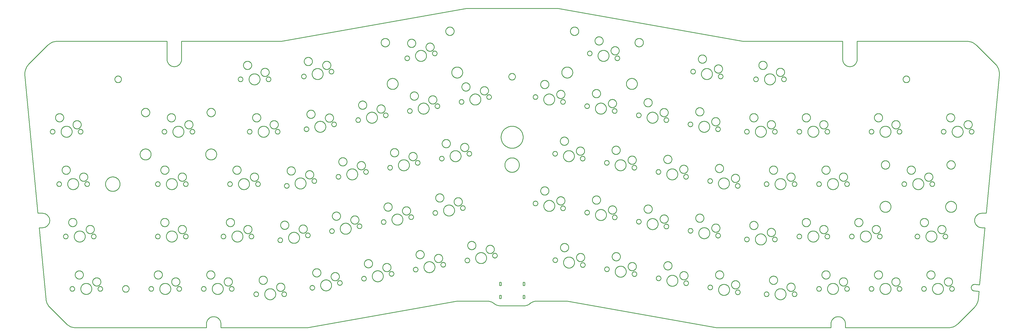
<source format=gbr>
G04 EAGLE Gerber RS-274X export*
G75*
%MOMM*%
%FSLAX34Y34*%
%LPD*%
%IN*%
%IPPOS*%
%AMOC8*
5,1,8,0,0,1.08239X$1,22.5*%
G01*
%ADD10C,0.254000*%


D10*
X-222927Y777133D02*
X-175686Y275000D01*
X-159155Y275000D01*
X-156867Y274900D01*
X-154597Y274601D01*
X-152361Y274106D01*
X-150177Y273417D01*
X-148061Y272541D01*
X-146030Y271483D01*
X-144099Y270253D01*
X-142282Y268859D01*
X-140593Y267312D01*
X-139046Y265623D01*
X-137652Y263806D01*
X-136422Y261875D01*
X-135364Y259844D01*
X-134488Y257728D01*
X-133799Y255544D01*
X-133304Y253308D01*
X-133005Y251038D01*
X-132905Y248750D01*
X-133005Y246462D01*
X-133304Y244192D01*
X-133799Y241956D01*
X-134488Y239772D01*
X-135364Y237656D01*
X-136422Y235625D01*
X-137652Y233694D01*
X-139046Y231877D01*
X-140593Y230188D01*
X-142282Y228641D01*
X-144099Y227247D01*
X-146030Y226017D01*
X-148061Y224959D01*
X-150177Y224083D01*
X-152361Y223394D01*
X-154597Y222899D01*
X-156867Y222600D01*
X-159155Y222500D01*
X-170747Y222500D01*
X-146346Y-36868D01*
X-145748Y-41189D01*
X-144776Y-45441D01*
X-143438Y-49593D01*
X-141742Y-53611D01*
X-139703Y-57467D01*
X-137335Y-61131D01*
X-134657Y-64574D01*
X-131921Y-67540D01*
X-72856Y-126605D01*
X-69640Y-129552D01*
X-66179Y-132207D01*
X-62500Y-134551D01*
X-58631Y-136565D01*
X-54601Y-138235D01*
X-50441Y-139546D01*
X-46183Y-140490D01*
X-41858Y-141060D01*
X-37500Y-141250D01*
X436250Y-141250D01*
X436250Y-127250D01*
X436350Y-124962D01*
X436649Y-122692D01*
X437144Y-120456D01*
X437833Y-118272D01*
X438709Y-116156D01*
X439767Y-114125D01*
X440997Y-112194D01*
X442391Y-110377D01*
X443938Y-108688D01*
X445627Y-107141D01*
X447444Y-105747D01*
X449375Y-104517D01*
X451406Y-103459D01*
X453522Y-102583D01*
X455706Y-101894D01*
X457942Y-101399D01*
X460212Y-101100D01*
X462500Y-101000D01*
X464788Y-101100D01*
X467058Y-101399D01*
X469294Y-101894D01*
X471478Y-102583D01*
X473594Y-103459D01*
X475625Y-104517D01*
X477556Y-105747D01*
X479373Y-107141D01*
X481062Y-108688D01*
X482609Y-110377D01*
X484003Y-112194D01*
X485233Y-114125D01*
X486291Y-116156D01*
X487167Y-118272D01*
X487856Y-120456D01*
X488351Y-122692D01*
X488650Y-124962D01*
X488750Y-127250D01*
X488750Y-141250D01*
X803724Y-141250D01*
X1345679Y-44783D01*
X1458102Y-44783D01*
X1461152Y-44916D01*
X1464180Y-45315D01*
X1467161Y-45975D01*
X1470073Y-46893D01*
X1472894Y-48062D01*
X1475602Y-49472D01*
X1478177Y-51112D01*
X1480599Y-52971D01*
X1481404Y-53667D01*
X1483431Y-55323D01*
X1485594Y-56795D01*
X1487878Y-58074D01*
X1490264Y-59149D01*
X1492735Y-60011D01*
X1495272Y-60655D01*
X1497855Y-61075D01*
X1500465Y-61269D01*
X1501377Y-61283D01*
X1590621Y-61282D01*
X1593236Y-61168D01*
X1595830Y-60826D01*
X1598385Y-60260D01*
X1600881Y-59473D01*
X1603299Y-58471D01*
X1605621Y-57263D01*
X1607828Y-55857D01*
X1609904Y-54264D01*
X1610594Y-53667D01*
X1612959Y-51735D01*
X1615483Y-50017D01*
X1618147Y-48526D01*
X1620931Y-47272D01*
X1623814Y-46266D01*
X1626773Y-45515D01*
X1629787Y-45024D01*
X1632832Y-44798D01*
X1633896Y-44782D01*
X1746317Y-44782D01*
X2288273Y-141250D01*
X2703488Y-141250D01*
X2703488Y-127250D01*
X2703588Y-124962D01*
X2703887Y-122692D01*
X2704382Y-120456D01*
X2705071Y-118272D01*
X2705947Y-116156D01*
X2707005Y-114125D01*
X2708235Y-112194D01*
X2709629Y-110377D01*
X2711176Y-108688D01*
X2712865Y-107141D01*
X2714682Y-105747D01*
X2716613Y-104517D01*
X2718644Y-103459D01*
X2720760Y-102583D01*
X2722944Y-101894D01*
X2725180Y-101399D01*
X2727450Y-101100D01*
X2729738Y-101000D01*
X2732026Y-101100D01*
X2734296Y-101399D01*
X2736532Y-101894D01*
X2738716Y-102583D01*
X2740832Y-103459D01*
X2742863Y-104517D01*
X2744794Y-105747D01*
X2746611Y-107141D01*
X2748300Y-108688D01*
X2749847Y-110377D01*
X2751241Y-112194D01*
X2752471Y-114125D01*
X2753529Y-116156D01*
X2754405Y-118272D01*
X2755094Y-120456D01*
X2755589Y-122692D01*
X2755888Y-124962D01*
X2755988Y-127250D01*
X2755988Y-141250D01*
X3129738Y-141250D01*
X3134096Y-141060D01*
X3138421Y-140490D01*
X3142679Y-139546D01*
X3146839Y-138235D01*
X3150869Y-136565D01*
X3154738Y-134551D01*
X3158417Y-132207D01*
X3161878Y-129552D01*
X3165094Y-126605D01*
X3224151Y-67548D01*
X3227098Y-64332D01*
X3229753Y-60872D01*
X3232097Y-57193D01*
X3234111Y-53324D01*
X3235780Y-49294D01*
X3237092Y-45134D01*
X3238036Y-40875D01*
X3238577Y-36860D01*
X3241191Y-8982D01*
X3223767Y-7348D01*
X3222730Y-7205D01*
X3221709Y-6972D01*
X3220713Y-6651D01*
X3219748Y-6244D01*
X3218823Y-5755D01*
X3217943Y-5187D01*
X3217117Y-4545D01*
X3216349Y-3833D01*
X3215647Y-3056D01*
X3215015Y-2222D01*
X3214458Y-1335D01*
X3213980Y-404D01*
X3213586Y566D01*
X3213277Y1566D01*
X3213057Y2590D01*
X3212927Y3628D01*
X3212888Y4674D01*
X3212940Y5720D01*
X3213083Y6757D01*
X3213316Y7778D01*
X3213637Y8774D01*
X3214044Y9739D01*
X3214533Y10664D01*
X3215101Y11544D01*
X3215743Y12370D01*
X3216455Y13138D01*
X3217232Y13840D01*
X3218066Y14472D01*
X3218953Y15029D01*
X3219884Y15507D01*
X3220854Y15901D01*
X3221854Y16210D01*
X3222878Y16430D01*
X3223916Y16560D01*
X3224962Y16599D01*
X3226008Y16547D01*
X3243431Y14913D01*
X3262893Y222500D01*
X3251293Y222500D01*
X3249005Y222600D01*
X3246735Y222899D01*
X3244499Y223394D01*
X3242315Y224083D01*
X3240199Y224959D01*
X3238168Y226017D01*
X3236237Y227247D01*
X3234420Y228641D01*
X3232731Y230188D01*
X3231184Y231877D01*
X3229790Y233694D01*
X3228560Y235625D01*
X3227502Y237656D01*
X3226626Y239772D01*
X3225937Y241956D01*
X3225442Y244192D01*
X3225143Y246462D01*
X3225043Y248750D01*
X3225143Y251038D01*
X3225442Y253308D01*
X3225937Y255544D01*
X3226626Y257728D01*
X3227502Y259844D01*
X3228560Y261875D01*
X3229790Y263806D01*
X3231184Y265623D01*
X3232731Y267312D01*
X3234420Y268859D01*
X3236237Y270253D01*
X3238168Y271483D01*
X3240199Y272541D01*
X3242315Y273417D01*
X3244499Y274106D01*
X3246735Y274601D01*
X3249005Y274900D01*
X3251293Y275000D01*
X3267815Y275000D01*
X3314892Y777141D01*
X3315109Y781498D01*
X3314946Y785856D01*
X3314403Y790184D01*
X3313486Y794449D01*
X3312200Y798617D01*
X3310556Y802657D01*
X3308566Y806538D01*
X3306245Y810232D01*
X3303611Y813709D01*
X3300684Y816943D01*
X3300465Y817163D01*
X3231917Y885711D01*
X3228701Y888658D01*
X3225241Y891313D01*
X3221562Y893657D01*
X3217693Y895671D01*
X3213663Y897340D01*
X3209503Y898652D01*
X3205244Y899596D01*
X3200920Y900166D01*
X3196562Y900356D01*
X2798646Y900356D01*
X2798646Y834500D01*
X2798546Y832212D01*
X2798247Y829942D01*
X2797752Y827706D01*
X2797063Y825522D01*
X2796187Y823406D01*
X2795129Y821375D01*
X2793899Y819444D01*
X2792505Y817627D01*
X2790958Y815938D01*
X2789269Y814391D01*
X2787452Y812997D01*
X2785521Y811767D01*
X2783490Y810709D01*
X2781374Y809833D01*
X2779190Y809144D01*
X2776954Y808649D01*
X2774684Y808350D01*
X2772396Y808250D01*
X2770108Y808350D01*
X2767838Y808649D01*
X2765602Y809144D01*
X2763418Y809833D01*
X2761302Y810709D01*
X2759271Y811767D01*
X2757340Y812997D01*
X2755523Y814391D01*
X2753834Y815938D01*
X2752287Y817627D01*
X2750893Y819444D01*
X2749663Y821375D01*
X2748605Y823406D01*
X2747729Y825522D01*
X2747040Y827706D01*
X2746545Y829942D01*
X2746246Y832212D01*
X2746146Y834500D01*
X2746146Y900356D01*
X2383894Y900356D01*
X1712725Y1019824D01*
X1380277Y1019823D01*
X709106Y900356D01*
X345764Y900356D01*
X345764Y834500D01*
X345664Y832212D01*
X345365Y829942D01*
X344870Y827706D01*
X344181Y825522D01*
X343305Y823406D01*
X342247Y821375D01*
X341017Y819444D01*
X339623Y817627D01*
X338076Y815938D01*
X336387Y814391D01*
X334570Y812997D01*
X332639Y811767D01*
X330608Y810709D01*
X328492Y809833D01*
X326308Y809144D01*
X324072Y808649D01*
X321802Y808350D01*
X319514Y808250D01*
X317226Y808350D01*
X314956Y808649D01*
X312720Y809144D01*
X310536Y809833D01*
X308420Y810709D01*
X306389Y811767D01*
X304458Y812997D01*
X302641Y814391D01*
X300952Y815938D01*
X299405Y817627D01*
X298011Y819444D01*
X296781Y821375D01*
X295723Y823406D01*
X294847Y825522D01*
X294158Y827706D01*
X293663Y829942D01*
X293364Y832212D01*
X293264Y834500D01*
X293264Y900356D01*
X-104608Y900356D01*
X-108966Y900166D01*
X-113290Y899596D01*
X-117549Y898652D01*
X-121709Y897340D01*
X-125739Y895671D01*
X-129608Y893657D01*
X-133287Y891313D01*
X-136747Y888658D01*
X-139963Y885711D01*
X-208503Y817172D01*
X-211450Y813956D01*
X-214105Y810495D01*
X-216449Y806817D01*
X-218463Y802947D01*
X-220132Y798917D01*
X-221444Y794757D01*
X-222388Y790499D01*
X-222957Y786174D01*
X-223147Y781816D01*
X-222957Y777459D01*
X-222927Y777133D01*
X1585900Y-33910D02*
X1585905Y-34032D01*
X1585921Y-34153D01*
X1585947Y-34272D01*
X1585984Y-34389D01*
X1586031Y-34502D01*
X1586087Y-34610D01*
X1586153Y-34713D01*
X1586227Y-34810D01*
X1586310Y-34900D01*
X1586400Y-34982D01*
X1586497Y-35057D01*
X1586600Y-35122D01*
X1586708Y-35179D01*
X1586821Y-35226D01*
X1586937Y-35262D01*
X1587057Y-35289D01*
X1587178Y-35305D01*
X1587300Y-35310D01*
X1590500Y-35310D01*
X1590622Y-35305D01*
X1590743Y-35289D01*
X1590862Y-35262D01*
X1590978Y-35226D01*
X1591091Y-35179D01*
X1591200Y-35122D01*
X1591303Y-35057D01*
X1591400Y-34982D01*
X1591490Y-34900D01*
X1591572Y-34810D01*
X1591646Y-34713D01*
X1591712Y-34610D01*
X1591768Y-34502D01*
X1591815Y-34389D01*
X1591852Y-34272D01*
X1591878Y-34153D01*
X1591894Y-34032D01*
X1591900Y-33910D01*
X1591900Y-24710D01*
X1591894Y-24588D01*
X1591878Y-24467D01*
X1591852Y-24348D01*
X1591815Y-24231D01*
X1591768Y-24118D01*
X1591712Y-24010D01*
X1591646Y-23907D01*
X1591572Y-23810D01*
X1591490Y-23720D01*
X1591400Y-23638D01*
X1591303Y-23563D01*
X1591200Y-23498D01*
X1591091Y-23441D01*
X1590978Y-23394D01*
X1590862Y-23358D01*
X1590743Y-23331D01*
X1590622Y-23315D01*
X1590500Y-23310D01*
X1587300Y-23310D01*
X1587178Y-23315D01*
X1587057Y-23331D01*
X1586937Y-23358D01*
X1586821Y-23394D01*
X1586708Y-23441D01*
X1586600Y-23498D01*
X1586497Y-23563D01*
X1586400Y-23638D01*
X1586310Y-23720D01*
X1586227Y-23810D01*
X1586153Y-23907D01*
X1586087Y-24010D01*
X1586031Y-24118D01*
X1585984Y-24231D01*
X1585947Y-24348D01*
X1585921Y-24467D01*
X1585905Y-24588D01*
X1585900Y-24710D01*
X1585900Y-33910D01*
X1500500Y-33910D02*
X1500505Y-34032D01*
X1500521Y-34153D01*
X1500547Y-34272D01*
X1500584Y-34389D01*
X1500631Y-34502D01*
X1500687Y-34610D01*
X1500753Y-34713D01*
X1500827Y-34810D01*
X1500910Y-34900D01*
X1501000Y-34982D01*
X1501097Y-35057D01*
X1501200Y-35122D01*
X1501308Y-35179D01*
X1501421Y-35226D01*
X1501537Y-35262D01*
X1501657Y-35289D01*
X1501778Y-35305D01*
X1501900Y-35310D01*
X1505100Y-35310D01*
X1505222Y-35305D01*
X1505343Y-35289D01*
X1505462Y-35262D01*
X1505578Y-35226D01*
X1505691Y-35179D01*
X1505800Y-35122D01*
X1505903Y-35057D01*
X1506000Y-34982D01*
X1506090Y-34900D01*
X1506172Y-34810D01*
X1506246Y-34713D01*
X1506312Y-34610D01*
X1506368Y-34502D01*
X1506415Y-34389D01*
X1506452Y-34272D01*
X1506478Y-34153D01*
X1506494Y-34032D01*
X1506500Y-33910D01*
X1506500Y-24710D01*
X1506494Y-24588D01*
X1506478Y-24467D01*
X1506452Y-24348D01*
X1506415Y-24231D01*
X1506368Y-24118D01*
X1506312Y-24010D01*
X1506246Y-23907D01*
X1506172Y-23810D01*
X1506090Y-23720D01*
X1506000Y-23638D01*
X1505903Y-23563D01*
X1505800Y-23498D01*
X1505691Y-23441D01*
X1505578Y-23394D01*
X1505462Y-23358D01*
X1505343Y-23331D01*
X1505222Y-23315D01*
X1505100Y-23310D01*
X1501900Y-23310D01*
X1501778Y-23315D01*
X1501657Y-23331D01*
X1501537Y-23358D01*
X1501421Y-23394D01*
X1501308Y-23441D01*
X1501200Y-23498D01*
X1501097Y-23563D01*
X1501000Y-23638D01*
X1500910Y-23720D01*
X1500827Y-23810D01*
X1500753Y-23907D01*
X1500687Y-24010D01*
X1500631Y-24118D01*
X1500584Y-24231D01*
X1500547Y-24348D01*
X1500521Y-24467D01*
X1500505Y-24588D01*
X1500500Y-24710D01*
X1500500Y-33910D01*
X1585900Y13390D02*
X1585905Y13268D01*
X1585921Y13147D01*
X1585947Y13028D01*
X1585984Y12911D01*
X1586031Y12798D01*
X1586087Y12690D01*
X1586153Y12587D01*
X1586227Y12490D01*
X1586310Y12400D01*
X1586400Y12318D01*
X1586497Y12243D01*
X1586600Y12178D01*
X1586708Y12121D01*
X1586821Y12074D01*
X1586937Y12038D01*
X1587057Y12011D01*
X1587178Y11995D01*
X1587300Y11990D01*
X1590500Y11990D01*
X1590622Y11995D01*
X1590743Y12011D01*
X1590862Y12038D01*
X1590978Y12074D01*
X1591091Y12121D01*
X1591200Y12178D01*
X1591303Y12243D01*
X1591400Y12318D01*
X1591490Y12400D01*
X1591572Y12490D01*
X1591646Y12587D01*
X1591712Y12690D01*
X1591768Y12798D01*
X1591815Y12911D01*
X1591852Y13028D01*
X1591878Y13147D01*
X1591894Y13268D01*
X1591900Y13390D01*
X1591900Y22590D01*
X1591894Y22712D01*
X1591878Y22833D01*
X1591852Y22952D01*
X1591815Y23069D01*
X1591768Y23182D01*
X1591712Y23290D01*
X1591646Y23393D01*
X1591572Y23490D01*
X1591490Y23580D01*
X1591400Y23662D01*
X1591303Y23737D01*
X1591200Y23802D01*
X1591091Y23859D01*
X1590978Y23906D01*
X1590862Y23942D01*
X1590743Y23969D01*
X1590622Y23985D01*
X1590500Y23990D01*
X1587300Y23990D01*
X1587178Y23985D01*
X1587057Y23969D01*
X1586937Y23942D01*
X1586821Y23906D01*
X1586708Y23859D01*
X1586600Y23802D01*
X1586497Y23737D01*
X1586400Y23662D01*
X1586310Y23580D01*
X1586227Y23490D01*
X1586153Y23393D01*
X1586087Y23290D01*
X1586031Y23182D01*
X1585984Y23069D01*
X1585947Y22952D01*
X1585921Y22833D01*
X1585905Y22712D01*
X1585900Y22590D01*
X1585900Y13390D01*
X1500500Y13390D02*
X1500505Y13268D01*
X1500521Y13147D01*
X1500547Y13028D01*
X1500584Y12911D01*
X1500631Y12798D01*
X1500687Y12690D01*
X1500753Y12587D01*
X1500827Y12490D01*
X1500910Y12400D01*
X1501000Y12318D01*
X1501097Y12243D01*
X1501200Y12178D01*
X1501308Y12121D01*
X1501421Y12074D01*
X1501537Y12038D01*
X1501657Y12011D01*
X1501778Y11995D01*
X1501900Y11990D01*
X1505100Y11990D01*
X1505222Y11995D01*
X1505343Y12011D01*
X1505462Y12038D01*
X1505578Y12074D01*
X1505691Y12121D01*
X1505800Y12178D01*
X1505903Y12243D01*
X1506000Y12318D01*
X1506090Y12400D01*
X1506172Y12490D01*
X1506246Y12587D01*
X1506312Y12690D01*
X1506368Y12798D01*
X1506415Y12911D01*
X1506452Y13028D01*
X1506478Y13147D01*
X1506494Y13268D01*
X1506500Y13390D01*
X1506500Y22590D01*
X1506494Y22712D01*
X1506478Y22833D01*
X1506452Y22952D01*
X1506415Y23069D01*
X1506368Y23182D01*
X1506312Y23290D01*
X1506246Y23393D01*
X1506172Y23490D01*
X1506090Y23580D01*
X1506000Y23662D01*
X1505903Y23737D01*
X1505800Y23802D01*
X1505691Y23859D01*
X1505578Y23906D01*
X1505462Y23942D01*
X1505343Y23969D01*
X1505222Y23985D01*
X1505100Y23990D01*
X1501900Y23990D01*
X1501778Y23985D01*
X1501657Y23969D01*
X1501537Y23942D01*
X1501421Y23906D01*
X1501308Y23859D01*
X1501200Y23802D01*
X1501097Y23737D01*
X1501000Y23662D01*
X1500910Y23580D01*
X1500827Y23490D01*
X1500753Y23393D01*
X1500687Y23290D01*
X1500631Y23182D01*
X1500584Y23069D01*
X1500547Y22952D01*
X1500521Y22833D01*
X1500505Y22712D01*
X1500500Y22590D01*
X1500500Y13390D01*
X122435Y380313D02*
X122435Y381687D01*
X122363Y383060D01*
X122219Y384428D01*
X122004Y385785D01*
X121718Y387130D01*
X121363Y388458D01*
X120938Y389765D01*
X120445Y391049D01*
X119886Y392305D01*
X119262Y393530D01*
X118574Y394720D01*
X117826Y395873D01*
X117018Y396985D01*
X116153Y398054D01*
X115233Y399076D01*
X114261Y400048D01*
X113239Y400968D01*
X112170Y401833D01*
X111058Y402641D01*
X109905Y403389D01*
X108715Y404077D01*
X107490Y404701D01*
X106234Y405260D01*
X104950Y405753D01*
X103643Y406178D01*
X102315Y406533D01*
X100970Y406819D01*
X99613Y407034D01*
X98245Y407178D01*
X96872Y407250D01*
X95498Y407250D01*
X94125Y407178D01*
X92758Y407034D01*
X91400Y406819D01*
X90055Y406533D01*
X88727Y406178D01*
X87420Y405753D01*
X86136Y405260D01*
X84880Y404701D01*
X83655Y404077D01*
X82465Y403389D01*
X81312Y402641D01*
X80200Y401833D01*
X79131Y400968D01*
X78110Y400048D01*
X77137Y399076D01*
X76218Y398054D01*
X75352Y396985D01*
X74544Y395873D01*
X73796Y394720D01*
X73108Y393530D01*
X72484Y392305D01*
X71925Y391049D01*
X71432Y389765D01*
X71007Y388458D01*
X70652Y387130D01*
X70366Y385785D01*
X70151Y384428D01*
X70007Y383060D01*
X69935Y381687D01*
X69935Y380313D01*
X70007Y378940D01*
X70151Y377573D01*
X70366Y376215D01*
X70652Y374870D01*
X71007Y373542D01*
X71432Y372235D01*
X71925Y370951D01*
X72484Y369695D01*
X73108Y368470D01*
X73796Y367280D01*
X74544Y366127D01*
X75352Y365015D01*
X76218Y363946D01*
X77137Y362925D01*
X78110Y361952D01*
X79131Y361033D01*
X80200Y360167D01*
X81312Y359359D01*
X82465Y358611D01*
X83655Y357923D01*
X84880Y357299D01*
X86136Y356740D01*
X87420Y356247D01*
X88727Y355822D01*
X90055Y355467D01*
X91400Y355181D01*
X92758Y354966D01*
X94125Y354822D01*
X95498Y354750D01*
X96872Y354750D01*
X98245Y354822D01*
X99613Y354966D01*
X100970Y355181D01*
X102315Y355467D01*
X103643Y355822D01*
X104950Y356247D01*
X106234Y356740D01*
X107490Y357299D01*
X108715Y357923D01*
X109905Y358611D01*
X111058Y359359D01*
X112170Y360167D01*
X113239Y361033D01*
X114261Y361952D01*
X115233Y362925D01*
X116153Y363946D01*
X117018Y365015D01*
X117826Y366127D01*
X118574Y367280D01*
X119262Y368470D01*
X119886Y369695D01*
X120445Y370951D01*
X120938Y372235D01*
X121363Y373542D01*
X121718Y374870D01*
X122004Y376215D01*
X122219Y377573D01*
X122363Y378940D01*
X122435Y380313D01*
X3159567Y297848D02*
X3159567Y299053D01*
X3159494Y300255D01*
X3159349Y301451D01*
X3159132Y302637D01*
X3158843Y303807D01*
X3158485Y304957D01*
X3158058Y306084D01*
X3157563Y307183D01*
X3157003Y308250D01*
X3156380Y309281D01*
X3155695Y310273D01*
X3154952Y311221D01*
X3154153Y312123D01*
X3153301Y312975D01*
X3152399Y313774D01*
X3151451Y314517D01*
X3150459Y315202D01*
X3149428Y315825D01*
X3148361Y316385D01*
X3147262Y316880D01*
X3146135Y317307D01*
X3144985Y317665D01*
X3143815Y317954D01*
X3142629Y318171D01*
X3141433Y318316D01*
X3140231Y318389D01*
X3139026Y318389D01*
X3137823Y318316D01*
X3136627Y318171D01*
X3135441Y317954D01*
X3134271Y317665D01*
X3133121Y317307D01*
X3131994Y316880D01*
X3130895Y316385D01*
X3129828Y315825D01*
X3128797Y315202D01*
X3127806Y314517D01*
X3126857Y313774D01*
X3125955Y312975D01*
X3125103Y312123D01*
X3124304Y311221D01*
X3123561Y310273D01*
X3122876Y309281D01*
X3122253Y308250D01*
X3121693Y307183D01*
X3121198Y306084D01*
X3120771Y304957D01*
X3120413Y303807D01*
X3120124Y302637D01*
X3119907Y301451D01*
X3119762Y300255D01*
X3119689Y299053D01*
X3119689Y297848D01*
X3119762Y296645D01*
X3119907Y295449D01*
X3120124Y294263D01*
X3120413Y293093D01*
X3120771Y291943D01*
X3121198Y290816D01*
X3121693Y289717D01*
X3122253Y288650D01*
X3122876Y287619D01*
X3123561Y286628D01*
X3124304Y285679D01*
X3125103Y284777D01*
X3125955Y283925D01*
X3126857Y283126D01*
X3127806Y282383D01*
X3128797Y281698D01*
X3129828Y281075D01*
X3130895Y280515D01*
X3131994Y280020D01*
X3133121Y279593D01*
X3134271Y279235D01*
X3135441Y278946D01*
X3136627Y278729D01*
X3137823Y278584D01*
X3139026Y278511D01*
X3140231Y278511D01*
X3141433Y278584D01*
X3142629Y278729D01*
X3143815Y278946D01*
X3144985Y279235D01*
X3146135Y279593D01*
X3147262Y280020D01*
X3148361Y280515D01*
X3149428Y281075D01*
X3150459Y281698D01*
X3151451Y282383D01*
X3152399Y283126D01*
X3153301Y283925D01*
X3154153Y284777D01*
X3154952Y285679D01*
X3155695Y286628D01*
X3156380Y287619D01*
X3157003Y288650D01*
X3157563Y289717D01*
X3158058Y290816D01*
X3158485Y291943D01*
X3158843Y293093D01*
X3159132Y294263D01*
X3159349Y295449D01*
X3159494Y296645D01*
X3159567Y297848D01*
X1572205Y449530D02*
X1572205Y450904D01*
X1572133Y452277D01*
X1571989Y453645D01*
X1571774Y455002D01*
X1571488Y456347D01*
X1571133Y457675D01*
X1570708Y458982D01*
X1570215Y460266D01*
X1569656Y461522D01*
X1569032Y462747D01*
X1568344Y463937D01*
X1567596Y465090D01*
X1566788Y466202D01*
X1565923Y467271D01*
X1565003Y468293D01*
X1564031Y469265D01*
X1563009Y470185D01*
X1561940Y471050D01*
X1560828Y471858D01*
X1559675Y472606D01*
X1558485Y473294D01*
X1557260Y473918D01*
X1556004Y474477D01*
X1554720Y474970D01*
X1553413Y475395D01*
X1552085Y475750D01*
X1550740Y476036D01*
X1549383Y476251D01*
X1548015Y476395D01*
X1546642Y476467D01*
X1545268Y476467D01*
X1543895Y476395D01*
X1542528Y476251D01*
X1541170Y476036D01*
X1539825Y475750D01*
X1538497Y475395D01*
X1537190Y474970D01*
X1535906Y474477D01*
X1534650Y473918D01*
X1533425Y473294D01*
X1532235Y472606D01*
X1531082Y471858D01*
X1529970Y471050D01*
X1528901Y470185D01*
X1527880Y469265D01*
X1526907Y468293D01*
X1525988Y467271D01*
X1525122Y466202D01*
X1524314Y465090D01*
X1523566Y463937D01*
X1522878Y462747D01*
X1522254Y461522D01*
X1521695Y460266D01*
X1521202Y458982D01*
X1520777Y457675D01*
X1520422Y456347D01*
X1520136Y455002D01*
X1519921Y453645D01*
X1519777Y452277D01*
X1519705Y450904D01*
X1519705Y449530D01*
X1519777Y448157D01*
X1519921Y446790D01*
X1520136Y445432D01*
X1520422Y444087D01*
X1520777Y442759D01*
X1521202Y441452D01*
X1521695Y440168D01*
X1522254Y438912D01*
X1522878Y437687D01*
X1523566Y436497D01*
X1524314Y435344D01*
X1525122Y434232D01*
X1525988Y433163D01*
X1526907Y432142D01*
X1527880Y431169D01*
X1528901Y430250D01*
X1529970Y429384D01*
X1531082Y428576D01*
X1532235Y427828D01*
X1533425Y427140D01*
X1534650Y426516D01*
X1535906Y425957D01*
X1537190Y425464D01*
X1538497Y425039D01*
X1539825Y424684D01*
X1541170Y424398D01*
X1542528Y424183D01*
X1543895Y424039D01*
X1545268Y423967D01*
X1546642Y423967D01*
X1548015Y424039D01*
X1549383Y424183D01*
X1550740Y424398D01*
X1552085Y424684D01*
X1553413Y425039D01*
X1554720Y425464D01*
X1556004Y425957D01*
X1557260Y426516D01*
X1558485Y427140D01*
X1559675Y427828D01*
X1560828Y428576D01*
X1561940Y429384D01*
X1563009Y430250D01*
X1564031Y431169D01*
X1565003Y432142D01*
X1565923Y433163D01*
X1566788Y434232D01*
X1567596Y435344D01*
X1568344Y436497D01*
X1569032Y437687D01*
X1569656Y438912D01*
X1570215Y440168D01*
X1570708Y441452D01*
X1571133Y442759D01*
X1571488Y444087D01*
X1571774Y445432D01*
X1571989Y446790D01*
X1572133Y448157D01*
X1572205Y449530D01*
X1585955Y550591D02*
X1585955Y552337D01*
X1585879Y554081D01*
X1585727Y555820D01*
X1585499Y557550D01*
X1585196Y559269D01*
X1584818Y560974D01*
X1584366Y562660D01*
X1583841Y564325D01*
X1583244Y565965D01*
X1582576Y567578D01*
X1581838Y569160D01*
X1581032Y570708D01*
X1580160Y572220D01*
X1579222Y573692D01*
X1578220Y575122D01*
X1577158Y576507D01*
X1576036Y577844D01*
X1574856Y579131D01*
X1573622Y580365D01*
X1572335Y581545D01*
X1570998Y582667D01*
X1569613Y583729D01*
X1568183Y584731D01*
X1566711Y585669D01*
X1565199Y586541D01*
X1563651Y587347D01*
X1562069Y588085D01*
X1560456Y588753D01*
X1558816Y589350D01*
X1557151Y589875D01*
X1555465Y590327D01*
X1553760Y590705D01*
X1552041Y591008D01*
X1550311Y591236D01*
X1548572Y591388D01*
X1546828Y591464D01*
X1545082Y591464D01*
X1543338Y591388D01*
X1541599Y591236D01*
X1539869Y591008D01*
X1538150Y590705D01*
X1536445Y590327D01*
X1534759Y589875D01*
X1533094Y589350D01*
X1531454Y588753D01*
X1529841Y588085D01*
X1528259Y587347D01*
X1526711Y586541D01*
X1525199Y585669D01*
X1523727Y584731D01*
X1522297Y583729D01*
X1520912Y582667D01*
X1519575Y581545D01*
X1518288Y580365D01*
X1517054Y579131D01*
X1515874Y577844D01*
X1514752Y576507D01*
X1513690Y575122D01*
X1512688Y573692D01*
X1511750Y572220D01*
X1510878Y570708D01*
X1510072Y569160D01*
X1509334Y567578D01*
X1508666Y565965D01*
X1508069Y564325D01*
X1507544Y562660D01*
X1507092Y560974D01*
X1506714Y559269D01*
X1506411Y557550D01*
X1506183Y555820D01*
X1506031Y554081D01*
X1505955Y552337D01*
X1505955Y550591D01*
X1506031Y548847D01*
X1506183Y547108D01*
X1506411Y545378D01*
X1506714Y543659D01*
X1507092Y541954D01*
X1507544Y540268D01*
X1508069Y538603D01*
X1508666Y536963D01*
X1509334Y535350D01*
X1510072Y533768D01*
X1510878Y532220D01*
X1511750Y530708D01*
X1512688Y529236D01*
X1513690Y527806D01*
X1514752Y526421D01*
X1515874Y525084D01*
X1517054Y523797D01*
X1518288Y522563D01*
X1519575Y521383D01*
X1520912Y520261D01*
X1522297Y519199D01*
X1523727Y518197D01*
X1525199Y517259D01*
X1526711Y516387D01*
X1528259Y515581D01*
X1529841Y514843D01*
X1531454Y514175D01*
X1533094Y513578D01*
X1534759Y513053D01*
X1536445Y512601D01*
X1538150Y512223D01*
X1539869Y511920D01*
X1541599Y511692D01*
X1543338Y511540D01*
X1545082Y511464D01*
X1546828Y511464D01*
X1548572Y511540D01*
X1550311Y511692D01*
X1552041Y511920D01*
X1553760Y512223D01*
X1555465Y512601D01*
X1557151Y513053D01*
X1558816Y513578D01*
X1560456Y514175D01*
X1562069Y514843D01*
X1563651Y515581D01*
X1565199Y516387D01*
X1566711Y517259D01*
X1568183Y518197D01*
X1569613Y519199D01*
X1570998Y520261D01*
X1572335Y521383D01*
X1573622Y522563D01*
X1574856Y523797D01*
X1576036Y525084D01*
X1577158Y526421D01*
X1578220Y527806D01*
X1579222Y529236D01*
X1580160Y530708D01*
X1581032Y532220D01*
X1581838Y533768D01*
X1582576Y535350D01*
X1583244Y536963D01*
X1583841Y538603D01*
X1584366Y540268D01*
X1584818Y541954D01*
X1585196Y543659D01*
X1585499Y545378D01*
X1585727Y547108D01*
X1585879Y548847D01*
X1585955Y550591D01*
X1639337Y310264D02*
X1639272Y309523D01*
X1639143Y308792D01*
X1638951Y308074D01*
X1638697Y307376D01*
X1638383Y306702D01*
X1638011Y306059D01*
X1637585Y305450D01*
X1637107Y304881D01*
X1636582Y304356D01*
X1636013Y303878D01*
X1635404Y303452D01*
X1634761Y303080D01*
X1634087Y302766D01*
X1633389Y302512D01*
X1632671Y302320D01*
X1631940Y302191D01*
X1631200Y302126D01*
X1630457Y302126D01*
X1629716Y302191D01*
X1628985Y302320D01*
X1628267Y302512D01*
X1627569Y302766D01*
X1626895Y303080D01*
X1626252Y303452D01*
X1625643Y303878D01*
X1625074Y304356D01*
X1624549Y304881D01*
X1624071Y305450D01*
X1623645Y306059D01*
X1623273Y306702D01*
X1622959Y307376D01*
X1622705Y308074D01*
X1622513Y308792D01*
X1622384Y309523D01*
X1622319Y310264D01*
X1622319Y311007D01*
X1622384Y311747D01*
X1622513Y312478D01*
X1622705Y313196D01*
X1622959Y313894D01*
X1623273Y314568D01*
X1623645Y315211D01*
X1624071Y315820D01*
X1624549Y316389D01*
X1625074Y316914D01*
X1625643Y317392D01*
X1626252Y317818D01*
X1626895Y318190D01*
X1627569Y318504D01*
X1628267Y318758D01*
X1628985Y318950D01*
X1629716Y319079D01*
X1630457Y319144D01*
X1631200Y319144D01*
X1631940Y319079D01*
X1632671Y318950D01*
X1633389Y318758D01*
X1634087Y318504D01*
X1634761Y318190D01*
X1635404Y317818D01*
X1636013Y317392D01*
X1636582Y316914D01*
X1637107Y316389D01*
X1637585Y315820D01*
X1638011Y315211D01*
X1638383Y314568D01*
X1638697Y313894D01*
X1638951Y313196D01*
X1639143Y312478D01*
X1639272Y311747D01*
X1639337Y311007D01*
X1639337Y310264D01*
X2502146Y761396D02*
X2502073Y760189D01*
X2501927Y758989D01*
X2501709Y757800D01*
X2501420Y756627D01*
X2501061Y755473D01*
X2500632Y754343D01*
X2500136Y753241D01*
X2499574Y752170D01*
X2498949Y751136D01*
X2498262Y750141D01*
X2497517Y749190D01*
X2496715Y748285D01*
X2495861Y747431D01*
X2494956Y746629D01*
X2494005Y745884D01*
X2493010Y745197D01*
X2491976Y744572D01*
X2490905Y744010D01*
X2489803Y743514D01*
X2488673Y743085D01*
X2487519Y742726D01*
X2486346Y742437D01*
X2485157Y742219D01*
X2483957Y742073D01*
X2482750Y742000D01*
X2481542Y742000D01*
X2480335Y742073D01*
X2479135Y742219D01*
X2477946Y742437D01*
X2476773Y742726D01*
X2475619Y743085D01*
X2474489Y743514D01*
X2473387Y744010D01*
X2472316Y744572D01*
X2471282Y745197D01*
X2470287Y745884D01*
X2469336Y746629D01*
X2468431Y747431D01*
X2467577Y748285D01*
X2466775Y749190D01*
X2466030Y750141D01*
X2465343Y751136D01*
X2464718Y752170D01*
X2464156Y753241D01*
X2463660Y754343D01*
X2463231Y755473D01*
X2462872Y756627D01*
X2462583Y757800D01*
X2462365Y758989D01*
X2462219Y760189D01*
X2462146Y761396D01*
X2462146Y762604D01*
X2462219Y763811D01*
X2462365Y765011D01*
X2462583Y766200D01*
X2462872Y767373D01*
X2463231Y768527D01*
X2463660Y769657D01*
X2464156Y770759D01*
X2464718Y771830D01*
X2465343Y772864D01*
X2466030Y773859D01*
X2466775Y774810D01*
X2467577Y775715D01*
X2468431Y776569D01*
X2469336Y777371D01*
X2470287Y778116D01*
X2471282Y778803D01*
X2472316Y779428D01*
X2473387Y779990D01*
X2474489Y780486D01*
X2475619Y780915D01*
X2476773Y781274D01*
X2477946Y781563D01*
X2479135Y781781D01*
X2480335Y781927D01*
X2481542Y782000D01*
X2482750Y782000D01*
X2483957Y781927D01*
X2485157Y781781D01*
X2486346Y781563D01*
X2487519Y781274D01*
X2488673Y780915D01*
X2489803Y780486D01*
X2490905Y779990D01*
X2491976Y779428D01*
X2493010Y778803D01*
X2494005Y778116D01*
X2494956Y777371D01*
X2495861Y776569D01*
X2496715Y775715D01*
X2497517Y774810D01*
X2498262Y773859D01*
X2498949Y772864D01*
X2499574Y771830D01*
X2500136Y770759D01*
X2500632Y769657D01*
X2501061Y768527D01*
X2501420Y767373D01*
X2501709Y766200D01*
X2501927Y765011D01*
X2502073Y763811D01*
X2502146Y762604D01*
X2502146Y761396D01*
X1335474Y936308D02*
X1335396Y935222D01*
X1335241Y934144D01*
X1335010Y933081D01*
X1334703Y932036D01*
X1334323Y931016D01*
X1333871Y930026D01*
X1333349Y929071D01*
X1332760Y928155D01*
X1332108Y927283D01*
X1331395Y926461D01*
X1330625Y925691D01*
X1329803Y924978D01*
X1328931Y924326D01*
X1328015Y923737D01*
X1327060Y923215D01*
X1326070Y922763D01*
X1325050Y922383D01*
X1324005Y922076D01*
X1322942Y921845D01*
X1321864Y921690D01*
X1320778Y921612D01*
X1319690Y921612D01*
X1318604Y921690D01*
X1317526Y921845D01*
X1316463Y922076D01*
X1315418Y922383D01*
X1314398Y922763D01*
X1313408Y923215D01*
X1312453Y923737D01*
X1311537Y924326D01*
X1310665Y924978D01*
X1309843Y925691D01*
X1309073Y926461D01*
X1308360Y927283D01*
X1307708Y928155D01*
X1307119Y929071D01*
X1306597Y930026D01*
X1306145Y931016D01*
X1305765Y932036D01*
X1305458Y933081D01*
X1305227Y934144D01*
X1305072Y935222D01*
X1304994Y936308D01*
X1304994Y937396D01*
X1305072Y938482D01*
X1305227Y939560D01*
X1305458Y940623D01*
X1305765Y941668D01*
X1306145Y942688D01*
X1306597Y943678D01*
X1307119Y944633D01*
X1307708Y945549D01*
X1308360Y946421D01*
X1309073Y947243D01*
X1309843Y948013D01*
X1310665Y948726D01*
X1311537Y949378D01*
X1312453Y949967D01*
X1313408Y950489D01*
X1314398Y950941D01*
X1315418Y951321D01*
X1316463Y951628D01*
X1317526Y951859D01*
X1318604Y952014D01*
X1319690Y952092D01*
X1320778Y952092D01*
X1321864Y952014D01*
X1322942Y951859D01*
X1324005Y951628D01*
X1325050Y951321D01*
X1326070Y950941D01*
X1327060Y950489D01*
X1328015Y949967D01*
X1328931Y949378D01*
X1329803Y948726D01*
X1330625Y948013D01*
X1331395Y947243D01*
X1332108Y946421D01*
X1332760Y945549D01*
X1333349Y944633D01*
X1333871Y943678D01*
X1334323Y942688D01*
X1334703Y941668D01*
X1335010Y940623D01*
X1335241Y939560D01*
X1335396Y938482D01*
X1335474Y937396D01*
X1335474Y936308D01*
X1700856Y301210D02*
X1700783Y300003D01*
X1700637Y298803D01*
X1700419Y297614D01*
X1700130Y296441D01*
X1699771Y295287D01*
X1699342Y294157D01*
X1698846Y293055D01*
X1698284Y291984D01*
X1697659Y290950D01*
X1696972Y289955D01*
X1696227Y289004D01*
X1695425Y288099D01*
X1694571Y287245D01*
X1693666Y286443D01*
X1692715Y285698D01*
X1691720Y285011D01*
X1690686Y284386D01*
X1689615Y283824D01*
X1688513Y283328D01*
X1687383Y282899D01*
X1686229Y282540D01*
X1685056Y282251D01*
X1683867Y282033D01*
X1682667Y281887D01*
X1681460Y281814D01*
X1680252Y281814D01*
X1679045Y281887D01*
X1677845Y282033D01*
X1676656Y282251D01*
X1675483Y282540D01*
X1674329Y282899D01*
X1673199Y283328D01*
X1672097Y283824D01*
X1671026Y284386D01*
X1669992Y285011D01*
X1668997Y285698D01*
X1668046Y286443D01*
X1667141Y287245D01*
X1666287Y288099D01*
X1665485Y289004D01*
X1664740Y289955D01*
X1664053Y290950D01*
X1663428Y291984D01*
X1662866Y293055D01*
X1662370Y294157D01*
X1661941Y295287D01*
X1661582Y296441D01*
X1661293Y297614D01*
X1661075Y298803D01*
X1660929Y300003D01*
X1660856Y301210D01*
X1660856Y302418D01*
X1660929Y303625D01*
X1661075Y304825D01*
X1661293Y306014D01*
X1661582Y307187D01*
X1661941Y308341D01*
X1662370Y309471D01*
X1662866Y310573D01*
X1663428Y311644D01*
X1664053Y312678D01*
X1664740Y313673D01*
X1665485Y314624D01*
X1666287Y315529D01*
X1667141Y316383D01*
X1668046Y317185D01*
X1668997Y317930D01*
X1669992Y318617D01*
X1671026Y319242D01*
X1672097Y319804D01*
X1673199Y320300D01*
X1674329Y320729D01*
X1675483Y321088D01*
X1676656Y321377D01*
X1677845Y321595D01*
X1679045Y321741D01*
X1680252Y321814D01*
X1681460Y321814D01*
X1682667Y321741D01*
X1683867Y321595D01*
X1685056Y321377D01*
X1686229Y321088D01*
X1687383Y320729D01*
X1688513Y320300D01*
X1689615Y319804D01*
X1690686Y319242D01*
X1691720Y318617D01*
X1692715Y317930D01*
X1693666Y317185D01*
X1694571Y316383D01*
X1695425Y315529D01*
X1696227Y314624D01*
X1696972Y313673D01*
X1697659Y312678D01*
X1698284Y311644D01*
X1698846Y310573D01*
X1699342Y309471D01*
X1699771Y308341D01*
X1700130Y307187D01*
X1700419Y306014D01*
X1700637Y304825D01*
X1700783Y303625D01*
X1700856Y302418D01*
X1700856Y301210D01*
X3154868Y450306D02*
X3154790Y449220D01*
X3154635Y448142D01*
X3154404Y447079D01*
X3154097Y446034D01*
X3153717Y445014D01*
X3153265Y444024D01*
X3152743Y443069D01*
X3152154Y442153D01*
X3151502Y441281D01*
X3150789Y440459D01*
X3150019Y439689D01*
X3149197Y438976D01*
X3148325Y438324D01*
X3147409Y437735D01*
X3146454Y437213D01*
X3145464Y436761D01*
X3144444Y436381D01*
X3143399Y436074D01*
X3142336Y435843D01*
X3141258Y435688D01*
X3140172Y435610D01*
X3139084Y435610D01*
X3137998Y435688D01*
X3136920Y435843D01*
X3135857Y436074D01*
X3134812Y436381D01*
X3133792Y436761D01*
X3132802Y437213D01*
X3131847Y437735D01*
X3130931Y438324D01*
X3130059Y438976D01*
X3129237Y439689D01*
X3128467Y440459D01*
X3127754Y441281D01*
X3127102Y442153D01*
X3126513Y443069D01*
X3125991Y444024D01*
X3125539Y445014D01*
X3125159Y446034D01*
X3124852Y447079D01*
X3124621Y448142D01*
X3124466Y449220D01*
X3124388Y450306D01*
X3124388Y451394D01*
X3124466Y452480D01*
X3124621Y453558D01*
X3124852Y454621D01*
X3125159Y455666D01*
X3125539Y456686D01*
X3125991Y457676D01*
X3126513Y458631D01*
X3127102Y459547D01*
X3127754Y460419D01*
X3128467Y461241D01*
X3129237Y462011D01*
X3130059Y462724D01*
X3130931Y463376D01*
X3131847Y463965D01*
X3132802Y464487D01*
X3133792Y464939D01*
X3134812Y465319D01*
X3135857Y465626D01*
X3136920Y465857D01*
X3137998Y466012D01*
X3139084Y466090D01*
X3140172Y466090D01*
X3141258Y466012D01*
X3142336Y465857D01*
X3143399Y465626D01*
X3144444Y465319D01*
X3145464Y464939D01*
X3146454Y464487D01*
X3147409Y463965D01*
X3148325Y463376D01*
X3149197Y462724D01*
X3150019Y462011D01*
X3150789Y461241D01*
X3151502Y460419D01*
X3152154Y459547D01*
X3152743Y458631D01*
X3153265Y457676D01*
X3153717Y456686D01*
X3154097Y455666D01*
X3154404Y454621D01*
X3154635Y453558D01*
X3154790Y452480D01*
X3154868Y451394D01*
X3154868Y450306D01*
X2597274Y190129D02*
X2597209Y189388D01*
X2597080Y188657D01*
X2596888Y187939D01*
X2596634Y187241D01*
X2596320Y186567D01*
X2595948Y185924D01*
X2595522Y185315D01*
X2595044Y184746D01*
X2594519Y184221D01*
X2593950Y183743D01*
X2593341Y183317D01*
X2592698Y182945D01*
X2592024Y182631D01*
X2591326Y182377D01*
X2590608Y182185D01*
X2589877Y182056D01*
X2589137Y181991D01*
X2588394Y181991D01*
X2587653Y182056D01*
X2586922Y182185D01*
X2586204Y182377D01*
X2585506Y182631D01*
X2584832Y182945D01*
X2584189Y183317D01*
X2583580Y183743D01*
X2583011Y184221D01*
X2582486Y184746D01*
X2582008Y185315D01*
X2581582Y185924D01*
X2581210Y186567D01*
X2580896Y187241D01*
X2580642Y187939D01*
X2580450Y188657D01*
X2580321Y189388D01*
X2580256Y190129D01*
X2580256Y190872D01*
X2580321Y191612D01*
X2580450Y192343D01*
X2580642Y193061D01*
X2580896Y193759D01*
X2581210Y194433D01*
X2581582Y195076D01*
X2582008Y195685D01*
X2582486Y196254D01*
X2583011Y196779D01*
X2583580Y197257D01*
X2584189Y197683D01*
X2584832Y198055D01*
X2585506Y198369D01*
X2586204Y198623D01*
X2586922Y198815D01*
X2587653Y198944D01*
X2588394Y199009D01*
X2589137Y199009D01*
X2589877Y198944D01*
X2590608Y198815D01*
X2591326Y198623D01*
X2592024Y198369D01*
X2592698Y198055D01*
X2593341Y197683D01*
X2593950Y197257D01*
X2594519Y196779D01*
X2595044Y196254D01*
X2595522Y195685D01*
X2595948Y195076D01*
X2596320Y194433D01*
X2596634Y193759D01*
X2596888Y193061D01*
X2597080Y192343D01*
X2597209Y191612D01*
X2597274Y190872D01*
X2597274Y190129D01*
X127603Y761529D02*
X127529Y760588D01*
X127382Y759657D01*
X127161Y758740D01*
X126870Y757843D01*
X126509Y756972D01*
X126081Y756132D01*
X125588Y755328D01*
X125034Y754565D01*
X124422Y753848D01*
X123755Y753181D01*
X123038Y752569D01*
X122275Y752015D01*
X121471Y751522D01*
X120631Y751094D01*
X119760Y750733D01*
X118863Y750442D01*
X117946Y750222D01*
X117015Y750074D01*
X116074Y750000D01*
X115132Y750000D01*
X114191Y750074D01*
X113260Y750222D01*
X112343Y750442D01*
X111446Y750733D01*
X110575Y751094D01*
X109735Y751522D01*
X108931Y752015D01*
X108168Y752569D01*
X107451Y753181D01*
X106784Y753848D01*
X106172Y754565D01*
X105618Y755328D01*
X105125Y756132D01*
X104697Y756972D01*
X104336Y757843D01*
X104045Y758740D01*
X103825Y759657D01*
X103677Y760588D01*
X103603Y761529D01*
X103603Y762471D01*
X103677Y763412D01*
X103825Y764343D01*
X104045Y765260D01*
X104336Y766157D01*
X104697Y767028D01*
X105125Y767868D01*
X105618Y768672D01*
X106172Y769435D01*
X106784Y770152D01*
X107451Y770819D01*
X108168Y771431D01*
X108931Y771985D01*
X109735Y772478D01*
X110575Y772906D01*
X111446Y773267D01*
X112343Y773558D01*
X113260Y773779D01*
X114191Y773926D01*
X115132Y774000D01*
X116074Y774000D01*
X117015Y773926D01*
X117946Y773779D01*
X118863Y773558D01*
X119760Y773267D01*
X120631Y772906D01*
X121471Y772478D01*
X122275Y771985D01*
X123038Y771431D01*
X123755Y770819D01*
X124422Y770152D01*
X125034Y769435D01*
X125588Y768672D01*
X126081Y767868D01*
X126509Y767028D01*
X126870Y766157D01*
X127161Y765260D01*
X127382Y764343D01*
X127529Y763412D01*
X127603Y762471D01*
X127603Y761529D01*
X2541455Y761629D02*
X2541390Y760888D01*
X2541261Y760157D01*
X2541069Y759439D01*
X2540815Y758741D01*
X2540501Y758067D01*
X2540129Y757424D01*
X2539703Y756815D01*
X2539225Y756246D01*
X2538700Y755721D01*
X2538131Y755243D01*
X2537522Y754817D01*
X2536879Y754445D01*
X2536205Y754131D01*
X2535507Y753877D01*
X2534789Y753685D01*
X2534058Y753556D01*
X2533318Y753491D01*
X2532575Y753491D01*
X2531834Y753556D01*
X2531103Y753685D01*
X2530385Y753877D01*
X2529687Y754131D01*
X2529013Y754445D01*
X2528370Y754817D01*
X2527761Y755243D01*
X2527192Y755721D01*
X2526667Y756246D01*
X2526189Y756815D01*
X2525763Y757424D01*
X2525391Y758067D01*
X2525077Y758741D01*
X2524823Y759439D01*
X2524631Y760157D01*
X2524502Y760888D01*
X2524437Y761629D01*
X2524437Y762372D01*
X2524502Y763112D01*
X2524631Y763843D01*
X2524823Y764561D01*
X2525077Y765259D01*
X2525391Y765933D01*
X2525763Y766576D01*
X2526189Y767185D01*
X2526667Y767754D01*
X2527192Y768279D01*
X2527761Y768757D01*
X2528370Y769183D01*
X2529013Y769555D01*
X2529687Y769869D01*
X2530385Y770123D01*
X2531103Y770315D01*
X2531834Y770444D01*
X2532575Y770509D01*
X2533318Y770509D01*
X2534058Y770444D01*
X2534789Y770315D01*
X2535507Y770123D01*
X2536205Y769869D01*
X2536879Y769555D01*
X2537522Y769183D01*
X2538131Y768757D01*
X2538700Y768279D01*
X2539225Y767754D01*
X2539703Y767185D01*
X2540129Y766576D01*
X2540501Y765933D01*
X2540815Y765259D01*
X2541069Y764561D01*
X2541261Y763843D01*
X2541390Y763112D01*
X2541455Y762372D01*
X2541455Y761629D01*
X2698874Y190129D02*
X2698809Y189388D01*
X2698680Y188657D01*
X2698488Y187939D01*
X2698234Y187241D01*
X2697920Y186567D01*
X2697548Y185924D01*
X2697122Y185315D01*
X2696644Y184746D01*
X2696119Y184221D01*
X2695550Y183743D01*
X2694941Y183317D01*
X2694298Y182945D01*
X2693624Y182631D01*
X2692926Y182377D01*
X2692208Y182185D01*
X2691477Y182056D01*
X2690737Y181991D01*
X2689994Y181991D01*
X2689253Y182056D01*
X2688522Y182185D01*
X2687804Y182377D01*
X2687106Y182631D01*
X2686432Y182945D01*
X2685789Y183317D01*
X2685180Y183743D01*
X2684611Y184221D01*
X2684086Y184746D01*
X2683608Y185315D01*
X2683182Y185924D01*
X2682810Y186567D01*
X2682496Y187241D01*
X2682242Y187939D01*
X2682050Y188657D01*
X2681921Y189388D01*
X2681856Y190129D01*
X2681856Y190872D01*
X2681921Y191612D01*
X2682050Y192343D01*
X2682242Y193061D01*
X2682496Y193759D01*
X2682810Y194433D01*
X2683182Y195076D01*
X2683608Y195685D01*
X2684086Y196254D01*
X2684611Y196779D01*
X2685180Y197257D01*
X2685789Y197683D01*
X2686432Y198055D01*
X2687106Y198369D01*
X2687804Y198623D01*
X2688522Y198815D01*
X2689253Y198944D01*
X2689994Y199009D01*
X2690737Y199009D01*
X2691477Y198944D01*
X2692208Y198815D01*
X2692926Y198623D01*
X2693624Y198369D01*
X2694298Y198055D01*
X2694941Y197683D01*
X2695550Y197257D01*
X2696119Y196779D01*
X2696644Y196254D01*
X2697122Y195685D01*
X2697548Y195076D01*
X2697920Y194433D01*
X2698234Y193759D01*
X2698488Y193061D01*
X2698680Y192343D01*
X2698809Y191612D01*
X2698874Y190872D01*
X2698874Y190129D01*
X808007Y580295D02*
X807942Y579554D01*
X807813Y578823D01*
X807621Y578105D01*
X807367Y577407D01*
X807053Y576733D01*
X806681Y576090D01*
X806255Y575481D01*
X805777Y574912D01*
X805252Y574387D01*
X804683Y573909D01*
X804074Y573483D01*
X803431Y573111D01*
X802757Y572797D01*
X802059Y572543D01*
X801341Y572351D01*
X800610Y572222D01*
X799870Y572157D01*
X799127Y572157D01*
X798386Y572222D01*
X797655Y572351D01*
X796937Y572543D01*
X796239Y572797D01*
X795565Y573111D01*
X794922Y573483D01*
X794313Y573909D01*
X793744Y574387D01*
X793219Y574912D01*
X792741Y575481D01*
X792315Y576090D01*
X791943Y576733D01*
X791629Y577407D01*
X791375Y578105D01*
X791183Y578823D01*
X791054Y579554D01*
X790989Y580295D01*
X790989Y581038D01*
X791054Y581778D01*
X791183Y582509D01*
X791375Y583227D01*
X791629Y583925D01*
X791943Y584599D01*
X792315Y585242D01*
X792741Y585851D01*
X793219Y586420D01*
X793744Y586945D01*
X794313Y587423D01*
X794922Y587849D01*
X795565Y588221D01*
X796239Y588535D01*
X796937Y588789D01*
X797655Y588981D01*
X798386Y589110D01*
X799127Y589175D01*
X799870Y589175D01*
X800610Y589110D01*
X801341Y588981D01*
X802059Y588789D01*
X802757Y588535D01*
X803431Y588221D01*
X804074Y587849D01*
X804683Y587423D01*
X805252Y586945D01*
X805777Y586420D01*
X806255Y585851D01*
X806681Y585242D01*
X807053Y584599D01*
X807367Y583925D01*
X807621Y583227D01*
X807813Y582509D01*
X807942Y581778D01*
X808007Y581038D01*
X808007Y580295D01*
X1557955Y770993D02*
X1557881Y770052D01*
X1557734Y769121D01*
X1557513Y768204D01*
X1557222Y767307D01*
X1556861Y766436D01*
X1556433Y765596D01*
X1555940Y764792D01*
X1555386Y764029D01*
X1554774Y763312D01*
X1554107Y762645D01*
X1553390Y762033D01*
X1552627Y761479D01*
X1551823Y760986D01*
X1550983Y760558D01*
X1550112Y760197D01*
X1549215Y759906D01*
X1548298Y759686D01*
X1547367Y759538D01*
X1546426Y759464D01*
X1545484Y759464D01*
X1544543Y759538D01*
X1543612Y759686D01*
X1542695Y759906D01*
X1541798Y760197D01*
X1540927Y760558D01*
X1540087Y760986D01*
X1539283Y761479D01*
X1538520Y762033D01*
X1537803Y762645D01*
X1537136Y763312D01*
X1536524Y764029D01*
X1535970Y764792D01*
X1535477Y765596D01*
X1535049Y766436D01*
X1534688Y767307D01*
X1534397Y768204D01*
X1534177Y769121D01*
X1534029Y770052D01*
X1533955Y770993D01*
X1533955Y771935D01*
X1534029Y772876D01*
X1534177Y773807D01*
X1534397Y774724D01*
X1534688Y775621D01*
X1535049Y776492D01*
X1535477Y777332D01*
X1535970Y778136D01*
X1536524Y778899D01*
X1537136Y779616D01*
X1537803Y780283D01*
X1538520Y780895D01*
X1539283Y781449D01*
X1540087Y781942D01*
X1540927Y782370D01*
X1541798Y782731D01*
X1542695Y783022D01*
X1543612Y783243D01*
X1544543Y783390D01*
X1545484Y783464D01*
X1546426Y783464D01*
X1547367Y783390D01*
X1548298Y783243D01*
X1549215Y783022D01*
X1550112Y782731D01*
X1550983Y782370D01*
X1551823Y781942D01*
X1552627Y781449D01*
X1553390Y780895D01*
X1554107Y780283D01*
X1554774Y779616D01*
X1555386Y778899D01*
X1555940Y778136D01*
X1556433Y777332D01*
X1556861Y776492D01*
X1557222Y775621D01*
X1557513Y774724D01*
X1557734Y773807D01*
X1557881Y772876D01*
X1557955Y771935D01*
X1557955Y770993D01*
X369868Y380629D02*
X369803Y379888D01*
X369674Y379157D01*
X369482Y378439D01*
X369228Y377741D01*
X368914Y377067D01*
X368542Y376424D01*
X368116Y375815D01*
X367638Y375246D01*
X367113Y374721D01*
X366544Y374243D01*
X365935Y373817D01*
X365292Y373445D01*
X364618Y373131D01*
X363920Y372877D01*
X363202Y372685D01*
X362471Y372556D01*
X361731Y372491D01*
X360988Y372491D01*
X360247Y372556D01*
X359516Y372685D01*
X358798Y372877D01*
X358100Y373131D01*
X357426Y373445D01*
X356783Y373817D01*
X356174Y374243D01*
X355605Y374721D01*
X355080Y375246D01*
X354602Y375815D01*
X354176Y376424D01*
X353804Y377067D01*
X353490Y377741D01*
X353236Y378439D01*
X353044Y379157D01*
X352915Y379888D01*
X352850Y380629D01*
X352850Y381372D01*
X352915Y382112D01*
X353044Y382843D01*
X353236Y383561D01*
X353490Y384259D01*
X353804Y384933D01*
X354176Y385576D01*
X354602Y386185D01*
X355080Y386754D01*
X355605Y387279D01*
X356174Y387757D01*
X356783Y388183D01*
X357426Y388555D01*
X358100Y388869D01*
X358798Y389123D01*
X359516Y389315D01*
X360247Y389444D01*
X360988Y389509D01*
X361731Y389509D01*
X362471Y389444D01*
X363202Y389315D01*
X363920Y389123D01*
X364618Y388869D01*
X365292Y388555D01*
X365935Y388183D01*
X366544Y387757D01*
X367113Y387279D01*
X367638Y386754D01*
X368116Y386185D01*
X368542Y385576D01*
X368914Y384933D01*
X369228Y384259D01*
X369482Y383561D01*
X369674Y382843D01*
X369803Y382112D01*
X369868Y381372D01*
X369868Y380629D01*
X2921442Y297848D02*
X2921369Y296645D01*
X2921224Y295449D01*
X2921007Y294263D01*
X2920718Y293093D01*
X2920360Y291943D01*
X2919933Y290816D01*
X2919438Y289717D01*
X2918878Y288650D01*
X2918255Y287619D01*
X2917570Y286628D01*
X2916827Y285679D01*
X2916028Y284777D01*
X2915176Y283925D01*
X2914274Y283126D01*
X2913326Y282383D01*
X2912334Y281698D01*
X2911303Y281075D01*
X2910236Y280515D01*
X2909137Y280020D01*
X2908010Y279593D01*
X2906860Y279235D01*
X2905690Y278946D01*
X2904504Y278729D01*
X2903308Y278584D01*
X2902106Y278511D01*
X2900901Y278511D01*
X2899698Y278584D01*
X2898502Y278729D01*
X2897316Y278946D01*
X2896146Y279235D01*
X2894996Y279593D01*
X2893869Y280020D01*
X2892770Y280515D01*
X2891703Y281075D01*
X2890672Y281698D01*
X2889681Y282383D01*
X2888732Y283126D01*
X2887830Y283925D01*
X2886978Y284777D01*
X2886179Y285679D01*
X2885436Y286628D01*
X2884751Y287619D01*
X2884128Y288650D01*
X2883568Y289717D01*
X2883073Y290816D01*
X2882646Y291943D01*
X2882288Y293093D01*
X2881999Y294263D01*
X2881782Y295449D01*
X2881637Y296645D01*
X2881564Y297848D01*
X2881564Y299053D01*
X2881637Y300255D01*
X2881782Y301451D01*
X2881999Y302637D01*
X2882288Y303807D01*
X2882646Y304957D01*
X2883073Y306084D01*
X2883568Y307183D01*
X2884128Y308250D01*
X2884751Y309281D01*
X2885436Y310273D01*
X2886179Y311221D01*
X2886978Y312123D01*
X2887830Y312975D01*
X2888732Y313774D01*
X2889681Y314517D01*
X2890672Y315202D01*
X2891703Y315825D01*
X2892770Y316385D01*
X2893869Y316880D01*
X2894996Y317307D01*
X2896146Y317665D01*
X2897316Y317954D01*
X2898502Y318171D01*
X2899698Y318316D01*
X2900901Y318389D01*
X2902106Y318389D01*
X2903308Y318316D01*
X2904504Y318171D01*
X2905690Y317954D01*
X2906860Y317665D01*
X2908010Y317307D01*
X2909137Y316880D01*
X2910236Y316385D01*
X2911303Y315825D01*
X2912334Y315202D01*
X2913326Y314517D01*
X2914274Y313774D01*
X2915176Y312975D01*
X2916028Y312123D01*
X2916827Y311221D01*
X2917570Y310273D01*
X2918255Y309281D01*
X2918878Y308250D01*
X2919438Y307183D01*
X2919933Y306084D01*
X2920360Y304957D01*
X2920718Y303807D01*
X2921007Y302637D01*
X2921224Y301451D01*
X2921369Y300255D01*
X2921442Y299053D01*
X2921442Y297848D01*
X434956Y-372D02*
X434891Y-1112D01*
X434762Y-1843D01*
X434570Y-2561D01*
X434316Y-3259D01*
X434002Y-3933D01*
X433630Y-4576D01*
X433204Y-5185D01*
X432726Y-5754D01*
X432201Y-6279D01*
X431632Y-6757D01*
X431023Y-7183D01*
X430380Y-7555D01*
X429706Y-7869D01*
X429008Y-8123D01*
X428290Y-8315D01*
X427559Y-8444D01*
X426819Y-8509D01*
X426076Y-8509D01*
X425335Y-8444D01*
X424604Y-8315D01*
X423886Y-8123D01*
X423188Y-7869D01*
X422514Y-7555D01*
X421871Y-7183D01*
X421262Y-6757D01*
X420693Y-6279D01*
X420168Y-5754D01*
X419690Y-5185D01*
X419264Y-4576D01*
X418892Y-3933D01*
X418578Y-3259D01*
X418324Y-2561D01*
X418132Y-1843D01*
X418003Y-1112D01*
X417938Y-372D01*
X417938Y372D01*
X418003Y1112D01*
X418132Y1843D01*
X418324Y2561D01*
X418578Y3259D01*
X418892Y3933D01*
X419264Y4576D01*
X419690Y5185D01*
X420168Y5754D01*
X420693Y6279D01*
X421262Y6757D01*
X421871Y7183D01*
X422514Y7555D01*
X423188Y7869D01*
X423886Y8123D01*
X424604Y8315D01*
X425335Y8444D01*
X426076Y8509D01*
X426819Y8509D01*
X427559Y8444D01*
X428290Y8315D01*
X429008Y8123D01*
X429706Y7869D01*
X430380Y7555D01*
X431023Y7183D01*
X431632Y6757D01*
X432201Y6279D01*
X432726Y5754D01*
X433204Y5185D01*
X433630Y4576D01*
X434002Y3933D01*
X434316Y3259D01*
X434570Y2561D01*
X434762Y1843D01*
X434891Y1112D01*
X434956Y372D01*
X434956Y-372D01*
X2916743Y450306D02*
X2916665Y449220D01*
X2916510Y448142D01*
X2916279Y447079D01*
X2915972Y446034D01*
X2915592Y445014D01*
X2915140Y444024D01*
X2914618Y443069D01*
X2914029Y442153D01*
X2913377Y441281D01*
X2912664Y440459D01*
X2911894Y439689D01*
X2911072Y438976D01*
X2910200Y438324D01*
X2909284Y437735D01*
X2908329Y437213D01*
X2907339Y436761D01*
X2906319Y436381D01*
X2905274Y436074D01*
X2904211Y435843D01*
X2903133Y435688D01*
X2902047Y435610D01*
X2900959Y435610D01*
X2899873Y435688D01*
X2898795Y435843D01*
X2897732Y436074D01*
X2896687Y436381D01*
X2895667Y436761D01*
X2894677Y437213D01*
X2893722Y437735D01*
X2892806Y438324D01*
X2891934Y438976D01*
X2891112Y439689D01*
X2890342Y440459D01*
X2889629Y441281D01*
X2888977Y442153D01*
X2888388Y443069D01*
X2887866Y444024D01*
X2887414Y445014D01*
X2887034Y446034D01*
X2886727Y447079D01*
X2886496Y448142D01*
X2886341Y449220D01*
X2886263Y450306D01*
X2886263Y451394D01*
X2886341Y452480D01*
X2886496Y453558D01*
X2886727Y454621D01*
X2887034Y455666D01*
X2887414Y456686D01*
X2887866Y457676D01*
X2888388Y458631D01*
X2888977Y459547D01*
X2889629Y460419D01*
X2890342Y461241D01*
X2891112Y462011D01*
X2891934Y462724D01*
X2892806Y463376D01*
X2893722Y463965D01*
X2894677Y464487D01*
X2895667Y464939D01*
X2896687Y465319D01*
X2897732Y465626D01*
X2898795Y465857D01*
X2899873Y466012D01*
X2900959Y466090D01*
X2902047Y466090D01*
X2903133Y466012D01*
X2904211Y465857D01*
X2905274Y465626D01*
X2906319Y465319D01*
X2907339Y464939D01*
X2908329Y464487D01*
X2909284Y463965D01*
X2910200Y463376D01*
X2911072Y462724D01*
X2911894Y462011D01*
X2912664Y461241D01*
X2913377Y460419D01*
X2914029Y459547D01*
X2914618Y458631D01*
X2915140Y457676D01*
X2915592Y456686D01*
X2915972Y455666D01*
X2916279Y454621D01*
X2916510Y453558D01*
X2916665Y452480D01*
X2916743Y451394D01*
X2916743Y450306D01*
X1132129Y744815D02*
X1132056Y743612D01*
X1131911Y742416D01*
X1131694Y741230D01*
X1131405Y740060D01*
X1131047Y738910D01*
X1130620Y737783D01*
X1130125Y736684D01*
X1129565Y735617D01*
X1128942Y734586D01*
X1128257Y733595D01*
X1127514Y732646D01*
X1126715Y731744D01*
X1125863Y730892D01*
X1124961Y730093D01*
X1124013Y729350D01*
X1123021Y728665D01*
X1121990Y728042D01*
X1120923Y727482D01*
X1119824Y726987D01*
X1118697Y726560D01*
X1117547Y726202D01*
X1116377Y725913D01*
X1115191Y725696D01*
X1113995Y725551D01*
X1112793Y725478D01*
X1111588Y725478D01*
X1110385Y725551D01*
X1109189Y725696D01*
X1108003Y725913D01*
X1106833Y726202D01*
X1105683Y726560D01*
X1104556Y726987D01*
X1103457Y727482D01*
X1102390Y728042D01*
X1101359Y728665D01*
X1100368Y729350D01*
X1099419Y730093D01*
X1098517Y730892D01*
X1097665Y731744D01*
X1096866Y732646D01*
X1096123Y733595D01*
X1095438Y734586D01*
X1094815Y735617D01*
X1094255Y736684D01*
X1093760Y737783D01*
X1093333Y738910D01*
X1092975Y740060D01*
X1092686Y741230D01*
X1092469Y742416D01*
X1092324Y743612D01*
X1092251Y744815D01*
X1092251Y746020D01*
X1092324Y747222D01*
X1092469Y748418D01*
X1092686Y749604D01*
X1092975Y750774D01*
X1093333Y751924D01*
X1093760Y753051D01*
X1094255Y754150D01*
X1094815Y755217D01*
X1095438Y756248D01*
X1096123Y757240D01*
X1096866Y758188D01*
X1097665Y759090D01*
X1098517Y759942D01*
X1099419Y760741D01*
X1100368Y761484D01*
X1101359Y762169D01*
X1102390Y762792D01*
X1103457Y763352D01*
X1104556Y763847D01*
X1105683Y764274D01*
X1106833Y764632D01*
X1108003Y764921D01*
X1109189Y765138D01*
X1110385Y765283D01*
X1111588Y765356D01*
X1112793Y765356D01*
X1113995Y765283D01*
X1115191Y765138D01*
X1116377Y764921D01*
X1117547Y764632D01*
X1118697Y764274D01*
X1119824Y763847D01*
X1120923Y763352D01*
X1121990Y762792D01*
X1123021Y762169D01*
X1124013Y761484D01*
X1124961Y760741D01*
X1125863Y759942D01*
X1126715Y759090D01*
X1127514Y758188D01*
X1128257Y757240D01*
X1128942Y756248D01*
X1129565Y755217D01*
X1130125Y754150D01*
X1130620Y753051D01*
X1131047Y751924D01*
X1131405Y750774D01*
X1131694Y749604D01*
X1131911Y748418D01*
X1132056Y747222D01*
X1132129Y746020D01*
X1132129Y744815D01*
X122435Y380313D02*
X122363Y378940D01*
X122219Y377573D01*
X122004Y376215D01*
X121718Y374870D01*
X121363Y373542D01*
X120938Y372235D01*
X120445Y370951D01*
X119886Y369695D01*
X119262Y368470D01*
X118574Y367280D01*
X117826Y366127D01*
X117018Y365015D01*
X116153Y363946D01*
X115233Y362925D01*
X114261Y361952D01*
X113239Y361033D01*
X112170Y360167D01*
X111058Y359359D01*
X109905Y358611D01*
X108715Y357923D01*
X107490Y357299D01*
X106234Y356740D01*
X104950Y356247D01*
X103643Y355822D01*
X102315Y355467D01*
X100970Y355181D01*
X99613Y354966D01*
X98245Y354822D01*
X96872Y354750D01*
X95498Y354750D01*
X94125Y354822D01*
X92758Y354966D01*
X91400Y355181D01*
X90055Y355467D01*
X88727Y355822D01*
X87420Y356247D01*
X86136Y356740D01*
X84880Y357299D01*
X83655Y357923D01*
X82465Y358611D01*
X81312Y359359D01*
X80200Y360167D01*
X79131Y361033D01*
X78110Y361952D01*
X77137Y362925D01*
X76218Y363946D01*
X75352Y365015D01*
X74544Y366127D01*
X73796Y367280D01*
X73108Y368470D01*
X72484Y369695D01*
X71925Y370951D01*
X71432Y372235D01*
X71007Y373542D01*
X70652Y374870D01*
X70366Y376215D01*
X70151Y377573D01*
X70007Y378940D01*
X69935Y380313D01*
X69935Y381687D01*
X70007Y383060D01*
X70151Y384428D01*
X70366Y385785D01*
X70652Y387130D01*
X71007Y388458D01*
X71432Y389765D01*
X71925Y391049D01*
X72484Y392305D01*
X73108Y393530D01*
X73796Y394720D01*
X74544Y395873D01*
X75352Y396985D01*
X76218Y398054D01*
X77137Y399076D01*
X78110Y400048D01*
X79131Y400968D01*
X80200Y401833D01*
X81312Y402641D01*
X82465Y403389D01*
X83655Y404077D01*
X84880Y404701D01*
X86136Y405260D01*
X87420Y405753D01*
X88727Y406178D01*
X90055Y406533D01*
X91400Y406819D01*
X92758Y407034D01*
X94125Y407178D01*
X95498Y407250D01*
X96872Y407250D01*
X98245Y407178D01*
X99613Y407034D01*
X100970Y406819D01*
X102315Y406533D01*
X103643Y406178D01*
X104950Y405753D01*
X106234Y405260D01*
X107490Y404701D01*
X108715Y404077D01*
X109905Y403389D01*
X111058Y402641D01*
X112170Y401833D01*
X113239Y400968D01*
X114261Y400048D01*
X115233Y399076D01*
X116153Y398054D01*
X117018Y396985D01*
X117826Y395873D01*
X118574Y394720D01*
X119262Y393530D01*
X119886Y392305D01*
X120445Y391049D01*
X120938Y389765D01*
X121363Y388458D01*
X121718Y387130D01*
X122004Y385785D01*
X122219Y384428D01*
X122363Y383060D01*
X122435Y381687D01*
X122435Y380313D01*
X1366637Y786165D02*
X1366564Y784962D01*
X1366419Y783766D01*
X1366202Y782580D01*
X1365913Y781410D01*
X1365555Y780260D01*
X1365128Y779133D01*
X1364633Y778034D01*
X1364073Y776967D01*
X1363450Y775936D01*
X1362765Y774945D01*
X1362022Y773996D01*
X1361223Y773094D01*
X1360371Y772242D01*
X1359469Y771443D01*
X1358521Y770700D01*
X1357529Y770015D01*
X1356498Y769392D01*
X1355431Y768832D01*
X1354332Y768337D01*
X1353205Y767910D01*
X1352055Y767552D01*
X1350885Y767263D01*
X1349699Y767046D01*
X1348503Y766901D01*
X1347301Y766828D01*
X1346096Y766828D01*
X1344893Y766901D01*
X1343697Y767046D01*
X1342511Y767263D01*
X1341341Y767552D01*
X1340191Y767910D01*
X1339064Y768337D01*
X1337965Y768832D01*
X1336898Y769392D01*
X1335867Y770015D01*
X1334876Y770700D01*
X1333927Y771443D01*
X1333025Y772242D01*
X1332173Y773094D01*
X1331374Y773996D01*
X1330631Y774945D01*
X1329946Y775936D01*
X1329323Y776967D01*
X1328763Y778034D01*
X1328268Y779133D01*
X1327841Y780260D01*
X1327483Y781410D01*
X1327194Y782580D01*
X1326977Y783766D01*
X1326832Y784962D01*
X1326759Y786165D01*
X1326759Y787370D01*
X1326832Y788572D01*
X1326977Y789768D01*
X1327194Y790954D01*
X1327483Y792124D01*
X1327841Y793274D01*
X1328268Y794401D01*
X1328763Y795500D01*
X1329323Y796567D01*
X1329946Y797598D01*
X1330631Y798590D01*
X1331374Y799538D01*
X1332173Y800440D01*
X1333025Y801292D01*
X1333927Y802091D01*
X1334876Y802834D01*
X1335867Y803519D01*
X1336898Y804142D01*
X1337965Y804702D01*
X1339064Y805197D01*
X1340191Y805624D01*
X1341341Y805982D01*
X1342511Y806271D01*
X1343697Y806488D01*
X1344893Y806633D01*
X1346096Y806706D01*
X1347301Y806706D01*
X1348503Y806633D01*
X1349699Y806488D01*
X1350885Y806271D01*
X1352055Y805982D01*
X1353205Y805624D01*
X1354332Y805197D01*
X1355431Y804702D01*
X1356498Y804142D01*
X1357529Y803519D01*
X1358521Y802834D01*
X1359469Y802091D01*
X1360371Y801292D01*
X1361223Y800440D01*
X1362022Y799538D01*
X1362765Y798590D01*
X1363450Y797598D01*
X1364073Y796567D01*
X1364633Y795500D01*
X1365128Y794401D01*
X1365555Y793274D01*
X1365913Y792124D01*
X1366202Y790954D01*
X1366419Y789768D01*
X1366564Y788572D01*
X1366637Y787370D01*
X1366637Y786165D01*
X995613Y613375D02*
X995548Y612634D01*
X995419Y611903D01*
X995227Y611185D01*
X994973Y610487D01*
X994659Y609813D01*
X994287Y609170D01*
X993861Y608561D01*
X993383Y607992D01*
X992858Y607467D01*
X992289Y606989D01*
X991680Y606563D01*
X991037Y606191D01*
X990363Y605877D01*
X989665Y605623D01*
X988947Y605431D01*
X988216Y605302D01*
X987476Y605237D01*
X986733Y605237D01*
X985992Y605302D01*
X985261Y605431D01*
X984543Y605623D01*
X983845Y605877D01*
X983171Y606191D01*
X982528Y606563D01*
X981919Y606989D01*
X981350Y607467D01*
X980825Y607992D01*
X980347Y608561D01*
X979921Y609170D01*
X979549Y609813D01*
X979235Y610487D01*
X978981Y611185D01*
X978789Y611903D01*
X978660Y612634D01*
X978595Y613375D01*
X978595Y614118D01*
X978660Y614858D01*
X978789Y615589D01*
X978981Y616307D01*
X979235Y617005D01*
X979549Y617679D01*
X979921Y618322D01*
X980347Y618931D01*
X980825Y619500D01*
X981350Y620025D01*
X981919Y620503D01*
X982528Y620929D01*
X983171Y621301D01*
X983845Y621615D01*
X984543Y621869D01*
X985261Y622061D01*
X985992Y622190D01*
X986733Y622255D01*
X987476Y622255D01*
X988216Y622190D01*
X988947Y622061D01*
X989665Y621869D01*
X990363Y621615D01*
X991037Y621301D01*
X991680Y620929D01*
X992289Y620503D01*
X992858Y620025D01*
X993383Y619500D01*
X993861Y618931D01*
X994287Y618322D01*
X994659Y617679D01*
X994973Y617005D01*
X995227Y616307D01*
X995419Y615589D01*
X995548Y614858D01*
X995613Y614118D01*
X995613Y613375D01*
X1100966Y894958D02*
X1100888Y893872D01*
X1100733Y892794D01*
X1100502Y891731D01*
X1100195Y890686D01*
X1099815Y889666D01*
X1099363Y888676D01*
X1098841Y887721D01*
X1098252Y886805D01*
X1097600Y885933D01*
X1096887Y885111D01*
X1096117Y884341D01*
X1095295Y883628D01*
X1094423Y882976D01*
X1093507Y882387D01*
X1092552Y881865D01*
X1091562Y881413D01*
X1090542Y881033D01*
X1089497Y880726D01*
X1088434Y880495D01*
X1087356Y880340D01*
X1086270Y880262D01*
X1085182Y880262D01*
X1084096Y880340D01*
X1083018Y880495D01*
X1081955Y880726D01*
X1080910Y881033D01*
X1079890Y881413D01*
X1078900Y881865D01*
X1077945Y882387D01*
X1077029Y882976D01*
X1076157Y883628D01*
X1075335Y884341D01*
X1074565Y885111D01*
X1073852Y885933D01*
X1073200Y886805D01*
X1072611Y887721D01*
X1072089Y888676D01*
X1071637Y889666D01*
X1071257Y890686D01*
X1070950Y891731D01*
X1070719Y892794D01*
X1070564Y893872D01*
X1070486Y894958D01*
X1070486Y896046D01*
X1070564Y897132D01*
X1070719Y898210D01*
X1070950Y899273D01*
X1071257Y900318D01*
X1071637Y901338D01*
X1072089Y902328D01*
X1072611Y903283D01*
X1073200Y904199D01*
X1073852Y905071D01*
X1074565Y905893D01*
X1075335Y906663D01*
X1076157Y907376D01*
X1077029Y908028D01*
X1077945Y908617D01*
X1078900Y909139D01*
X1079890Y909591D01*
X1080910Y909971D01*
X1081955Y910278D01*
X1083018Y910509D01*
X1084096Y910664D01*
X1085182Y910742D01*
X1086270Y910742D01*
X1087356Y910664D01*
X1088434Y910509D01*
X1089497Y910278D01*
X1090542Y909971D01*
X1091562Y909591D01*
X1092552Y909139D01*
X1093507Y908617D01*
X1094423Y908028D01*
X1095295Y907376D01*
X1096117Y906663D01*
X1096887Y905893D01*
X1097600Y905071D01*
X1098252Y904199D01*
X1098841Y903283D01*
X1099363Y902328D01*
X1099815Y901338D01*
X1100195Y900318D01*
X1100502Y899273D01*
X1100733Y898210D01*
X1100888Y897132D01*
X1100966Y896046D01*
X1100966Y894958D01*
X2989396Y761529D02*
X2989322Y760588D01*
X2989175Y759657D01*
X2988954Y758740D01*
X2988663Y757843D01*
X2988302Y756972D01*
X2987874Y756132D01*
X2987381Y755328D01*
X2986827Y754565D01*
X2986215Y753848D01*
X2985548Y753181D01*
X2984831Y752569D01*
X2984068Y752015D01*
X2983264Y751522D01*
X2982424Y751094D01*
X2981553Y750733D01*
X2980656Y750442D01*
X2979739Y750222D01*
X2978808Y750074D01*
X2977867Y750000D01*
X2976925Y750000D01*
X2975984Y750074D01*
X2975053Y750222D01*
X2974136Y750442D01*
X2973239Y750733D01*
X2972368Y751094D01*
X2971528Y751522D01*
X2970724Y752015D01*
X2969961Y752569D01*
X2969244Y753181D01*
X2968577Y753848D01*
X2967965Y754565D01*
X2967411Y755328D01*
X2966918Y756132D01*
X2966490Y756972D01*
X2966129Y757843D01*
X2965838Y758740D01*
X2965618Y759657D01*
X2965470Y760588D01*
X2965396Y761529D01*
X2965396Y762471D01*
X2965470Y763412D01*
X2965618Y764343D01*
X2965838Y765260D01*
X2966129Y766157D01*
X2966490Y767028D01*
X2966918Y767868D01*
X2967411Y768672D01*
X2967965Y769435D01*
X2968577Y770152D01*
X2969244Y770819D01*
X2969961Y771431D01*
X2970724Y771985D01*
X2971528Y772478D01*
X2972368Y772906D01*
X2973239Y773267D01*
X2974136Y773558D01*
X2975053Y773779D01*
X2975984Y773926D01*
X2976925Y774000D01*
X2977867Y774000D01*
X2978808Y773926D01*
X2979739Y773779D01*
X2980656Y773558D01*
X2981553Y773267D01*
X2982424Y772906D01*
X2983264Y772478D01*
X2984068Y771985D01*
X2984831Y771431D01*
X2985548Y770819D01*
X2986215Y770152D01*
X2986827Y769435D01*
X2987381Y768672D01*
X2987874Y767868D01*
X2988302Y767028D01*
X2988663Y766157D01*
X2988954Y765260D01*
X2989175Y764343D01*
X2989322Y763412D01*
X2989396Y762471D01*
X2989396Y761529D01*
X268268Y380629D02*
X268203Y379888D01*
X268074Y379157D01*
X267882Y378439D01*
X267628Y377741D01*
X267314Y377067D01*
X266942Y376424D01*
X266516Y375815D01*
X266038Y375246D01*
X265513Y374721D01*
X264944Y374243D01*
X264335Y373817D01*
X263692Y373445D01*
X263018Y373131D01*
X262320Y372877D01*
X261602Y372685D01*
X260871Y372556D01*
X260131Y372491D01*
X259388Y372491D01*
X258647Y372556D01*
X257916Y372685D01*
X257198Y372877D01*
X256500Y373131D01*
X255826Y373445D01*
X255183Y373817D01*
X254574Y374243D01*
X254005Y374721D01*
X253480Y375246D01*
X253002Y375815D01*
X252576Y376424D01*
X252204Y377067D01*
X251890Y377741D01*
X251636Y378439D01*
X251444Y379157D01*
X251315Y379888D01*
X251250Y380629D01*
X251250Y381372D01*
X251315Y382112D01*
X251444Y382843D01*
X251636Y383561D01*
X251890Y384259D01*
X252204Y384933D01*
X252576Y385576D01*
X253002Y386185D01*
X253480Y386754D01*
X254005Y387279D01*
X254574Y387757D01*
X255183Y388183D01*
X255826Y388555D01*
X256500Y388869D01*
X257198Y389123D01*
X257916Y389315D01*
X258647Y389444D01*
X259388Y389509D01*
X260131Y389509D01*
X260871Y389444D01*
X261602Y389315D01*
X262320Y389123D01*
X263018Y388869D01*
X263692Y388555D01*
X264335Y388183D01*
X264944Y387757D01*
X265513Y387279D01*
X266038Y386754D01*
X266516Y386185D01*
X266942Y385576D01*
X267314Y384933D01*
X267628Y384259D01*
X267882Y383561D01*
X268074Y382843D01*
X268203Y382112D01*
X268268Y381372D01*
X268268Y380629D01*
X2659565Y189896D02*
X2659492Y188689D01*
X2659346Y187489D01*
X2659128Y186300D01*
X2658839Y185127D01*
X2658480Y183973D01*
X2658051Y182843D01*
X2657555Y181741D01*
X2656993Y180670D01*
X2656368Y179636D01*
X2655681Y178641D01*
X2654936Y177690D01*
X2654134Y176785D01*
X2653280Y175931D01*
X2652375Y175129D01*
X2651424Y174384D01*
X2650429Y173697D01*
X2649395Y173072D01*
X2648324Y172510D01*
X2647222Y172014D01*
X2646092Y171585D01*
X2644938Y171226D01*
X2643765Y170937D01*
X2642576Y170719D01*
X2641376Y170573D01*
X2640169Y170500D01*
X2638961Y170500D01*
X2637754Y170573D01*
X2636554Y170719D01*
X2635365Y170937D01*
X2634192Y171226D01*
X2633038Y171585D01*
X2631908Y172014D01*
X2630806Y172510D01*
X2629735Y173072D01*
X2628701Y173697D01*
X2627706Y174384D01*
X2626755Y175129D01*
X2625850Y175931D01*
X2624996Y176785D01*
X2624194Y177690D01*
X2623449Y178641D01*
X2622762Y179636D01*
X2622137Y180670D01*
X2621575Y181741D01*
X2621079Y182843D01*
X2620650Y183973D01*
X2620291Y185127D01*
X2620002Y186300D01*
X2619784Y187489D01*
X2619638Y188689D01*
X2619565Y189896D01*
X2619565Y191104D01*
X2619638Y192311D01*
X2619784Y193511D01*
X2620002Y194700D01*
X2620291Y195873D01*
X2620650Y197027D01*
X2621079Y198157D01*
X2621575Y199259D01*
X2622137Y200330D01*
X2622762Y201364D01*
X2623449Y202359D01*
X2624194Y203310D01*
X2624996Y204215D01*
X2625850Y205069D01*
X2626755Y205871D01*
X2627706Y206616D01*
X2628701Y207303D01*
X2629735Y207928D01*
X2630806Y208490D01*
X2631908Y208986D01*
X2633038Y209415D01*
X2634192Y209774D01*
X2635365Y210063D01*
X2636554Y210281D01*
X2637754Y210427D01*
X2638961Y210500D01*
X2640169Y210500D01*
X2641376Y210427D01*
X2642576Y210281D01*
X2643765Y210063D01*
X2644938Y209774D01*
X2646092Y209415D01*
X2647222Y208986D01*
X2648324Y208490D01*
X2649395Y207928D01*
X2650429Y207303D01*
X2651424Y206616D01*
X2652375Y205871D01*
X2653280Y205069D01*
X2654134Y204215D01*
X2654936Y203310D01*
X2655681Y202359D01*
X2656368Y201364D01*
X2656993Y200330D01*
X2657555Y199259D01*
X2658051Y198157D01*
X2658480Y197027D01*
X2658839Y195873D01*
X2659128Y194700D01*
X2659346Y193511D01*
X2659492Y192311D01*
X2659565Y191104D01*
X2659565Y189896D01*
X346056Y-372D02*
X345991Y-1112D01*
X345862Y-1843D01*
X345670Y-2561D01*
X345416Y-3259D01*
X345102Y-3933D01*
X344730Y-4576D01*
X344304Y-5185D01*
X343826Y-5754D01*
X343301Y-6279D01*
X342732Y-6757D01*
X342123Y-7183D01*
X341480Y-7555D01*
X340806Y-7869D01*
X340108Y-8123D01*
X339390Y-8315D01*
X338659Y-8444D01*
X337919Y-8509D01*
X337176Y-8509D01*
X336435Y-8444D01*
X335704Y-8315D01*
X334986Y-8123D01*
X334288Y-7869D01*
X333614Y-7555D01*
X332971Y-7183D01*
X332362Y-6757D01*
X331793Y-6279D01*
X331268Y-5754D01*
X330790Y-5185D01*
X330364Y-4576D01*
X329992Y-3933D01*
X329678Y-3259D01*
X329424Y-2561D01*
X329232Y-1843D01*
X329103Y-1112D01*
X329038Y-372D01*
X329038Y372D01*
X329103Y1112D01*
X329232Y1843D01*
X329424Y2561D01*
X329678Y3259D01*
X329992Y3933D01*
X330364Y4576D01*
X330790Y5185D01*
X331268Y5754D01*
X331793Y6279D01*
X332362Y6757D01*
X332971Y7183D01*
X333614Y7555D01*
X334288Y7869D01*
X334986Y8123D01*
X335704Y8315D01*
X336435Y8444D01*
X337176Y8509D01*
X337919Y8509D01*
X338659Y8444D01*
X339390Y8315D01*
X340108Y8123D01*
X340806Y7869D01*
X341480Y7555D01*
X342123Y7183D01*
X342732Y6757D01*
X343301Y6279D01*
X343826Y5754D01*
X344304Y5185D01*
X344730Y4576D01*
X345102Y3933D01*
X345416Y3259D01*
X345670Y2561D01*
X345862Y1843D01*
X345991Y1112D01*
X346056Y372D01*
X346056Y-372D01*
X1095670Y631017D02*
X1095605Y630276D01*
X1095476Y629545D01*
X1095284Y628827D01*
X1095030Y628129D01*
X1094716Y627455D01*
X1094344Y626812D01*
X1093918Y626203D01*
X1093440Y625634D01*
X1092915Y625109D01*
X1092346Y624631D01*
X1091737Y624205D01*
X1091094Y623833D01*
X1090420Y623519D01*
X1089722Y623265D01*
X1089004Y623073D01*
X1088273Y622944D01*
X1087533Y622879D01*
X1086790Y622879D01*
X1086049Y622944D01*
X1085318Y623073D01*
X1084600Y623265D01*
X1083902Y623519D01*
X1083228Y623833D01*
X1082585Y624205D01*
X1081976Y624631D01*
X1081407Y625109D01*
X1080882Y625634D01*
X1080404Y626203D01*
X1079978Y626812D01*
X1079606Y627455D01*
X1079292Y628129D01*
X1079038Y628827D01*
X1078846Y629545D01*
X1078717Y630276D01*
X1078652Y631017D01*
X1078652Y631760D01*
X1078717Y632500D01*
X1078846Y633231D01*
X1079038Y633949D01*
X1079292Y634647D01*
X1079606Y635321D01*
X1079978Y635964D01*
X1080404Y636573D01*
X1080882Y637142D01*
X1081407Y637667D01*
X1081976Y638145D01*
X1082585Y638571D01*
X1083228Y638943D01*
X1083902Y639257D01*
X1084600Y639511D01*
X1085318Y639703D01*
X1086049Y639832D01*
X1086790Y639897D01*
X1087533Y639897D01*
X1088273Y639832D01*
X1089004Y639703D01*
X1089722Y639511D01*
X1090420Y639257D01*
X1091094Y638943D01*
X1091737Y638571D01*
X1092346Y638145D01*
X1092915Y637667D01*
X1093440Y637142D01*
X1093918Y636573D01*
X1094344Y635964D01*
X1094716Y635321D01*
X1095030Y634647D01*
X1095284Y633949D01*
X1095476Y633231D01*
X1095605Y632500D01*
X1095670Y631760D01*
X1095670Y631017D01*
X244456Y-372D02*
X244391Y-1112D01*
X244262Y-1843D01*
X244070Y-2561D01*
X243816Y-3259D01*
X243502Y-3933D01*
X243130Y-4576D01*
X242704Y-5185D01*
X242226Y-5754D01*
X241701Y-6279D01*
X241132Y-6757D01*
X240523Y-7183D01*
X239880Y-7555D01*
X239206Y-7869D01*
X238508Y-8123D01*
X237790Y-8315D01*
X237059Y-8444D01*
X236319Y-8509D01*
X235576Y-8509D01*
X234835Y-8444D01*
X234104Y-8315D01*
X233386Y-8123D01*
X232688Y-7869D01*
X232014Y-7555D01*
X231371Y-7183D01*
X230762Y-6757D01*
X230193Y-6279D01*
X229668Y-5754D01*
X229190Y-5185D01*
X228764Y-4576D01*
X228392Y-3933D01*
X228078Y-3259D01*
X227824Y-2561D01*
X227632Y-1843D01*
X227503Y-1112D01*
X227438Y-372D01*
X227438Y372D01*
X227503Y1112D01*
X227632Y1843D01*
X227824Y2561D01*
X228078Y3259D01*
X228392Y3933D01*
X228764Y4576D01*
X229190Y5185D01*
X229668Y5754D01*
X230193Y6279D01*
X230762Y6757D01*
X231371Y7183D01*
X232014Y7555D01*
X232688Y7869D01*
X233386Y8123D01*
X234104Y8315D01*
X234835Y8444D01*
X235576Y8509D01*
X236319Y8509D01*
X237059Y8444D01*
X237790Y8315D01*
X238508Y8123D01*
X239206Y7869D01*
X239880Y7555D01*
X240523Y7183D01*
X241132Y6757D01*
X241701Y6279D01*
X242226Y5754D01*
X242704Y5185D01*
X243130Y4576D01*
X243502Y3933D01*
X243816Y3259D01*
X244070Y2561D01*
X244262Y1843D01*
X244391Y1112D01*
X244456Y372D01*
X244456Y-372D01*
X908064Y597937D02*
X907999Y597196D01*
X907870Y596465D01*
X907678Y595747D01*
X907424Y595049D01*
X907110Y594375D01*
X906738Y593732D01*
X906312Y593123D01*
X905834Y592554D01*
X905309Y592029D01*
X904740Y591551D01*
X904131Y591125D01*
X903488Y590753D01*
X902814Y590439D01*
X902116Y590185D01*
X901398Y589993D01*
X900667Y589864D01*
X899927Y589799D01*
X899184Y589799D01*
X898443Y589864D01*
X897712Y589993D01*
X896994Y590185D01*
X896296Y590439D01*
X895622Y590753D01*
X894979Y591125D01*
X894370Y591551D01*
X893801Y592029D01*
X893276Y592554D01*
X892798Y593123D01*
X892372Y593732D01*
X892000Y594375D01*
X891686Y595049D01*
X891432Y595747D01*
X891240Y596465D01*
X891111Y597196D01*
X891046Y597937D01*
X891046Y598680D01*
X891111Y599420D01*
X891240Y600151D01*
X891432Y600869D01*
X891686Y601567D01*
X892000Y602241D01*
X892372Y602884D01*
X892798Y603493D01*
X893276Y604062D01*
X893801Y604587D01*
X894370Y605065D01*
X894979Y605491D01*
X895622Y605863D01*
X896296Y606177D01*
X896994Y606431D01*
X897712Y606623D01*
X898443Y606752D01*
X899184Y606817D01*
X899927Y606817D01*
X900667Y606752D01*
X901398Y606623D01*
X902116Y606431D01*
X902814Y606177D01*
X903488Y605863D01*
X904131Y605491D01*
X904740Y605065D01*
X905309Y604587D01*
X905834Y604062D01*
X906312Y603493D01*
X906738Y602884D01*
X907110Y602241D01*
X907424Y601567D01*
X907678Y600869D01*
X907870Y600151D01*
X907999Y599420D01*
X908064Y598680D01*
X908064Y597937D01*
X898434Y789678D02*
X898369Y788937D01*
X898240Y788206D01*
X898048Y787488D01*
X897794Y786790D01*
X897480Y786116D01*
X897108Y785473D01*
X896682Y784864D01*
X896204Y784295D01*
X895679Y783770D01*
X895110Y783292D01*
X894501Y782866D01*
X893858Y782494D01*
X893184Y782180D01*
X892486Y781926D01*
X891768Y781734D01*
X891037Y781605D01*
X890297Y781540D01*
X889554Y781540D01*
X888813Y781605D01*
X888082Y781734D01*
X887364Y781926D01*
X886666Y782180D01*
X885992Y782494D01*
X885349Y782866D01*
X884740Y783292D01*
X884171Y783770D01*
X883646Y784295D01*
X883168Y784864D01*
X882742Y785473D01*
X882370Y786116D01*
X882056Y786790D01*
X881802Y787488D01*
X881610Y788206D01*
X881481Y788937D01*
X881416Y789678D01*
X881416Y790421D01*
X881481Y791161D01*
X881610Y791892D01*
X881802Y792610D01*
X882056Y793308D01*
X882370Y793982D01*
X882742Y794625D01*
X883168Y795234D01*
X883646Y795803D01*
X884171Y796328D01*
X884740Y796806D01*
X885349Y797232D01*
X885992Y797604D01*
X886666Y797918D01*
X887364Y798172D01*
X888082Y798364D01*
X888813Y798493D01*
X889554Y798558D01*
X890297Y798558D01*
X891037Y798493D01*
X891768Y798364D01*
X892486Y798172D01*
X893184Y797918D01*
X893858Y797604D01*
X894501Y797232D01*
X895110Y796806D01*
X895679Y796328D01*
X896204Y795803D01*
X896682Y795234D01*
X897108Y794625D01*
X897480Y793982D01*
X897794Y793308D01*
X898048Y792610D01*
X898240Y791892D01*
X898369Y791161D01*
X898434Y790421D01*
X898434Y789678D01*
X306747Y-604D02*
X306674Y-1811D01*
X306528Y-3011D01*
X306310Y-4200D01*
X306021Y-5373D01*
X305662Y-6527D01*
X305233Y-7657D01*
X304737Y-8759D01*
X304175Y-9830D01*
X303550Y-10864D01*
X302863Y-11859D01*
X302118Y-12810D01*
X301316Y-13715D01*
X300462Y-14569D01*
X299557Y-15371D01*
X298606Y-16116D01*
X297611Y-16803D01*
X296577Y-17428D01*
X295506Y-17990D01*
X294404Y-18486D01*
X293274Y-18915D01*
X292120Y-19274D01*
X290947Y-19563D01*
X289758Y-19781D01*
X288558Y-19927D01*
X287351Y-20000D01*
X286143Y-20000D01*
X284936Y-19927D01*
X283736Y-19781D01*
X282547Y-19563D01*
X281374Y-19274D01*
X280220Y-18915D01*
X279090Y-18486D01*
X277988Y-17990D01*
X276917Y-17428D01*
X275883Y-16803D01*
X274888Y-16116D01*
X273937Y-15371D01*
X273032Y-14569D01*
X272178Y-13715D01*
X271376Y-12810D01*
X270631Y-11859D01*
X269944Y-10864D01*
X269319Y-9830D01*
X268757Y-8759D01*
X268261Y-7657D01*
X267832Y-6527D01*
X267473Y-5373D01*
X267184Y-4200D01*
X266966Y-3011D01*
X266820Y-1811D01*
X266747Y-604D01*
X266747Y604D01*
X266820Y1811D01*
X266966Y3011D01*
X267184Y4200D01*
X267473Y5373D01*
X267832Y6527D01*
X268261Y7657D01*
X268757Y8759D01*
X269319Y9830D01*
X269944Y10864D01*
X270631Y11859D01*
X271376Y12810D01*
X272178Y13715D01*
X273032Y14569D01*
X273937Y15371D01*
X274888Y16116D01*
X275883Y16803D01*
X276917Y17428D01*
X277988Y17990D01*
X279090Y18486D01*
X280220Y18915D01*
X281374Y19274D01*
X282547Y19563D01*
X283736Y19781D01*
X284936Y19927D01*
X286143Y20000D01*
X287351Y20000D01*
X288558Y19927D01*
X289758Y19781D01*
X290947Y19563D01*
X292120Y19274D01*
X293274Y18915D01*
X294404Y18486D01*
X295506Y17990D01*
X296577Y17428D01*
X297611Y16803D01*
X298606Y16116D01*
X299557Y15371D01*
X300462Y14569D01*
X301316Y13715D01*
X302118Y12810D01*
X302863Y11859D01*
X303550Y10864D01*
X304175Y9830D01*
X304737Y8759D01*
X305233Y7657D01*
X305662Y6527D01*
X306021Y5373D01*
X306310Y4200D01*
X306528Y3011D01*
X306674Y1811D01*
X306747Y604D01*
X306747Y-604D01*
X1057132Y621963D02*
X1057059Y620756D01*
X1056913Y619556D01*
X1056695Y618367D01*
X1056406Y617194D01*
X1056047Y616040D01*
X1055618Y614910D01*
X1055122Y613808D01*
X1054560Y612737D01*
X1053935Y611703D01*
X1053248Y610708D01*
X1052503Y609757D01*
X1051701Y608852D01*
X1050847Y607998D01*
X1049942Y607196D01*
X1048991Y606451D01*
X1047996Y605764D01*
X1046962Y605139D01*
X1045891Y604577D01*
X1044789Y604081D01*
X1043659Y603652D01*
X1042505Y603293D01*
X1041332Y603004D01*
X1040143Y602786D01*
X1038943Y602640D01*
X1037736Y602567D01*
X1036528Y602567D01*
X1035321Y602640D01*
X1034121Y602786D01*
X1032932Y603004D01*
X1031759Y603293D01*
X1030605Y603652D01*
X1029475Y604081D01*
X1028373Y604577D01*
X1027302Y605139D01*
X1026268Y605764D01*
X1025273Y606451D01*
X1024322Y607196D01*
X1023417Y607998D01*
X1022563Y608852D01*
X1021761Y609757D01*
X1021016Y610708D01*
X1020329Y611703D01*
X1019704Y612737D01*
X1019142Y613808D01*
X1018646Y614910D01*
X1018217Y616040D01*
X1017858Y617194D01*
X1017569Y618367D01*
X1017351Y619556D01*
X1017205Y620756D01*
X1017132Y621963D01*
X1017132Y623171D01*
X1017205Y624378D01*
X1017351Y625578D01*
X1017569Y626767D01*
X1017858Y627940D01*
X1018217Y629094D01*
X1018646Y630224D01*
X1019142Y631326D01*
X1019704Y632397D01*
X1020329Y633431D01*
X1021016Y634426D01*
X1021761Y635377D01*
X1022563Y636282D01*
X1023417Y637136D01*
X1024322Y637938D01*
X1025273Y638683D01*
X1026268Y639370D01*
X1027302Y639995D01*
X1028373Y640557D01*
X1029475Y641053D01*
X1030605Y641482D01*
X1031759Y641841D01*
X1032932Y642130D01*
X1034121Y642348D01*
X1035321Y642494D01*
X1036528Y642567D01*
X1037736Y642567D01*
X1038943Y642494D01*
X1040143Y642348D01*
X1041332Y642130D01*
X1042505Y641841D01*
X1043659Y641482D01*
X1044789Y641053D01*
X1045891Y640557D01*
X1046962Y639995D01*
X1047996Y639370D01*
X1048991Y638683D01*
X1049942Y637938D01*
X1050847Y637136D01*
X1051701Y636282D01*
X1052503Y635377D01*
X1053248Y634426D01*
X1053935Y633431D01*
X1054560Y632397D01*
X1055122Y631326D01*
X1055618Y630224D01*
X1056047Y629094D01*
X1056406Y627940D01*
X1056695Y626767D01*
X1056913Y625578D01*
X1057059Y624378D01*
X1057132Y623171D01*
X1057132Y621963D01*
X497247Y-604D02*
X497174Y-1811D01*
X497028Y-3011D01*
X496810Y-4200D01*
X496521Y-5373D01*
X496162Y-6527D01*
X495733Y-7657D01*
X495237Y-8759D01*
X494675Y-9830D01*
X494050Y-10864D01*
X493363Y-11859D01*
X492618Y-12810D01*
X491816Y-13715D01*
X490962Y-14569D01*
X490057Y-15371D01*
X489106Y-16116D01*
X488111Y-16803D01*
X487077Y-17428D01*
X486006Y-17990D01*
X484904Y-18486D01*
X483774Y-18915D01*
X482620Y-19274D01*
X481447Y-19563D01*
X480258Y-19781D01*
X479058Y-19927D01*
X477851Y-20000D01*
X476643Y-20000D01*
X475436Y-19927D01*
X474236Y-19781D01*
X473047Y-19563D01*
X471874Y-19274D01*
X470720Y-18915D01*
X469590Y-18486D01*
X468488Y-17990D01*
X467417Y-17428D01*
X466383Y-16803D01*
X465388Y-16116D01*
X464437Y-15371D01*
X463532Y-14569D01*
X462678Y-13715D01*
X461876Y-12810D01*
X461131Y-11859D01*
X460444Y-10864D01*
X459819Y-9830D01*
X459257Y-8759D01*
X458761Y-7657D01*
X458332Y-6527D01*
X457973Y-5373D01*
X457684Y-4200D01*
X457466Y-3011D01*
X457320Y-1811D01*
X457247Y-604D01*
X457247Y604D01*
X457320Y1811D01*
X457466Y3011D01*
X457684Y4200D01*
X457973Y5373D01*
X458332Y6527D01*
X458761Y7657D01*
X459257Y8759D01*
X459819Y9830D01*
X460444Y10864D01*
X461131Y11859D01*
X461876Y12810D01*
X462678Y13715D01*
X463532Y14569D01*
X464437Y15371D01*
X465388Y16116D01*
X466383Y16803D01*
X467417Y17428D01*
X468488Y17990D01*
X469590Y18486D01*
X470720Y18915D01*
X471874Y19274D01*
X473047Y19563D01*
X474236Y19781D01*
X475436Y19927D01*
X476643Y20000D01*
X477851Y20000D01*
X479058Y19927D01*
X480258Y19781D01*
X481447Y19563D01*
X482620Y19274D01*
X483774Y18915D01*
X484904Y18486D01*
X486006Y17990D01*
X487077Y17428D01*
X488111Y16803D01*
X489106Y16116D01*
X490057Y15371D01*
X490962Y14569D01*
X491816Y13715D01*
X492618Y12810D01*
X493363Y11859D01*
X494050Y10864D01*
X494675Y9830D01*
X495237Y8759D01*
X495733Y7657D01*
X496162Y6527D01*
X496521Y5373D01*
X496810Y4200D01*
X497028Y3011D01*
X497174Y1811D01*
X497247Y604D01*
X497247Y-604D01*
X3159567Y297848D02*
X3159494Y296645D01*
X3159349Y295449D01*
X3159132Y294263D01*
X3158843Y293093D01*
X3158485Y291943D01*
X3158058Y290816D01*
X3157563Y289717D01*
X3157003Y288650D01*
X3156380Y287619D01*
X3155695Y286628D01*
X3154952Y285679D01*
X3154153Y284777D01*
X3153301Y283925D01*
X3152399Y283126D01*
X3151451Y282383D01*
X3150459Y281698D01*
X3149428Y281075D01*
X3148361Y280515D01*
X3147262Y280020D01*
X3146135Y279593D01*
X3144985Y279235D01*
X3143815Y278946D01*
X3142629Y278729D01*
X3141433Y278584D01*
X3140231Y278511D01*
X3139026Y278511D01*
X3137823Y278584D01*
X3136627Y278729D01*
X3135441Y278946D01*
X3134271Y279235D01*
X3133121Y279593D01*
X3131994Y280020D01*
X3130895Y280515D01*
X3129828Y281075D01*
X3128797Y281698D01*
X3127806Y282383D01*
X3126857Y283126D01*
X3125955Y283925D01*
X3125103Y284777D01*
X3124304Y285679D01*
X3123561Y286628D01*
X3122876Y287619D01*
X3122253Y288650D01*
X3121693Y289717D01*
X3121198Y290816D01*
X3120771Y291943D01*
X3120413Y293093D01*
X3120124Y294263D01*
X3119907Y295449D01*
X3119762Y296645D01*
X3119689Y297848D01*
X3119689Y299053D01*
X3119762Y300255D01*
X3119907Y301451D01*
X3120124Y302637D01*
X3120413Y303807D01*
X3120771Y304957D01*
X3121198Y306084D01*
X3121693Y307183D01*
X3122253Y308250D01*
X3122876Y309281D01*
X3123561Y310273D01*
X3124304Y311221D01*
X3125103Y312123D01*
X3125955Y312975D01*
X3126857Y313774D01*
X3127806Y314517D01*
X3128797Y315202D01*
X3129828Y315825D01*
X3130895Y316385D01*
X3131994Y316880D01*
X3133121Y317307D01*
X3134271Y317665D01*
X3135441Y317954D01*
X3136627Y318171D01*
X3137823Y318316D01*
X3139026Y318389D01*
X3140231Y318389D01*
X3141433Y318316D01*
X3142629Y318171D01*
X3143815Y317954D01*
X3144985Y317665D01*
X3146135Y317307D01*
X3147262Y316880D01*
X3148361Y316385D01*
X3149428Y315825D01*
X3150459Y315202D01*
X3151451Y314517D01*
X3152399Y313774D01*
X3153301Y312975D01*
X3154153Y312123D01*
X3154952Y311221D01*
X3155695Y310273D01*
X3156380Y309281D01*
X3157003Y308250D01*
X3157563Y307183D01*
X3158058Y306084D01*
X3158485Y304957D01*
X3158843Y303807D01*
X3159132Y302637D01*
X3159349Y301451D01*
X3159494Y300255D01*
X3159567Y299053D01*
X3159567Y297848D01*
X687747Y-20006D02*
X687674Y-21213D01*
X687528Y-22413D01*
X687310Y-23602D01*
X687021Y-24775D01*
X686662Y-25929D01*
X686233Y-27059D01*
X685737Y-28161D01*
X685175Y-29232D01*
X684550Y-30266D01*
X683863Y-31261D01*
X683118Y-32212D01*
X682316Y-33117D01*
X681462Y-33971D01*
X680557Y-34773D01*
X679606Y-35518D01*
X678611Y-36205D01*
X677577Y-36830D01*
X676506Y-37392D01*
X675404Y-37888D01*
X674274Y-38317D01*
X673120Y-38676D01*
X671947Y-38965D01*
X670758Y-39183D01*
X669558Y-39329D01*
X668351Y-39402D01*
X667143Y-39402D01*
X665936Y-39329D01*
X664736Y-39183D01*
X663547Y-38965D01*
X662374Y-38676D01*
X661220Y-38317D01*
X660090Y-37888D01*
X658988Y-37392D01*
X657917Y-36830D01*
X656883Y-36205D01*
X655888Y-35518D01*
X654937Y-34773D01*
X654032Y-33971D01*
X653178Y-33117D01*
X652376Y-32212D01*
X651631Y-31261D01*
X650944Y-30266D01*
X650319Y-29232D01*
X649757Y-28161D01*
X649261Y-27059D01*
X648832Y-25929D01*
X648473Y-24775D01*
X648184Y-23602D01*
X647966Y-22413D01*
X647820Y-21213D01*
X647747Y-20006D01*
X647747Y-18798D01*
X647820Y-17591D01*
X647966Y-16391D01*
X648184Y-15202D01*
X648473Y-14029D01*
X648832Y-12875D01*
X649261Y-11745D01*
X649757Y-10643D01*
X650319Y-9572D01*
X650944Y-8538D01*
X651631Y-7543D01*
X652376Y-6592D01*
X653178Y-5687D01*
X654032Y-4833D01*
X654937Y-4031D01*
X655888Y-3286D01*
X656883Y-2599D01*
X657917Y-1974D01*
X658988Y-1412D01*
X660090Y-916D01*
X661220Y-487D01*
X662374Y-128D01*
X663547Y161D01*
X664736Y379D01*
X665936Y525D01*
X667143Y598D01*
X668351Y598D01*
X669558Y525D01*
X670758Y379D01*
X671947Y161D01*
X673120Y-128D01*
X674274Y-487D01*
X675404Y-916D01*
X676506Y-1412D01*
X677577Y-1974D01*
X678611Y-2599D01*
X679606Y-3286D01*
X680557Y-4031D01*
X681462Y-4833D01*
X682316Y-5687D01*
X683118Y-6592D01*
X683863Y-7543D01*
X684550Y-8538D01*
X685175Y-9572D01*
X685737Y-10643D01*
X686233Y-11745D01*
X686662Y-12875D01*
X687021Y-14029D01*
X687310Y-15202D01*
X687528Y-16391D01*
X687674Y-17591D01*
X687747Y-18798D01*
X687747Y-20006D01*
X798378Y772036D02*
X798313Y771295D01*
X798184Y770564D01*
X797992Y769846D01*
X797738Y769148D01*
X797424Y768474D01*
X797052Y767831D01*
X796626Y767222D01*
X796148Y766653D01*
X795623Y766128D01*
X795054Y765650D01*
X794445Y765224D01*
X793802Y764852D01*
X793128Y764538D01*
X792430Y764284D01*
X791712Y764092D01*
X790981Y763963D01*
X790241Y763898D01*
X789498Y763898D01*
X788757Y763963D01*
X788026Y764092D01*
X787308Y764284D01*
X786610Y764538D01*
X785936Y764852D01*
X785293Y765224D01*
X784684Y765650D01*
X784115Y766128D01*
X783590Y766653D01*
X783112Y767222D01*
X782686Y767831D01*
X782314Y768474D01*
X782000Y769148D01*
X781746Y769846D01*
X781554Y770564D01*
X781425Y771295D01*
X781360Y772036D01*
X781360Y772779D01*
X781425Y773519D01*
X781554Y774250D01*
X781746Y774968D01*
X782000Y775666D01*
X782314Y776340D01*
X782686Y776983D01*
X783112Y777592D01*
X783590Y778161D01*
X784115Y778686D01*
X784684Y779164D01*
X785293Y779590D01*
X785936Y779962D01*
X786610Y780276D01*
X787308Y780530D01*
X788026Y780722D01*
X788757Y780851D01*
X789498Y780916D01*
X790241Y780916D01*
X790981Y780851D01*
X791712Y780722D01*
X792430Y780530D01*
X793128Y780276D01*
X793802Y779962D01*
X794445Y779590D01*
X795054Y779164D01*
X795623Y778686D01*
X796148Y778161D01*
X796626Y777592D01*
X797052Y776983D01*
X797424Y776340D01*
X797738Y775666D01*
X797992Y774968D01*
X798184Y774250D01*
X798313Y773519D01*
X798378Y772779D01*
X798378Y772036D01*
X727056Y-19774D02*
X726991Y-20514D01*
X726862Y-21245D01*
X726670Y-21963D01*
X726416Y-22661D01*
X726102Y-23335D01*
X725730Y-23978D01*
X725304Y-24587D01*
X724826Y-25156D01*
X724301Y-25681D01*
X723732Y-26159D01*
X723123Y-26585D01*
X722480Y-26957D01*
X721806Y-27271D01*
X721108Y-27525D01*
X720390Y-27717D01*
X719659Y-27846D01*
X718919Y-27911D01*
X718176Y-27911D01*
X717435Y-27846D01*
X716704Y-27717D01*
X715986Y-27525D01*
X715288Y-27271D01*
X714614Y-26957D01*
X713971Y-26585D01*
X713362Y-26159D01*
X712793Y-25681D01*
X712268Y-25156D01*
X711790Y-24587D01*
X711364Y-23978D01*
X710992Y-23335D01*
X710678Y-22661D01*
X710424Y-21963D01*
X710232Y-21245D01*
X710103Y-20514D01*
X710038Y-19774D01*
X710038Y-19031D01*
X710103Y-18290D01*
X710232Y-17559D01*
X710424Y-16841D01*
X710678Y-16143D01*
X710992Y-15469D01*
X711364Y-14826D01*
X711790Y-14217D01*
X712268Y-13648D01*
X712793Y-13123D01*
X713362Y-12645D01*
X713971Y-12219D01*
X714614Y-11847D01*
X715288Y-11533D01*
X715986Y-11279D01*
X716704Y-11087D01*
X717435Y-10958D01*
X718176Y-10893D01*
X718919Y-10893D01*
X719659Y-10958D01*
X720390Y-11087D01*
X721108Y-11279D01*
X721806Y-11533D01*
X722480Y-11847D01*
X723123Y-12219D01*
X723732Y-12645D01*
X724301Y-13123D01*
X724826Y-13648D01*
X725304Y-14217D01*
X725730Y-14826D01*
X726102Y-15469D01*
X726416Y-16143D01*
X726670Y-16841D01*
X726862Y-17559D01*
X726991Y-18290D01*
X727056Y-19031D01*
X727056Y-19774D01*
X155372Y-471D02*
X155298Y-1412D01*
X155151Y-2343D01*
X154930Y-3260D01*
X154639Y-4157D01*
X154278Y-5028D01*
X153850Y-5868D01*
X153357Y-6672D01*
X152803Y-7435D01*
X152191Y-8152D01*
X151524Y-8819D01*
X150807Y-9431D01*
X150044Y-9985D01*
X149240Y-10478D01*
X148400Y-10906D01*
X147529Y-11267D01*
X146632Y-11558D01*
X145715Y-11779D01*
X144784Y-11926D01*
X143843Y-12000D01*
X142901Y-12000D01*
X141960Y-11926D01*
X141029Y-11779D01*
X140112Y-11558D01*
X139215Y-11267D01*
X138344Y-10906D01*
X137504Y-10478D01*
X136700Y-9985D01*
X135937Y-9431D01*
X135220Y-8819D01*
X134553Y-8152D01*
X133941Y-7435D01*
X133387Y-6672D01*
X132894Y-5868D01*
X132466Y-5028D01*
X132105Y-4157D01*
X131814Y-3260D01*
X131594Y-2343D01*
X131446Y-1412D01*
X131372Y-471D01*
X131372Y471D01*
X131446Y1412D01*
X131594Y2343D01*
X131814Y3260D01*
X132105Y4157D01*
X132466Y5028D01*
X132894Y5868D01*
X133387Y6672D01*
X133941Y7435D01*
X134553Y8152D01*
X135220Y8819D01*
X135937Y9431D01*
X136700Y9985D01*
X137504Y10478D01*
X138344Y10906D01*
X139215Y11267D01*
X140112Y11558D01*
X141029Y11779D01*
X141960Y11926D01*
X142901Y12000D01*
X143843Y12000D01*
X144784Y11926D01*
X145715Y11779D01*
X146632Y11558D01*
X147529Y11267D01*
X148400Y10906D01*
X149240Y10478D01*
X150044Y9985D01*
X150807Y9431D01*
X151524Y8819D01*
X152191Y8152D01*
X152803Y7435D01*
X153357Y6672D01*
X153850Y5868D01*
X154278Y5028D01*
X154639Y4157D01*
X154930Y3260D01*
X155151Y2343D01*
X155298Y1412D01*
X155372Y471D01*
X155372Y-471D01*
X869526Y588883D02*
X869453Y587676D01*
X869307Y586476D01*
X869089Y585287D01*
X868800Y584114D01*
X868441Y582960D01*
X868012Y581830D01*
X867516Y580728D01*
X866954Y579657D01*
X866329Y578623D01*
X865642Y577628D01*
X864897Y576677D01*
X864095Y575772D01*
X863241Y574918D01*
X862336Y574116D01*
X861385Y573371D01*
X860390Y572684D01*
X859356Y572059D01*
X858285Y571497D01*
X857183Y571001D01*
X856053Y570572D01*
X854899Y570213D01*
X853726Y569924D01*
X852537Y569706D01*
X851337Y569560D01*
X850130Y569487D01*
X848922Y569487D01*
X847715Y569560D01*
X846515Y569706D01*
X845326Y569924D01*
X844153Y570213D01*
X842999Y570572D01*
X841869Y571001D01*
X840767Y571497D01*
X839696Y572059D01*
X838662Y572684D01*
X837667Y573371D01*
X836716Y574116D01*
X835811Y574918D01*
X834957Y575772D01*
X834155Y576677D01*
X833410Y577628D01*
X832723Y578623D01*
X832098Y579657D01*
X831536Y580728D01*
X831040Y581830D01*
X830611Y582960D01*
X830252Y584114D01*
X829963Y585287D01*
X829745Y586476D01*
X829599Y587676D01*
X829526Y588883D01*
X829526Y590091D01*
X829599Y591298D01*
X829745Y592498D01*
X829963Y593687D01*
X830252Y594860D01*
X830611Y596014D01*
X831040Y597144D01*
X831536Y598246D01*
X832098Y599317D01*
X832723Y600351D01*
X833410Y601346D01*
X834155Y602297D01*
X834957Y603202D01*
X835811Y604056D01*
X836716Y604858D01*
X837667Y605603D01*
X838662Y606290D01*
X839696Y606915D01*
X840767Y607477D01*
X841869Y607973D01*
X842999Y608402D01*
X844153Y608761D01*
X845326Y609050D01*
X846515Y609268D01*
X847715Y609414D01*
X848922Y609487D01*
X850130Y609487D01*
X851337Y609414D01*
X852537Y609268D01*
X853726Y609050D01*
X854899Y608761D01*
X856053Y608402D01*
X857183Y607973D01*
X858285Y607477D01*
X859356Y606915D01*
X860390Y606290D01*
X861385Y605603D01*
X862336Y604858D01*
X863241Y604056D01*
X864095Y603202D01*
X864897Y602297D01*
X865642Y601346D01*
X866329Y600351D01*
X866954Y599317D01*
X867516Y598246D01*
X868012Y597144D01*
X868441Y596014D01*
X868800Y594860D01*
X869089Y593687D01*
X869307Y592498D01*
X869453Y591298D01*
X869526Y590091D01*
X869526Y588883D01*
X625456Y-19774D02*
X625391Y-20514D01*
X625262Y-21245D01*
X625070Y-21963D01*
X624816Y-22661D01*
X624502Y-23335D01*
X624130Y-23978D01*
X623704Y-24587D01*
X623226Y-25156D01*
X622701Y-25681D01*
X622132Y-26159D01*
X621523Y-26585D01*
X620880Y-26957D01*
X620206Y-27271D01*
X619508Y-27525D01*
X618790Y-27717D01*
X618059Y-27846D01*
X617319Y-27911D01*
X616576Y-27911D01*
X615835Y-27846D01*
X615104Y-27717D01*
X614386Y-27525D01*
X613688Y-27271D01*
X613014Y-26957D01*
X612371Y-26585D01*
X611762Y-26159D01*
X611193Y-25681D01*
X610668Y-25156D01*
X610190Y-24587D01*
X609764Y-23978D01*
X609392Y-23335D01*
X609078Y-22661D01*
X608824Y-21963D01*
X608632Y-21245D01*
X608503Y-20514D01*
X608438Y-19774D01*
X608438Y-19031D01*
X608503Y-18290D01*
X608632Y-17559D01*
X608824Y-16841D01*
X609078Y-16143D01*
X609392Y-15469D01*
X609764Y-14826D01*
X610190Y-14217D01*
X610668Y-13648D01*
X611193Y-13123D01*
X611762Y-12645D01*
X612371Y-12219D01*
X613014Y-11847D01*
X613688Y-11533D01*
X614386Y-11279D01*
X615104Y-11087D01*
X615835Y-10958D01*
X616576Y-10893D01*
X617319Y-10893D01*
X618059Y-10958D01*
X618790Y-11087D01*
X619508Y-11279D01*
X620206Y-11533D01*
X620880Y-11847D01*
X621523Y-12219D01*
X622132Y-12645D01*
X622701Y-13123D01*
X623226Y-13648D01*
X623704Y-14217D01*
X624130Y-14826D01*
X624502Y-15469D01*
X624816Y-16143D01*
X625070Y-16841D01*
X625262Y-17559D01*
X625391Y-18290D01*
X625456Y-19031D01*
X625456Y-19774D01*
X859897Y780624D02*
X859824Y779417D01*
X859678Y778217D01*
X859460Y777028D01*
X859171Y775855D01*
X858812Y774701D01*
X858383Y773571D01*
X857887Y772469D01*
X857325Y771398D01*
X856700Y770364D01*
X856013Y769369D01*
X855268Y768418D01*
X854466Y767513D01*
X853612Y766659D01*
X852707Y765857D01*
X851756Y765112D01*
X850761Y764425D01*
X849727Y763800D01*
X848656Y763238D01*
X847554Y762742D01*
X846424Y762313D01*
X845270Y761954D01*
X844097Y761665D01*
X842908Y761447D01*
X841708Y761301D01*
X840501Y761228D01*
X839293Y761228D01*
X838086Y761301D01*
X836886Y761447D01*
X835697Y761665D01*
X834524Y761954D01*
X833370Y762313D01*
X832240Y762742D01*
X831138Y763238D01*
X830067Y763800D01*
X829033Y764425D01*
X828038Y765112D01*
X827087Y765857D01*
X826182Y766659D01*
X825328Y767513D01*
X824526Y768418D01*
X823781Y769369D01*
X823094Y770364D01*
X822469Y771398D01*
X821907Y772469D01*
X821411Y773571D01*
X820982Y774701D01*
X820623Y775855D01*
X820334Y777028D01*
X820116Y778217D01*
X819970Y779417D01*
X819897Y780624D01*
X819897Y781832D01*
X819970Y783039D01*
X820116Y784239D01*
X820334Y785428D01*
X820623Y786601D01*
X820982Y787755D01*
X821411Y788885D01*
X821907Y789987D01*
X822469Y791058D01*
X823094Y792092D01*
X823781Y793087D01*
X824526Y794038D01*
X825328Y794943D01*
X826182Y795797D01*
X827087Y796599D01*
X828038Y797344D01*
X829033Y798031D01*
X830067Y798656D01*
X831138Y799218D01*
X832240Y799714D01*
X833370Y800143D01*
X834524Y800502D01*
X835697Y800791D01*
X836886Y801009D01*
X838086Y801155D01*
X839293Y801228D01*
X840501Y801228D01*
X841708Y801155D01*
X842908Y801009D01*
X844097Y800791D01*
X845270Y800502D01*
X846424Y800143D01*
X847554Y799714D01*
X848656Y799218D01*
X849727Y798656D01*
X850761Y798031D01*
X851756Y797344D01*
X852707Y796599D01*
X853612Y795797D01*
X854466Y794943D01*
X855268Y794038D01*
X856013Y793087D01*
X856700Y792092D01*
X857325Y791058D01*
X857887Y789987D01*
X858383Y788885D01*
X858812Y787755D01*
X859171Y786601D01*
X859460Y785428D01*
X859678Y784239D01*
X859824Y783039D01*
X859897Y781832D01*
X859897Y780624D01*
X536556Y-372D02*
X536491Y-1112D01*
X536362Y-1843D01*
X536170Y-2561D01*
X535916Y-3259D01*
X535602Y-3933D01*
X535230Y-4576D01*
X534804Y-5185D01*
X534326Y-5754D01*
X533801Y-6279D01*
X533232Y-6757D01*
X532623Y-7183D01*
X531980Y-7555D01*
X531306Y-7869D01*
X530608Y-8123D01*
X529890Y-8315D01*
X529159Y-8444D01*
X528419Y-8509D01*
X527676Y-8509D01*
X526935Y-8444D01*
X526204Y-8315D01*
X525486Y-8123D01*
X524788Y-7869D01*
X524114Y-7555D01*
X523471Y-7183D01*
X522862Y-6757D01*
X522293Y-6279D01*
X521768Y-5754D01*
X521290Y-5185D01*
X520864Y-4576D01*
X520492Y-3933D01*
X520178Y-3259D01*
X519924Y-2561D01*
X519732Y-1843D01*
X519603Y-1112D01*
X519538Y-372D01*
X519538Y372D01*
X519603Y1112D01*
X519732Y1843D01*
X519924Y2561D01*
X520178Y3259D01*
X520492Y3933D01*
X520864Y4576D01*
X521290Y5185D01*
X521768Y5754D01*
X522293Y6279D01*
X522862Y6757D01*
X523471Y7183D01*
X524114Y7555D01*
X524788Y7869D01*
X525486Y8123D01*
X526204Y8315D01*
X526935Y8444D01*
X527676Y8509D01*
X528419Y8509D01*
X529159Y8444D01*
X529890Y8315D01*
X530608Y8123D01*
X531306Y7869D01*
X531980Y7555D01*
X532623Y7183D01*
X533232Y6757D01*
X533801Y6279D01*
X534326Y5754D01*
X534804Y5185D01*
X535230Y4576D01*
X535602Y3933D01*
X535916Y3259D01*
X536170Y2561D01*
X536362Y1843D01*
X536491Y1112D01*
X536556Y372D01*
X536556Y-372D01*
X1572205Y449530D02*
X1572133Y448157D01*
X1571989Y446790D01*
X1571774Y445432D01*
X1571488Y444087D01*
X1571133Y442759D01*
X1570708Y441452D01*
X1570215Y440168D01*
X1569656Y438912D01*
X1569032Y437687D01*
X1568344Y436497D01*
X1567596Y435344D01*
X1566788Y434232D01*
X1565923Y433163D01*
X1565003Y432142D01*
X1564031Y431169D01*
X1563009Y430250D01*
X1561940Y429384D01*
X1560828Y428576D01*
X1559675Y427828D01*
X1558485Y427140D01*
X1557260Y426516D01*
X1556004Y425957D01*
X1554720Y425464D01*
X1553413Y425039D01*
X1552085Y424684D01*
X1550740Y424398D01*
X1549383Y424183D01*
X1548015Y424039D01*
X1546642Y423967D01*
X1545268Y423967D01*
X1543895Y424039D01*
X1542528Y424183D01*
X1541170Y424398D01*
X1539825Y424684D01*
X1538497Y425039D01*
X1537190Y425464D01*
X1535906Y425957D01*
X1534650Y426516D01*
X1533425Y427140D01*
X1532235Y427828D01*
X1531082Y428576D01*
X1529970Y429384D01*
X1528901Y430250D01*
X1527880Y431169D01*
X1526907Y432142D01*
X1525988Y433163D01*
X1525122Y434232D01*
X1524314Y435344D01*
X1523566Y436497D01*
X1522878Y437687D01*
X1522254Y438912D01*
X1521695Y440168D01*
X1521202Y441452D01*
X1520777Y442759D01*
X1520422Y444087D01*
X1520136Y445432D01*
X1519921Y446790D01*
X1519777Y448157D01*
X1519705Y449530D01*
X1519705Y450904D01*
X1519777Y452277D01*
X1519921Y453645D01*
X1520136Y455002D01*
X1520422Y456347D01*
X1520777Y457675D01*
X1521202Y458982D01*
X1521695Y460266D01*
X1522254Y461522D01*
X1522878Y462747D01*
X1523566Y463937D01*
X1524314Y465090D01*
X1525122Y466202D01*
X1525988Y467271D01*
X1526907Y468293D01*
X1527880Y469265D01*
X1528901Y470185D01*
X1529970Y471050D01*
X1531082Y471858D01*
X1532235Y472606D01*
X1533425Y473294D01*
X1534650Y473918D01*
X1535906Y474477D01*
X1537190Y474970D01*
X1538497Y475395D01*
X1539825Y475750D01*
X1541170Y476036D01*
X1542528Y476251D01*
X1543895Y476395D01*
X1545268Y476467D01*
X1546642Y476467D01*
X1548015Y476395D01*
X1549383Y476251D01*
X1550740Y476036D01*
X1552085Y475750D01*
X1553413Y475395D01*
X1554720Y474970D01*
X1556004Y474477D01*
X1557260Y473918D01*
X1558485Y473294D01*
X1559675Y472606D01*
X1560828Y471858D01*
X1561940Y471050D01*
X1563009Y470185D01*
X1564031Y469265D01*
X1565003Y468293D01*
X1565923Y467271D01*
X1566788Y466202D01*
X1567596Y465090D01*
X1568344Y463937D01*
X1569032Y462747D01*
X1569656Y461522D01*
X1570215Y460266D01*
X1570708Y458982D01*
X1571133Y457675D01*
X1571488Y456347D01*
X1571774Y455002D01*
X1571989Y453645D01*
X1572133Y452277D01*
X1572205Y450904D01*
X1572205Y449530D01*
X1273647Y855838D02*
X1273582Y855097D01*
X1273453Y854366D01*
X1273261Y853648D01*
X1273007Y852950D01*
X1272693Y852276D01*
X1272321Y851633D01*
X1271895Y851024D01*
X1271417Y850455D01*
X1270892Y849930D01*
X1270323Y849452D01*
X1269714Y849026D01*
X1269071Y848654D01*
X1268397Y848340D01*
X1267699Y848086D01*
X1266981Y847894D01*
X1266250Y847765D01*
X1265510Y847700D01*
X1264767Y847700D01*
X1264026Y847765D01*
X1263295Y847894D01*
X1262577Y848086D01*
X1261879Y848340D01*
X1261205Y848654D01*
X1260562Y849026D01*
X1259953Y849452D01*
X1259384Y849930D01*
X1258859Y850455D01*
X1258381Y851024D01*
X1257955Y851633D01*
X1257583Y852276D01*
X1257269Y852950D01*
X1257015Y853648D01*
X1256823Y854366D01*
X1256694Y855097D01*
X1256629Y855838D01*
X1256629Y856581D01*
X1256694Y857321D01*
X1256823Y858052D01*
X1257015Y858770D01*
X1257269Y859468D01*
X1257583Y860142D01*
X1257955Y860785D01*
X1258381Y861394D01*
X1258859Y861963D01*
X1259384Y862488D01*
X1259953Y862966D01*
X1260562Y863392D01*
X1261205Y863764D01*
X1261879Y864078D01*
X1262577Y864332D01*
X1263295Y864524D01*
X1264026Y864653D01*
X1264767Y864718D01*
X1265510Y864718D01*
X1266250Y864653D01*
X1266981Y864524D01*
X1267699Y864332D01*
X1268397Y864078D01*
X1269071Y863764D01*
X1269714Y863392D01*
X1270323Y862966D01*
X1270892Y862488D01*
X1271417Y861963D01*
X1271895Y861394D01*
X1272321Y860785D01*
X1272693Y860142D01*
X1273007Y859468D01*
X1273261Y858770D01*
X1273453Y858052D01*
X1273582Y857321D01*
X1273647Y856581D01*
X1273647Y855838D01*
X1235109Y846784D02*
X1235036Y845577D01*
X1234890Y844377D01*
X1234672Y843188D01*
X1234383Y842015D01*
X1234024Y840861D01*
X1233595Y839731D01*
X1233099Y838629D01*
X1232537Y837558D01*
X1231912Y836524D01*
X1231225Y835529D01*
X1230480Y834578D01*
X1229678Y833673D01*
X1228824Y832819D01*
X1227919Y832017D01*
X1226968Y831272D01*
X1225973Y830585D01*
X1224939Y829960D01*
X1223868Y829398D01*
X1222766Y828902D01*
X1221636Y828473D01*
X1220482Y828114D01*
X1219309Y827825D01*
X1218120Y827607D01*
X1216920Y827461D01*
X1215713Y827388D01*
X1214505Y827388D01*
X1213298Y827461D01*
X1212098Y827607D01*
X1210909Y827825D01*
X1209736Y828114D01*
X1208582Y828473D01*
X1207452Y828902D01*
X1206350Y829398D01*
X1205279Y829960D01*
X1204245Y830585D01*
X1203250Y831272D01*
X1202299Y832017D01*
X1201394Y832819D01*
X1200540Y833673D01*
X1199738Y834578D01*
X1198993Y835529D01*
X1198306Y836524D01*
X1197681Y837558D01*
X1197119Y838629D01*
X1196623Y839731D01*
X1196194Y840861D01*
X1195835Y842015D01*
X1195546Y843188D01*
X1195328Y844377D01*
X1195182Y845577D01*
X1195109Y846784D01*
X1195109Y847992D01*
X1195182Y849199D01*
X1195328Y850399D01*
X1195546Y851588D01*
X1195835Y852761D01*
X1196194Y853915D01*
X1196623Y855045D01*
X1197119Y856147D01*
X1197681Y857218D01*
X1198306Y858252D01*
X1198993Y859247D01*
X1199738Y860198D01*
X1200540Y861103D01*
X1201394Y861957D01*
X1202299Y862759D01*
X1203250Y863504D01*
X1204245Y864191D01*
X1205279Y864816D01*
X1206350Y865378D01*
X1207452Y865874D01*
X1208582Y866303D01*
X1209736Y866662D01*
X1210909Y866951D01*
X1212098Y867169D01*
X1213298Y867315D01*
X1214505Y867388D01*
X1215713Y867388D01*
X1216920Y867315D01*
X1218120Y867169D01*
X1219309Y866951D01*
X1220482Y866662D01*
X1221636Y866303D01*
X1222766Y865874D01*
X1223868Y865378D01*
X1224939Y864816D01*
X1225973Y864191D01*
X1226968Y863504D01*
X1227919Y862759D01*
X1228824Y861957D01*
X1229678Y861103D01*
X1230480Y860198D01*
X1231225Y859247D01*
X1231912Y858252D01*
X1232537Y857218D01*
X1233099Y856147D01*
X1233595Y855045D01*
X1234024Y853915D01*
X1234383Y852761D01*
X1234672Y851588D01*
X1234890Y850399D01*
X1235036Y849199D01*
X1235109Y847992D01*
X1235109Y846784D01*
X1173590Y838196D02*
X1173525Y837455D01*
X1173396Y836724D01*
X1173204Y836006D01*
X1172950Y835308D01*
X1172636Y834634D01*
X1172264Y833991D01*
X1171838Y833382D01*
X1171360Y832813D01*
X1170835Y832288D01*
X1170266Y831810D01*
X1169657Y831384D01*
X1169014Y831012D01*
X1168340Y830698D01*
X1167642Y830444D01*
X1166924Y830252D01*
X1166193Y830123D01*
X1165453Y830058D01*
X1164710Y830058D01*
X1163969Y830123D01*
X1163238Y830252D01*
X1162520Y830444D01*
X1161822Y830698D01*
X1161148Y831012D01*
X1160505Y831384D01*
X1159896Y831810D01*
X1159327Y832288D01*
X1158802Y832813D01*
X1158324Y833382D01*
X1157898Y833991D01*
X1157526Y834634D01*
X1157212Y835308D01*
X1156958Y836006D01*
X1156766Y836724D01*
X1156637Y837455D01*
X1156572Y838196D01*
X1156572Y838939D01*
X1156637Y839679D01*
X1156766Y840410D01*
X1156958Y841128D01*
X1157212Y841826D01*
X1157526Y842500D01*
X1157898Y843143D01*
X1158324Y843752D01*
X1158802Y844321D01*
X1159327Y844846D01*
X1159896Y845324D01*
X1160505Y845750D01*
X1161148Y846122D01*
X1161822Y846436D01*
X1162520Y846690D01*
X1163238Y846882D01*
X1163969Y847011D01*
X1164710Y847076D01*
X1165453Y847076D01*
X1166193Y847011D01*
X1166924Y846882D01*
X1167642Y846690D01*
X1168340Y846436D01*
X1169014Y846122D01*
X1169657Y845750D01*
X1170266Y845324D01*
X1170835Y844846D01*
X1171360Y844321D01*
X1171838Y843752D01*
X1172264Y843143D01*
X1172636Y842500D01*
X1172950Y841826D01*
X1173204Y841128D01*
X1173396Y840410D01*
X1173525Y839679D01*
X1173590Y838939D01*
X1173590Y838196D01*
X1739394Y292622D02*
X1739329Y291881D01*
X1739200Y291150D01*
X1739008Y290432D01*
X1738754Y289734D01*
X1738440Y289060D01*
X1738068Y288417D01*
X1737642Y287808D01*
X1737164Y287239D01*
X1736639Y286714D01*
X1736070Y286236D01*
X1735461Y285810D01*
X1734818Y285438D01*
X1734144Y285124D01*
X1733446Y284870D01*
X1732728Y284678D01*
X1731997Y284549D01*
X1731257Y284484D01*
X1730514Y284484D01*
X1729773Y284549D01*
X1729042Y284678D01*
X1728324Y284870D01*
X1727626Y285124D01*
X1726952Y285438D01*
X1726309Y285810D01*
X1725700Y286236D01*
X1725131Y286714D01*
X1724606Y287239D01*
X1724128Y287808D01*
X1723702Y288417D01*
X1723330Y289060D01*
X1723016Y289734D01*
X1722762Y290432D01*
X1722570Y291150D01*
X1722441Y291881D01*
X1722376Y292622D01*
X1722376Y293365D01*
X1722441Y294105D01*
X1722570Y294836D01*
X1722762Y295554D01*
X1723016Y296252D01*
X1723330Y296926D01*
X1723702Y297569D01*
X1724128Y298178D01*
X1724606Y298747D01*
X1725131Y299272D01*
X1725700Y299750D01*
X1726309Y300176D01*
X1726952Y300548D01*
X1727626Y300862D01*
X1728324Y301116D01*
X1729042Y301308D01*
X1729773Y301437D01*
X1730514Y301502D01*
X1731257Y301502D01*
X1731997Y301437D01*
X1732728Y301308D01*
X1733446Y301116D01*
X1734144Y300862D01*
X1734818Y300548D01*
X1735461Y300176D01*
X1736070Y299750D01*
X1736639Y299272D01*
X1737164Y298747D01*
X1737642Y298178D01*
X1738068Y297569D01*
X1738440Y296926D01*
X1738754Y296252D01*
X1739008Y295554D01*
X1739200Y294836D01*
X1739329Y294105D01*
X1739394Y293365D01*
X1739394Y292622D01*
X330559Y380396D02*
X330486Y379189D01*
X330340Y377989D01*
X330122Y376800D01*
X329833Y375627D01*
X329474Y374473D01*
X329045Y373343D01*
X328549Y372241D01*
X327987Y371170D01*
X327362Y370136D01*
X326675Y369141D01*
X325930Y368190D01*
X325128Y367285D01*
X324274Y366431D01*
X323369Y365629D01*
X322418Y364884D01*
X321423Y364197D01*
X320389Y363572D01*
X319318Y363010D01*
X318216Y362514D01*
X317086Y362085D01*
X315932Y361726D01*
X314759Y361437D01*
X313570Y361219D01*
X312370Y361073D01*
X311163Y361000D01*
X309955Y361000D01*
X308748Y361073D01*
X307548Y361219D01*
X306359Y361437D01*
X305186Y361726D01*
X304032Y362085D01*
X302902Y362514D01*
X301800Y363010D01*
X300729Y363572D01*
X299695Y364197D01*
X298700Y364884D01*
X297749Y365629D01*
X296844Y366431D01*
X295990Y367285D01*
X295188Y368190D01*
X294443Y369141D01*
X293756Y370136D01*
X293131Y371170D01*
X292569Y372241D01*
X292073Y373343D01*
X291644Y374473D01*
X291285Y375627D01*
X290996Y376800D01*
X290778Y377989D01*
X290632Y379189D01*
X290559Y380396D01*
X290559Y381604D01*
X290632Y382811D01*
X290778Y384011D01*
X290996Y385200D01*
X291285Y386373D01*
X291644Y387527D01*
X292073Y388657D01*
X292569Y389759D01*
X293131Y390830D01*
X293756Y391864D01*
X294443Y392859D01*
X295188Y393810D01*
X295990Y394715D01*
X296844Y395569D01*
X297749Y396371D01*
X298700Y397116D01*
X299695Y397803D01*
X300729Y398428D01*
X301800Y398990D01*
X302902Y399486D01*
X304032Y399915D01*
X305186Y400274D01*
X306359Y400563D01*
X307548Y400781D01*
X308748Y400927D01*
X309955Y401000D01*
X311163Y401000D01*
X312370Y400927D01*
X313570Y400781D01*
X314759Y400563D01*
X315932Y400274D01*
X317086Y399915D01*
X318216Y399486D01*
X319318Y398990D01*
X320389Y398428D01*
X321423Y397803D01*
X322418Y397116D01*
X323369Y396371D01*
X324274Y395569D01*
X325128Y394715D01*
X325930Y393810D01*
X326675Y392859D01*
X327362Y391864D01*
X327987Y390830D01*
X328549Y389759D01*
X329045Y388657D01*
X329474Y387527D01*
X329833Y386373D01*
X330122Y385200D01*
X330340Y384011D01*
X330486Y382811D01*
X330559Y381604D01*
X330559Y380396D01*
X2201955Y597937D02*
X2201890Y597196D01*
X2201761Y596465D01*
X2201569Y595747D01*
X2201315Y595049D01*
X2201001Y594375D01*
X2200629Y593732D01*
X2200203Y593123D01*
X2199725Y592554D01*
X2199200Y592029D01*
X2198631Y591551D01*
X2198022Y591125D01*
X2197379Y590753D01*
X2196705Y590439D01*
X2196007Y590185D01*
X2195289Y589993D01*
X2194558Y589864D01*
X2193818Y589799D01*
X2193075Y589799D01*
X2192334Y589864D01*
X2191603Y589993D01*
X2190885Y590185D01*
X2190187Y590439D01*
X2189513Y590753D01*
X2188870Y591125D01*
X2188261Y591551D01*
X2187692Y592029D01*
X2187167Y592554D01*
X2186689Y593123D01*
X2186263Y593732D01*
X2185891Y594375D01*
X2185577Y595049D01*
X2185323Y595747D01*
X2185131Y596465D01*
X2185002Y597196D01*
X2184937Y597937D01*
X2184937Y598680D01*
X2185002Y599420D01*
X2185131Y600151D01*
X2185323Y600869D01*
X2185577Y601567D01*
X2185891Y602241D01*
X2186263Y602884D01*
X2186689Y603493D01*
X2187167Y604062D01*
X2187692Y604587D01*
X2188261Y605065D01*
X2188870Y605491D01*
X2189513Y605863D01*
X2190187Y606177D01*
X2190885Y606431D01*
X2191603Y606623D01*
X2192334Y606752D01*
X2193075Y606817D01*
X2193818Y606817D01*
X2194558Y606752D01*
X2195289Y606623D01*
X2196007Y606431D01*
X2196705Y606177D01*
X2197379Y605863D01*
X2198022Y605491D01*
X2198631Y605065D01*
X2199200Y604587D01*
X2199725Y604062D01*
X2200203Y603493D01*
X2200629Y602884D01*
X2201001Y602241D01*
X2201315Y601567D01*
X2201569Y600869D01*
X2201761Y600151D01*
X2201890Y599420D01*
X2201955Y598680D01*
X2201955Y597937D01*
X1304340Y87495D02*
X1304275Y86754D01*
X1304146Y86023D01*
X1303954Y85305D01*
X1303700Y84607D01*
X1303386Y83933D01*
X1303014Y83290D01*
X1302588Y82681D01*
X1302110Y82112D01*
X1301585Y81587D01*
X1301016Y81109D01*
X1300407Y80683D01*
X1299764Y80311D01*
X1299090Y79997D01*
X1298392Y79743D01*
X1297674Y79551D01*
X1296943Y79422D01*
X1296203Y79357D01*
X1295460Y79357D01*
X1294719Y79422D01*
X1293988Y79551D01*
X1293270Y79743D01*
X1292572Y79997D01*
X1291898Y80311D01*
X1291255Y80683D01*
X1290646Y81109D01*
X1290077Y81587D01*
X1289552Y82112D01*
X1289074Y82681D01*
X1288648Y83290D01*
X1288276Y83933D01*
X1287962Y84607D01*
X1287708Y85305D01*
X1287516Y86023D01*
X1287387Y86754D01*
X1287322Y87495D01*
X1287322Y88238D01*
X1287387Y88978D01*
X1287516Y89709D01*
X1287708Y90427D01*
X1287962Y91125D01*
X1288276Y91799D01*
X1288648Y92442D01*
X1289074Y93051D01*
X1289552Y93620D01*
X1290077Y94145D01*
X1290646Y94623D01*
X1291255Y95049D01*
X1291898Y95421D01*
X1292572Y95735D01*
X1293270Y95989D01*
X1293988Y96181D01*
X1294719Y96310D01*
X1295460Y96375D01*
X1296203Y96375D01*
X1296943Y96310D01*
X1297674Y96181D01*
X1298392Y95989D01*
X1299090Y95735D01*
X1299764Y95421D01*
X1300407Y95049D01*
X1301016Y94623D01*
X1301585Y94145D01*
X1302110Y93620D01*
X1302588Y93051D01*
X1303014Y92442D01*
X1303386Y91799D01*
X1303700Y91125D01*
X1303954Y90427D01*
X1304146Y89709D01*
X1304275Y88978D01*
X1304340Y88238D01*
X1304340Y87495D01*
X2478212Y380629D02*
X2478147Y379888D01*
X2478018Y379157D01*
X2477826Y378439D01*
X2477572Y377741D01*
X2477258Y377067D01*
X2476886Y376424D01*
X2476460Y375815D01*
X2475982Y375246D01*
X2475457Y374721D01*
X2474888Y374243D01*
X2474279Y373817D01*
X2473636Y373445D01*
X2472962Y373131D01*
X2472264Y372877D01*
X2471546Y372685D01*
X2470815Y372556D01*
X2470075Y372491D01*
X2469332Y372491D01*
X2468591Y372556D01*
X2467860Y372685D01*
X2467142Y372877D01*
X2466444Y373131D01*
X2465770Y373445D01*
X2465127Y373817D01*
X2464518Y374243D01*
X2463949Y374721D01*
X2463424Y375246D01*
X2462946Y375815D01*
X2462520Y376424D01*
X2462148Y377067D01*
X2461834Y377741D01*
X2461580Y378439D01*
X2461388Y379157D01*
X2461259Y379888D01*
X2461194Y380629D01*
X2461194Y381372D01*
X2461259Y382112D01*
X2461388Y382843D01*
X2461580Y383561D01*
X2461834Y384259D01*
X2462148Y384933D01*
X2462520Y385576D01*
X2462946Y386185D01*
X2463424Y386754D01*
X2463949Y387279D01*
X2464518Y387757D01*
X2465127Y388183D01*
X2465770Y388555D01*
X2466444Y388869D01*
X2467142Y389123D01*
X2467860Y389315D01*
X2468591Y389444D01*
X2469332Y389509D01*
X2470075Y389509D01*
X2470815Y389444D01*
X2471546Y389315D01*
X2472264Y389123D01*
X2472962Y388869D01*
X2473636Y388555D01*
X2474279Y388183D01*
X2474888Y387757D01*
X2475457Y387279D01*
X2475982Y386754D01*
X2476460Y386185D01*
X2476886Y385576D01*
X2477258Y384933D01*
X2477572Y384259D01*
X2477826Y383561D01*
X2478018Y382843D01*
X2478147Y382112D01*
X2478212Y381372D01*
X2478212Y380629D01*
X2302012Y580295D02*
X2301947Y579554D01*
X2301818Y578823D01*
X2301626Y578105D01*
X2301372Y577407D01*
X2301058Y576733D01*
X2300686Y576090D01*
X2300260Y575481D01*
X2299782Y574912D01*
X2299257Y574387D01*
X2298688Y573909D01*
X2298079Y573483D01*
X2297436Y573111D01*
X2296762Y572797D01*
X2296064Y572543D01*
X2295346Y572351D01*
X2294615Y572222D01*
X2293875Y572157D01*
X2293132Y572157D01*
X2292391Y572222D01*
X2291660Y572351D01*
X2290942Y572543D01*
X2290244Y572797D01*
X2289570Y573111D01*
X2288927Y573483D01*
X2288318Y573909D01*
X2287749Y574387D01*
X2287224Y574912D01*
X2286746Y575481D01*
X2286320Y576090D01*
X2285948Y576733D01*
X2285634Y577407D01*
X2285380Y578105D01*
X2285188Y578823D01*
X2285059Y579554D01*
X2284994Y580295D01*
X2284994Y581038D01*
X2285059Y581778D01*
X2285188Y582509D01*
X2285380Y583227D01*
X2285634Y583925D01*
X2285948Y584599D01*
X2286320Y585242D01*
X2286746Y585851D01*
X2287224Y586420D01*
X2287749Y586945D01*
X2288318Y587423D01*
X2288927Y587849D01*
X2289570Y588221D01*
X2290244Y588535D01*
X2290942Y588789D01*
X2291660Y588981D01*
X2292391Y589110D01*
X2293132Y589175D01*
X2293875Y589175D01*
X2294615Y589110D01*
X2295346Y588981D01*
X2296064Y588789D01*
X2296762Y588535D01*
X2297436Y588221D01*
X2298079Y587849D01*
X2298688Y587423D01*
X2299257Y586945D01*
X2299782Y586420D01*
X2300260Y585851D01*
X2300686Y585242D01*
X2301058Y584599D01*
X2301372Y583925D01*
X2301626Y583227D01*
X2301818Y582509D01*
X2301947Y581778D01*
X2302012Y581038D01*
X2302012Y580295D01*
X1204283Y69853D02*
X1204218Y69112D01*
X1204089Y68381D01*
X1203897Y67663D01*
X1203643Y66965D01*
X1203329Y66291D01*
X1202957Y65648D01*
X1202531Y65039D01*
X1202053Y64470D01*
X1201528Y63945D01*
X1200959Y63467D01*
X1200350Y63041D01*
X1199707Y62669D01*
X1199033Y62355D01*
X1198335Y62101D01*
X1197617Y61909D01*
X1196886Y61780D01*
X1196146Y61715D01*
X1195403Y61715D01*
X1194662Y61780D01*
X1193931Y61909D01*
X1193213Y62101D01*
X1192515Y62355D01*
X1191841Y62669D01*
X1191198Y63041D01*
X1190589Y63467D01*
X1190020Y63945D01*
X1189495Y64470D01*
X1189017Y65039D01*
X1188591Y65648D01*
X1188219Y66291D01*
X1187905Y66965D01*
X1187651Y67663D01*
X1187459Y68381D01*
X1187330Y69112D01*
X1187265Y69853D01*
X1187265Y70596D01*
X1187330Y71336D01*
X1187459Y72067D01*
X1187651Y72785D01*
X1187905Y73483D01*
X1188219Y74157D01*
X1188591Y74800D01*
X1189017Y75409D01*
X1189495Y75978D01*
X1190020Y76503D01*
X1190589Y76981D01*
X1191198Y77407D01*
X1191841Y77779D01*
X1192515Y78093D01*
X1193213Y78347D01*
X1193931Y78539D01*
X1194662Y78668D01*
X1195403Y78733D01*
X1196146Y78733D01*
X1196886Y78668D01*
X1197617Y78539D01*
X1198335Y78347D01*
X1199033Y78093D01*
X1199707Y77779D01*
X1200350Y77407D01*
X1200959Y76981D01*
X1201528Y76503D01*
X1202053Y75978D01*
X1202531Y75409D01*
X1202957Y74800D01*
X1203329Y74157D01*
X1203643Y73483D01*
X1203897Y72785D01*
X1204089Y72067D01*
X1204218Y71336D01*
X1204283Y70596D01*
X1204283Y69853D01*
X1078196Y45361D02*
X1078123Y44154D01*
X1077977Y42954D01*
X1077759Y41765D01*
X1077470Y40592D01*
X1077111Y39438D01*
X1076682Y38308D01*
X1076186Y37206D01*
X1075624Y36135D01*
X1074999Y35101D01*
X1074312Y34106D01*
X1073567Y33155D01*
X1072765Y32250D01*
X1071911Y31396D01*
X1071006Y30594D01*
X1070055Y29849D01*
X1069060Y29162D01*
X1068026Y28537D01*
X1066955Y27975D01*
X1065853Y27479D01*
X1064723Y27050D01*
X1063569Y26691D01*
X1062396Y26402D01*
X1061207Y26184D01*
X1060007Y26038D01*
X1058800Y25965D01*
X1057592Y25965D01*
X1056385Y26038D01*
X1055185Y26184D01*
X1053996Y26402D01*
X1052823Y26691D01*
X1051669Y27050D01*
X1050539Y27479D01*
X1049437Y27975D01*
X1048366Y28537D01*
X1047332Y29162D01*
X1046337Y29849D01*
X1045386Y30594D01*
X1044481Y31396D01*
X1043627Y32250D01*
X1042825Y33155D01*
X1042080Y34106D01*
X1041393Y35101D01*
X1040768Y36135D01*
X1040206Y37206D01*
X1039710Y38308D01*
X1039281Y39438D01*
X1038922Y40592D01*
X1038633Y41765D01*
X1038415Y42954D01*
X1038269Y44154D01*
X1038196Y45361D01*
X1038196Y46569D01*
X1038269Y47776D01*
X1038415Y48976D01*
X1038633Y50165D01*
X1038922Y51338D01*
X1039281Y52492D01*
X1039710Y53622D01*
X1040206Y54724D01*
X1040768Y55795D01*
X1041393Y56829D01*
X1042080Y57824D01*
X1042825Y58775D01*
X1043627Y59680D01*
X1044481Y60534D01*
X1045386Y61336D01*
X1046337Y62081D01*
X1047332Y62768D01*
X1048366Y63393D01*
X1049437Y63955D01*
X1050539Y64451D01*
X1051669Y64880D01*
X1052823Y65239D01*
X1053996Y65528D01*
X1055185Y65746D01*
X1056385Y65892D01*
X1057592Y65965D01*
X1058800Y65965D01*
X1060007Y65892D01*
X1061207Y65746D01*
X1062396Y65528D01*
X1063569Y65239D01*
X1064723Y64880D01*
X1065853Y64451D01*
X1066955Y63955D01*
X1068026Y63393D01*
X1069060Y62768D01*
X1070055Y62081D01*
X1071006Y61336D01*
X1071911Y60534D01*
X1072765Y59680D01*
X1073567Y58775D01*
X1074312Y57824D01*
X1074999Y56829D01*
X1075624Y55795D01*
X1076186Y54724D01*
X1076682Y53622D01*
X1077111Y52492D01*
X1077470Y51338D01*
X1077759Y50165D01*
X1077977Y48976D01*
X1078123Y47776D01*
X1078196Y46569D01*
X1078196Y45361D01*
X2263474Y588883D02*
X2263401Y587676D01*
X2263255Y586476D01*
X2263037Y585287D01*
X2262748Y584114D01*
X2262389Y582960D01*
X2261960Y581830D01*
X2261464Y580728D01*
X2260902Y579657D01*
X2260277Y578623D01*
X2259590Y577628D01*
X2258845Y576677D01*
X2258043Y575772D01*
X2257189Y574918D01*
X2256284Y574116D01*
X2255333Y573371D01*
X2254338Y572684D01*
X2253304Y572059D01*
X2252233Y571497D01*
X2251131Y571001D01*
X2250001Y570572D01*
X2248847Y570213D01*
X2247674Y569924D01*
X2246485Y569706D01*
X2245285Y569560D01*
X2244078Y569487D01*
X2242870Y569487D01*
X2241663Y569560D01*
X2240463Y569706D01*
X2239274Y569924D01*
X2238101Y570213D01*
X2236947Y570572D01*
X2235817Y571001D01*
X2234715Y571497D01*
X2233644Y572059D01*
X2232610Y572684D01*
X2231615Y573371D01*
X2230664Y574116D01*
X2229759Y574918D01*
X2228905Y575772D01*
X2228103Y576677D01*
X2227358Y577628D01*
X2226671Y578623D01*
X2226046Y579657D01*
X2225484Y580728D01*
X2224988Y581830D01*
X2224559Y582960D01*
X2224200Y584114D01*
X2223911Y585287D01*
X2223693Y586476D01*
X2223547Y587676D01*
X2223474Y588883D01*
X2223474Y590091D01*
X2223547Y591298D01*
X2223693Y592498D01*
X2223911Y593687D01*
X2224200Y594860D01*
X2224559Y596014D01*
X2224988Y597144D01*
X2225484Y598246D01*
X2226046Y599317D01*
X2226671Y600351D01*
X2227358Y601346D01*
X2228103Y602297D01*
X2228905Y603202D01*
X2229759Y604056D01*
X2230664Y604858D01*
X2231615Y605603D01*
X2232610Y606290D01*
X2233644Y606915D01*
X2234715Y607477D01*
X2235817Y607973D01*
X2236947Y608402D01*
X2238101Y608761D01*
X2239274Y609050D01*
X2240463Y609268D01*
X2241663Y609414D01*
X2242870Y609487D01*
X2244078Y609487D01*
X2245285Y609414D01*
X2246485Y609268D01*
X2247674Y609050D01*
X2248847Y608761D01*
X2250001Y608402D01*
X2251131Y607973D01*
X2252233Y607477D01*
X2253304Y606915D01*
X2254338Y606290D01*
X2255333Y605603D01*
X2256284Y604858D01*
X2257189Y604056D01*
X2258043Y603202D01*
X2258845Y602297D01*
X2259590Y601346D01*
X2260277Y600351D01*
X2260902Y599317D01*
X2261464Y598246D01*
X2261960Y597144D01*
X2262389Y596014D01*
X2262748Y594860D01*
X2263037Y593687D01*
X2263255Y592498D01*
X2263401Y591298D01*
X2263474Y590091D01*
X2263474Y588883D01*
X1116734Y54415D02*
X1116669Y53674D01*
X1116540Y52943D01*
X1116348Y52225D01*
X1116094Y51527D01*
X1115780Y50853D01*
X1115408Y50210D01*
X1114982Y49601D01*
X1114504Y49032D01*
X1113979Y48507D01*
X1113410Y48029D01*
X1112801Y47603D01*
X1112158Y47231D01*
X1111484Y46917D01*
X1110786Y46663D01*
X1110068Y46471D01*
X1109337Y46342D01*
X1108597Y46277D01*
X1107854Y46277D01*
X1107113Y46342D01*
X1106382Y46471D01*
X1105664Y46663D01*
X1104966Y46917D01*
X1104292Y47231D01*
X1103649Y47603D01*
X1103040Y48029D01*
X1102471Y48507D01*
X1101946Y49032D01*
X1101468Y49601D01*
X1101042Y50210D01*
X1100670Y50853D01*
X1100356Y51527D01*
X1100102Y52225D01*
X1099910Y52943D01*
X1099781Y53674D01*
X1099716Y54415D01*
X1099716Y55158D01*
X1099781Y55898D01*
X1099910Y56629D01*
X1100102Y57347D01*
X1100356Y58045D01*
X1100670Y58719D01*
X1101042Y59362D01*
X1101468Y59971D01*
X1101946Y60540D01*
X1102471Y61065D01*
X1103040Y61543D01*
X1103649Y61969D01*
X1104292Y62341D01*
X1104966Y62655D01*
X1105664Y62909D01*
X1106382Y63101D01*
X1107113Y63230D01*
X1107854Y63295D01*
X1108597Y63295D01*
X1109337Y63230D01*
X1110068Y63101D01*
X1110786Y62909D01*
X1111484Y62655D01*
X1112158Y62341D01*
X1112801Y61969D01*
X1113410Y61543D01*
X1113979Y61065D01*
X1114504Y60540D01*
X1114982Y59971D01*
X1115408Y59362D01*
X1115780Y58719D01*
X1116094Y58045D01*
X1116348Y57347D01*
X1116540Y56629D01*
X1116669Y55898D01*
X1116734Y55158D01*
X1116734Y54415D01*
X1265802Y78441D02*
X1265729Y77234D01*
X1265583Y76034D01*
X1265365Y74845D01*
X1265076Y73672D01*
X1264717Y72518D01*
X1264288Y71388D01*
X1263792Y70286D01*
X1263230Y69215D01*
X1262605Y68181D01*
X1261918Y67186D01*
X1261173Y66235D01*
X1260371Y65330D01*
X1259517Y64476D01*
X1258612Y63674D01*
X1257661Y62929D01*
X1256666Y62242D01*
X1255632Y61617D01*
X1254561Y61055D01*
X1253459Y60559D01*
X1252329Y60130D01*
X1251175Y59771D01*
X1250002Y59482D01*
X1248813Y59264D01*
X1247613Y59118D01*
X1246406Y59045D01*
X1245198Y59045D01*
X1243991Y59118D01*
X1242791Y59264D01*
X1241602Y59482D01*
X1240429Y59771D01*
X1239275Y60130D01*
X1238145Y60559D01*
X1237043Y61055D01*
X1235972Y61617D01*
X1234938Y62242D01*
X1233943Y62929D01*
X1232992Y63674D01*
X1232087Y64476D01*
X1231233Y65330D01*
X1230431Y66235D01*
X1229686Y67186D01*
X1228999Y68181D01*
X1228374Y69215D01*
X1227812Y70286D01*
X1227316Y71388D01*
X1226887Y72518D01*
X1226528Y73672D01*
X1226239Y74845D01*
X1226021Y76034D01*
X1225875Y77234D01*
X1225802Y78441D01*
X1225802Y79649D01*
X1225875Y80856D01*
X1226021Y82056D01*
X1226239Y83245D01*
X1226528Y84418D01*
X1226887Y85572D01*
X1227316Y86702D01*
X1227812Y87804D01*
X1228374Y88875D01*
X1228999Y89909D01*
X1229686Y90904D01*
X1230431Y91855D01*
X1231233Y92760D01*
X1232087Y93614D01*
X1232992Y94416D01*
X1233943Y95161D01*
X1234938Y95848D01*
X1235972Y96473D01*
X1237043Y97035D01*
X1238145Y97531D01*
X1239275Y97960D01*
X1240429Y98319D01*
X1241602Y98608D01*
X1242791Y98826D01*
X1243991Y98972D01*
X1245198Y99045D01*
X1246406Y99045D01*
X1247613Y98972D01*
X1248813Y98826D01*
X1250002Y98608D01*
X1251175Y98319D01*
X1252329Y97960D01*
X1253459Y97531D01*
X1254561Y97035D01*
X1255632Y96473D01*
X1256666Y95848D01*
X1257661Y95161D01*
X1258612Y94416D01*
X1259517Y93614D01*
X1260371Y92760D01*
X1261173Y91855D01*
X1261918Y90904D01*
X1262605Y89909D01*
X1263230Y88875D01*
X1263792Y87804D01*
X1264288Y86702D01*
X1264717Y85572D01*
X1265076Y84418D01*
X1265365Y83245D01*
X1265583Y82056D01*
X1265729Y80856D01*
X1265802Y79649D01*
X1265802Y78441D01*
X2439855Y761629D02*
X2439790Y760888D01*
X2439661Y760157D01*
X2439469Y759439D01*
X2439215Y758741D01*
X2438901Y758067D01*
X2438529Y757424D01*
X2438103Y756815D01*
X2437625Y756246D01*
X2437100Y755721D01*
X2436531Y755243D01*
X2435922Y754817D01*
X2435279Y754445D01*
X2434605Y754131D01*
X2433907Y753877D01*
X2433189Y753685D01*
X2432458Y753556D01*
X2431718Y753491D01*
X2430975Y753491D01*
X2430234Y753556D01*
X2429503Y753685D01*
X2428785Y753877D01*
X2428087Y754131D01*
X2427413Y754445D01*
X2426770Y754817D01*
X2426161Y755243D01*
X2425592Y755721D01*
X2425067Y756246D01*
X2424589Y756815D01*
X2424163Y757424D01*
X2423791Y758067D01*
X2423477Y758741D01*
X2423223Y759439D01*
X2423031Y760157D01*
X2422902Y760888D01*
X2422837Y761629D01*
X2422837Y762372D01*
X2422902Y763112D01*
X2423031Y763843D01*
X2423223Y764561D01*
X2423477Y765259D01*
X2423791Y765933D01*
X2424163Y766576D01*
X2424589Y767185D01*
X2425067Y767754D01*
X2425592Y768279D01*
X2426161Y768757D01*
X2426770Y769183D01*
X2427413Y769555D01*
X2428087Y769869D01*
X2428785Y770123D01*
X2429503Y770315D01*
X2430234Y770444D01*
X2430975Y770509D01*
X2431718Y770509D01*
X2432458Y770444D01*
X2433189Y770315D01*
X2433907Y770123D01*
X2434605Y769869D01*
X2435279Y769555D01*
X2435922Y769183D01*
X2436531Y768757D01*
X2437100Y768279D01*
X2437625Y767754D01*
X2438103Y767185D01*
X2438529Y766576D01*
X2438901Y765933D01*
X2439215Y765259D01*
X2439469Y764561D01*
X2439661Y763843D01*
X2439790Y763112D01*
X2439855Y762372D01*
X2439855Y761629D01*
X11679Y380629D02*
X11614Y379888D01*
X11485Y379157D01*
X11293Y378439D01*
X11039Y377741D01*
X10725Y377067D01*
X10353Y376424D01*
X9927Y375815D01*
X9449Y375246D01*
X8924Y374721D01*
X8355Y374243D01*
X7746Y373817D01*
X7103Y373445D01*
X6429Y373131D01*
X5731Y372877D01*
X5013Y372685D01*
X4282Y372556D01*
X3542Y372491D01*
X2799Y372491D01*
X2058Y372556D01*
X1327Y372685D01*
X609Y372877D01*
X-89Y373131D01*
X-763Y373445D01*
X-1406Y373817D01*
X-2015Y374243D01*
X-2584Y374721D01*
X-3109Y375246D01*
X-3587Y375815D01*
X-4013Y376424D01*
X-4385Y377067D01*
X-4699Y377741D01*
X-4953Y378439D01*
X-5145Y379157D01*
X-5274Y379888D01*
X-5339Y380629D01*
X-5339Y381372D01*
X-5274Y382112D01*
X-5145Y382843D01*
X-4953Y383561D01*
X-4699Y384259D01*
X-4385Y384933D01*
X-4013Y385576D01*
X-3587Y386185D01*
X-3109Y386754D01*
X-2584Y387279D01*
X-2015Y387757D01*
X-1406Y388183D01*
X-763Y388555D01*
X-89Y388869D01*
X609Y389123D01*
X1327Y389315D01*
X2058Y389444D01*
X2799Y389509D01*
X3542Y389509D01*
X4282Y389444D01*
X5013Y389315D01*
X5731Y389123D01*
X6429Y388869D01*
X7103Y388555D01*
X7746Y388183D01*
X8355Y387757D01*
X8924Y387279D01*
X9449Y386754D01*
X9927Y386185D01*
X10353Y385576D01*
X10725Y384933D01*
X11039Y384259D01*
X11293Y383561D01*
X11485Y382843D01*
X11614Y382112D01*
X11679Y381372D01*
X11679Y380629D01*
X-27630Y380396D02*
X-27703Y379189D01*
X-27849Y377989D01*
X-28067Y376800D01*
X-28356Y375627D01*
X-28715Y374473D01*
X-29144Y373343D01*
X-29640Y372241D01*
X-30202Y371170D01*
X-30827Y370136D01*
X-31514Y369141D01*
X-32259Y368190D01*
X-33061Y367285D01*
X-33915Y366431D01*
X-34820Y365629D01*
X-35771Y364884D01*
X-36766Y364197D01*
X-37800Y363572D01*
X-38871Y363010D01*
X-39973Y362514D01*
X-41103Y362085D01*
X-42257Y361726D01*
X-43430Y361437D01*
X-44619Y361219D01*
X-45819Y361073D01*
X-47026Y361000D01*
X-48234Y361000D01*
X-49441Y361073D01*
X-50641Y361219D01*
X-51830Y361437D01*
X-53003Y361726D01*
X-54157Y362085D01*
X-55287Y362514D01*
X-56389Y363010D01*
X-57460Y363572D01*
X-58494Y364197D01*
X-59489Y364884D01*
X-60440Y365629D01*
X-61345Y366431D01*
X-62199Y367285D01*
X-63001Y368190D01*
X-63746Y369141D01*
X-64433Y370136D01*
X-65058Y371170D01*
X-65620Y372241D01*
X-66116Y373343D01*
X-66545Y374473D01*
X-66904Y375627D01*
X-67193Y376800D01*
X-67411Y377989D01*
X-67557Y379189D01*
X-67630Y380396D01*
X-67630Y381604D01*
X-67557Y382811D01*
X-67411Y384011D01*
X-67193Y385200D01*
X-66904Y386373D01*
X-66545Y387527D01*
X-66116Y388657D01*
X-65620Y389759D01*
X-65058Y390830D01*
X-64433Y391864D01*
X-63746Y392859D01*
X-63001Y393810D01*
X-62199Y394715D01*
X-61345Y395569D01*
X-60440Y396371D01*
X-59489Y397116D01*
X-58494Y397803D01*
X-57460Y398428D01*
X-56389Y398990D01*
X-55287Y399486D01*
X-54157Y399915D01*
X-53003Y400274D01*
X-51830Y400563D01*
X-50641Y400781D01*
X-49441Y400927D01*
X-48234Y401000D01*
X-47026Y401000D01*
X-45819Y400927D01*
X-44619Y400781D01*
X-43430Y400563D01*
X-42257Y400274D01*
X-41103Y399915D01*
X-39973Y399486D01*
X-38871Y398990D01*
X-37800Y398428D01*
X-36766Y397803D01*
X-35771Y397116D01*
X-34820Y396371D01*
X-33915Y395569D01*
X-33061Y394715D01*
X-32259Y393810D01*
X-31514Y392859D01*
X-30827Y391864D01*
X-30202Y390830D01*
X-29640Y389759D01*
X-29144Y388657D01*
X-28715Y387527D01*
X-28356Y386373D01*
X-28067Y385200D01*
X-27849Y384011D01*
X-27703Y382811D01*
X-27630Y381604D01*
X-27630Y380396D01*
X-89921Y380629D02*
X-89986Y379888D01*
X-90115Y379157D01*
X-90307Y378439D01*
X-90561Y377741D01*
X-90875Y377067D01*
X-91247Y376424D01*
X-91673Y375815D01*
X-92151Y375246D01*
X-92676Y374721D01*
X-93245Y374243D01*
X-93854Y373817D01*
X-94497Y373445D01*
X-95171Y373131D01*
X-95869Y372877D01*
X-96587Y372685D01*
X-97318Y372556D01*
X-98059Y372491D01*
X-98802Y372491D01*
X-99542Y372556D01*
X-100273Y372685D01*
X-100991Y372877D01*
X-101689Y373131D01*
X-102363Y373445D01*
X-103006Y373817D01*
X-103615Y374243D01*
X-104184Y374721D01*
X-104709Y375246D01*
X-105187Y375815D01*
X-105613Y376424D01*
X-105985Y377067D01*
X-106299Y377741D01*
X-106553Y378439D01*
X-106745Y379157D01*
X-106874Y379888D01*
X-106939Y380629D01*
X-106939Y381372D01*
X-106874Y382112D01*
X-106745Y382843D01*
X-106553Y383561D01*
X-106299Y384259D01*
X-105985Y384933D01*
X-105613Y385576D01*
X-105187Y386185D01*
X-104709Y386754D01*
X-104184Y387279D01*
X-103615Y387757D01*
X-103006Y388183D01*
X-102363Y388555D01*
X-101689Y388869D01*
X-100991Y389123D01*
X-100273Y389315D01*
X-99542Y389444D01*
X-98802Y389509D01*
X-98059Y389509D01*
X-97318Y389444D01*
X-96587Y389315D01*
X-95869Y389123D01*
X-95171Y388869D01*
X-94497Y388555D01*
X-93854Y388183D01*
X-93245Y387757D01*
X-92676Y387279D01*
X-92151Y386754D01*
X-91673Y386185D01*
X-91247Y385576D01*
X-90875Y384933D01*
X-90561Y384259D01*
X-90307Y383561D01*
X-90115Y382843D01*
X-89986Y382112D01*
X-89921Y381372D01*
X-89921Y380629D01*
X2185910Y407328D02*
X2185845Y406587D01*
X2185716Y405856D01*
X2185524Y405138D01*
X2185270Y404440D01*
X2184956Y403766D01*
X2184584Y403123D01*
X2184158Y402514D01*
X2183680Y401945D01*
X2183155Y401420D01*
X2182586Y400942D01*
X2181977Y400516D01*
X2181334Y400144D01*
X2180660Y399830D01*
X2179962Y399576D01*
X2179244Y399384D01*
X2178513Y399255D01*
X2177773Y399190D01*
X2177030Y399190D01*
X2176289Y399255D01*
X2175558Y399384D01*
X2174840Y399576D01*
X2174142Y399830D01*
X2173468Y400144D01*
X2172825Y400516D01*
X2172216Y400942D01*
X2171647Y401420D01*
X2171122Y401945D01*
X2170644Y402514D01*
X2170218Y403123D01*
X2169846Y403766D01*
X2169532Y404440D01*
X2169278Y405138D01*
X2169086Y405856D01*
X2168957Y406587D01*
X2168892Y407328D01*
X2168892Y408071D01*
X2168957Y408811D01*
X2169086Y409542D01*
X2169278Y410260D01*
X2169532Y410958D01*
X2169846Y411632D01*
X2170218Y412275D01*
X2170644Y412884D01*
X2171122Y413453D01*
X2171647Y413978D01*
X2172216Y414456D01*
X2172825Y414882D01*
X2173468Y415254D01*
X2174142Y415568D01*
X2174840Y415822D01*
X2175558Y416014D01*
X2176289Y416143D01*
X2177030Y416208D01*
X2177773Y416208D01*
X2178513Y416143D01*
X2179244Y416014D01*
X2179962Y415822D01*
X2180660Y415568D01*
X2181334Y415254D01*
X2181977Y414882D01*
X2182586Y414456D01*
X2183155Y413978D01*
X2183680Y413453D01*
X2184158Y412884D01*
X2184584Y412275D01*
X2184956Y411632D01*
X2185270Y410958D01*
X2185524Y410260D01*
X2185716Y409542D01*
X2185845Y408811D01*
X2185910Y408071D01*
X2185910Y407328D01*
X2147372Y415916D02*
X2147299Y414709D01*
X2147153Y413509D01*
X2146935Y412320D01*
X2146646Y411147D01*
X2146287Y409993D01*
X2145858Y408863D01*
X2145362Y407761D01*
X2144800Y406690D01*
X2144175Y405656D01*
X2143488Y404661D01*
X2142743Y403710D01*
X2141941Y402805D01*
X2141087Y401951D01*
X2140182Y401149D01*
X2139231Y400404D01*
X2138236Y399717D01*
X2137202Y399092D01*
X2136131Y398530D01*
X2135029Y398034D01*
X2133899Y397605D01*
X2132745Y397246D01*
X2131572Y396957D01*
X2130383Y396739D01*
X2129183Y396593D01*
X2127976Y396520D01*
X2126768Y396520D01*
X2125561Y396593D01*
X2124361Y396739D01*
X2123172Y396957D01*
X2121999Y397246D01*
X2120845Y397605D01*
X2119715Y398034D01*
X2118613Y398530D01*
X2117542Y399092D01*
X2116508Y399717D01*
X2115513Y400404D01*
X2114562Y401149D01*
X2113657Y401951D01*
X2112803Y402805D01*
X2112001Y403710D01*
X2111256Y404661D01*
X2110569Y405656D01*
X2109944Y406690D01*
X2109382Y407761D01*
X2108886Y408863D01*
X2108457Y409993D01*
X2108098Y411147D01*
X2107809Y412320D01*
X2107591Y413509D01*
X2107445Y414709D01*
X2107372Y415916D01*
X2107372Y417124D01*
X2107445Y418331D01*
X2107591Y419531D01*
X2107809Y420720D01*
X2108098Y421893D01*
X2108457Y423047D01*
X2108886Y424177D01*
X2109382Y425279D01*
X2109944Y426350D01*
X2110569Y427384D01*
X2111256Y428379D01*
X2112001Y429330D01*
X2112803Y430235D01*
X2113657Y431089D01*
X2114562Y431891D01*
X2115513Y432636D01*
X2116508Y433323D01*
X2117542Y433948D01*
X2118613Y434510D01*
X2119715Y435006D01*
X2120845Y435435D01*
X2121999Y435794D01*
X2123172Y436083D01*
X2124361Y436301D01*
X2125561Y436447D01*
X2126768Y436520D01*
X2127976Y436520D01*
X2129183Y436447D01*
X2130383Y436301D01*
X2131572Y436083D01*
X2132745Y435794D01*
X2133899Y435435D01*
X2135029Y435006D01*
X2136131Y434510D01*
X2137202Y433948D01*
X2138236Y433323D01*
X2139231Y432636D01*
X2140182Y431891D01*
X2141087Y431089D01*
X2141941Y430235D01*
X2142743Y429330D01*
X2143488Y428379D01*
X2144175Y427384D01*
X2144800Y426350D01*
X2145362Y425279D01*
X2145858Y424177D01*
X2146287Y423047D01*
X2146646Y421893D01*
X2146935Y420720D01*
X2147153Y419531D01*
X2147299Y418331D01*
X2147372Y417124D01*
X2147372Y415916D01*
X2085853Y424970D02*
X2085788Y424229D01*
X2085659Y423498D01*
X2085467Y422780D01*
X2085213Y422082D01*
X2084899Y421408D01*
X2084527Y420765D01*
X2084101Y420156D01*
X2083623Y419587D01*
X2083098Y419062D01*
X2082529Y418584D01*
X2081920Y418158D01*
X2081277Y417786D01*
X2080603Y417472D01*
X2079905Y417218D01*
X2079187Y417026D01*
X2078456Y416897D01*
X2077716Y416832D01*
X2076973Y416832D01*
X2076232Y416897D01*
X2075501Y417026D01*
X2074783Y417218D01*
X2074085Y417472D01*
X2073411Y417786D01*
X2072768Y418158D01*
X2072159Y418584D01*
X2071590Y419062D01*
X2071065Y419587D01*
X2070587Y420156D01*
X2070161Y420765D01*
X2069789Y421408D01*
X2069475Y422082D01*
X2069221Y422780D01*
X2069029Y423498D01*
X2068900Y424229D01*
X2068835Y424970D01*
X2068835Y425713D01*
X2068900Y426453D01*
X2069029Y427184D01*
X2069221Y427902D01*
X2069475Y428600D01*
X2069789Y429274D01*
X2070161Y429917D01*
X2070587Y430526D01*
X2071065Y431095D01*
X2071590Y431620D01*
X2072159Y432098D01*
X2072768Y432524D01*
X2073411Y432896D01*
X2074085Y433210D01*
X2074783Y433464D01*
X2075501Y433656D01*
X2076232Y433785D01*
X2076973Y433850D01*
X2077716Y433850D01*
X2078456Y433785D01*
X2079187Y433656D01*
X2079905Y433464D01*
X2080603Y433210D01*
X2081277Y432896D01*
X2081920Y432524D01*
X2082529Y432098D01*
X2083098Y431620D01*
X2083623Y431095D01*
X2084101Y430526D01*
X2084527Y429917D01*
X2084899Y429274D01*
X2085213Y428600D01*
X2085467Y427902D01*
X2085659Y427184D01*
X2085788Y426453D01*
X2085853Y425713D01*
X2085853Y424970D01*
X2960811Y-372D02*
X2960746Y-1112D01*
X2960617Y-1843D01*
X2960425Y-2561D01*
X2960171Y-3259D01*
X2959857Y-3933D01*
X2959485Y-4576D01*
X2959059Y-5185D01*
X2958581Y-5754D01*
X2958056Y-6279D01*
X2957487Y-6757D01*
X2956878Y-7183D01*
X2956235Y-7555D01*
X2955561Y-7869D01*
X2954863Y-8123D01*
X2954145Y-8315D01*
X2953414Y-8444D01*
X2952674Y-8509D01*
X2951931Y-8509D01*
X2951190Y-8444D01*
X2950459Y-8315D01*
X2949741Y-8123D01*
X2949043Y-7869D01*
X2948369Y-7555D01*
X2947726Y-7183D01*
X2947117Y-6757D01*
X2946548Y-6279D01*
X2946023Y-5754D01*
X2945545Y-5185D01*
X2945119Y-4576D01*
X2944747Y-3933D01*
X2944433Y-3259D01*
X2944179Y-2561D01*
X2943987Y-1843D01*
X2943858Y-1112D01*
X2943793Y-372D01*
X2943793Y372D01*
X2943858Y1112D01*
X2943987Y1843D01*
X2944179Y2561D01*
X2944433Y3259D01*
X2944747Y3933D01*
X2945119Y4576D01*
X2945545Y5185D01*
X2946023Y5754D01*
X2946548Y6279D01*
X2947117Y6757D01*
X2947726Y7183D01*
X2948369Y7555D01*
X2949043Y7869D01*
X2949741Y8123D01*
X2950459Y8315D01*
X2951190Y8444D01*
X2951931Y8509D01*
X2952674Y8509D01*
X2953414Y8444D01*
X2954145Y8315D01*
X2954863Y8123D01*
X2955561Y7869D01*
X2956235Y7555D01*
X2956878Y7183D01*
X2957487Y6757D01*
X2958056Y6279D01*
X2958581Y5754D01*
X2959059Y5185D01*
X2959485Y4576D01*
X2959857Y3933D01*
X2960171Y3259D01*
X2960425Y2561D01*
X2960617Y1843D01*
X2960746Y1112D01*
X2960811Y372D01*
X2960811Y-372D01*
X2921502Y-604D02*
X2921429Y-1811D01*
X2921283Y-3011D01*
X2921065Y-4200D01*
X2920776Y-5373D01*
X2920417Y-6527D01*
X2919988Y-7657D01*
X2919492Y-8759D01*
X2918930Y-9830D01*
X2918305Y-10864D01*
X2917618Y-11859D01*
X2916873Y-12810D01*
X2916071Y-13715D01*
X2915217Y-14569D01*
X2914312Y-15371D01*
X2913361Y-16116D01*
X2912366Y-16803D01*
X2911332Y-17428D01*
X2910261Y-17990D01*
X2909159Y-18486D01*
X2908029Y-18915D01*
X2906875Y-19274D01*
X2905702Y-19563D01*
X2904513Y-19781D01*
X2903313Y-19927D01*
X2902106Y-20000D01*
X2900898Y-20000D01*
X2899691Y-19927D01*
X2898491Y-19781D01*
X2897302Y-19563D01*
X2896129Y-19274D01*
X2894975Y-18915D01*
X2893845Y-18486D01*
X2892743Y-17990D01*
X2891672Y-17428D01*
X2890638Y-16803D01*
X2889643Y-16116D01*
X2888692Y-15371D01*
X2887787Y-14569D01*
X2886933Y-13715D01*
X2886131Y-12810D01*
X2885386Y-11859D01*
X2884699Y-10864D01*
X2884074Y-9830D01*
X2883512Y-8759D01*
X2883016Y-7657D01*
X2882587Y-6527D01*
X2882228Y-5373D01*
X2881939Y-4200D01*
X2881721Y-3011D01*
X2881575Y-1811D01*
X2881502Y-604D01*
X2881502Y604D01*
X2881575Y1811D01*
X2881721Y3011D01*
X2881939Y4200D01*
X2882228Y5373D01*
X2882587Y6527D01*
X2883016Y7657D01*
X2883512Y8759D01*
X2884074Y9830D01*
X2884699Y10864D01*
X2885386Y11859D01*
X2886131Y12810D01*
X2886933Y13715D01*
X2887787Y14569D01*
X2888692Y15371D01*
X2889643Y16116D01*
X2890638Y16803D01*
X2891672Y17428D01*
X2892743Y17990D01*
X2893845Y18486D01*
X2894975Y18915D01*
X2896129Y19274D01*
X2897302Y19563D01*
X2898491Y19781D01*
X2899691Y19927D01*
X2900898Y20000D01*
X2902106Y20000D01*
X2903313Y19927D01*
X2904513Y19781D01*
X2905702Y19563D01*
X2906875Y19274D01*
X2908029Y18915D01*
X2909159Y18486D01*
X2910261Y17990D01*
X2911332Y17428D01*
X2912366Y16803D01*
X2913361Y16116D01*
X2914312Y15371D01*
X2915217Y14569D01*
X2916071Y13715D01*
X2916873Y12810D01*
X2917618Y11859D01*
X2918305Y10864D01*
X2918930Y9830D01*
X2919492Y8759D01*
X2919988Y7657D01*
X2920417Y6527D01*
X2920776Y5373D01*
X2921065Y4200D01*
X2921283Y3011D01*
X2921429Y1811D01*
X2921502Y604D01*
X2921502Y-604D01*
X2859211Y-372D02*
X2859146Y-1112D01*
X2859017Y-1843D01*
X2858825Y-2561D01*
X2858571Y-3259D01*
X2858257Y-3933D01*
X2857885Y-4576D01*
X2857459Y-5185D01*
X2856981Y-5754D01*
X2856456Y-6279D01*
X2855887Y-6757D01*
X2855278Y-7183D01*
X2854635Y-7555D01*
X2853961Y-7869D01*
X2853263Y-8123D01*
X2852545Y-8315D01*
X2851814Y-8444D01*
X2851074Y-8509D01*
X2850331Y-8509D01*
X2849590Y-8444D01*
X2848859Y-8315D01*
X2848141Y-8123D01*
X2847443Y-7869D01*
X2846769Y-7555D01*
X2846126Y-7183D01*
X2845517Y-6757D01*
X2844948Y-6279D01*
X2844423Y-5754D01*
X2843945Y-5185D01*
X2843519Y-4576D01*
X2843147Y-3933D01*
X2842833Y-3259D01*
X2842579Y-2561D01*
X2842387Y-1843D01*
X2842258Y-1112D01*
X2842193Y-372D01*
X2842193Y372D01*
X2842258Y1112D01*
X2842387Y1843D01*
X2842579Y2561D01*
X2842833Y3259D01*
X2843147Y3933D01*
X2843519Y4576D01*
X2843945Y5185D01*
X2844423Y5754D01*
X2844948Y6279D01*
X2845517Y6757D01*
X2846126Y7183D01*
X2846769Y7555D01*
X2847443Y7869D01*
X2848141Y8123D01*
X2848859Y8315D01*
X2849590Y8444D01*
X2850331Y8509D01*
X2851074Y8509D01*
X2851814Y8444D01*
X2852545Y8315D01*
X2853263Y8123D01*
X2853961Y7869D01*
X2854635Y7555D01*
X2855278Y7183D01*
X2855887Y6757D01*
X2856456Y6279D01*
X2856981Y5754D01*
X2857459Y5185D01*
X2857885Y4576D01*
X2858257Y3933D01*
X2858571Y3259D01*
X2858825Y2561D01*
X2859017Y1843D01*
X2859146Y1112D01*
X2859211Y372D01*
X2859211Y-372D01*
X2311640Y772036D02*
X2311575Y771295D01*
X2311446Y770564D01*
X2311254Y769846D01*
X2311000Y769148D01*
X2310686Y768474D01*
X2310314Y767831D01*
X2309888Y767222D01*
X2309410Y766653D01*
X2308885Y766128D01*
X2308316Y765650D01*
X2307707Y765224D01*
X2307064Y764852D01*
X2306390Y764538D01*
X2305692Y764284D01*
X2304974Y764092D01*
X2304243Y763963D01*
X2303503Y763898D01*
X2302760Y763898D01*
X2302019Y763963D01*
X2301288Y764092D01*
X2300570Y764284D01*
X2299872Y764538D01*
X2299198Y764852D01*
X2298555Y765224D01*
X2297946Y765650D01*
X2297377Y766128D01*
X2296852Y766653D01*
X2296374Y767222D01*
X2295948Y767831D01*
X2295576Y768474D01*
X2295262Y769148D01*
X2295008Y769846D01*
X2294816Y770564D01*
X2294687Y771295D01*
X2294622Y772036D01*
X2294622Y772779D01*
X2294687Y773519D01*
X2294816Y774250D01*
X2295008Y774968D01*
X2295262Y775666D01*
X2295576Y776340D01*
X2295948Y776983D01*
X2296374Y777592D01*
X2296852Y778161D01*
X2297377Y778686D01*
X2297946Y779164D01*
X2298555Y779590D01*
X2299198Y779962D01*
X2299872Y780276D01*
X2300570Y780530D01*
X2301288Y780722D01*
X2302019Y780851D01*
X2302760Y780916D01*
X2303503Y780916D01*
X2304243Y780851D01*
X2304974Y780722D01*
X2305692Y780530D01*
X2306390Y780276D01*
X2307064Y779962D01*
X2307707Y779590D01*
X2308316Y779164D01*
X2308885Y778686D01*
X2309410Y778161D01*
X2309888Y777592D01*
X2310314Y776983D01*
X2310686Y776340D01*
X2311000Y775666D01*
X2311254Y774968D01*
X2311446Y774250D01*
X2311575Y773519D01*
X2311640Y772779D01*
X2311640Y772036D01*
X2273103Y780624D02*
X2273030Y779417D01*
X2272884Y778217D01*
X2272666Y777028D01*
X2272377Y775855D01*
X2272018Y774701D01*
X2271589Y773571D01*
X2271093Y772469D01*
X2270531Y771398D01*
X2269906Y770364D01*
X2269219Y769369D01*
X2268474Y768418D01*
X2267672Y767513D01*
X2266818Y766659D01*
X2265913Y765857D01*
X2264962Y765112D01*
X2263967Y764425D01*
X2262933Y763800D01*
X2261862Y763238D01*
X2260760Y762742D01*
X2259630Y762313D01*
X2258476Y761954D01*
X2257303Y761665D01*
X2256114Y761447D01*
X2254914Y761301D01*
X2253707Y761228D01*
X2252499Y761228D01*
X2251292Y761301D01*
X2250092Y761447D01*
X2248903Y761665D01*
X2247730Y761954D01*
X2246576Y762313D01*
X2245446Y762742D01*
X2244344Y763238D01*
X2243273Y763800D01*
X2242239Y764425D01*
X2241244Y765112D01*
X2240293Y765857D01*
X2239388Y766659D01*
X2238534Y767513D01*
X2237732Y768418D01*
X2236987Y769369D01*
X2236300Y770364D01*
X2235675Y771398D01*
X2235113Y772469D01*
X2234617Y773571D01*
X2234188Y774701D01*
X2233829Y775855D01*
X2233540Y777028D01*
X2233322Y778217D01*
X2233176Y779417D01*
X2233103Y780624D01*
X2233103Y781832D01*
X2233176Y783039D01*
X2233322Y784239D01*
X2233540Y785428D01*
X2233829Y786601D01*
X2234188Y787755D01*
X2234617Y788885D01*
X2235113Y789987D01*
X2235675Y791058D01*
X2236300Y792092D01*
X2236987Y793087D01*
X2237732Y794038D01*
X2238534Y794943D01*
X2239388Y795797D01*
X2240293Y796599D01*
X2241244Y797344D01*
X2242239Y798031D01*
X2243273Y798656D01*
X2244344Y799218D01*
X2245446Y799714D01*
X2246576Y800143D01*
X2247730Y800502D01*
X2248903Y800791D01*
X2250092Y801009D01*
X2251292Y801155D01*
X2252499Y801228D01*
X2253707Y801228D01*
X2254914Y801155D01*
X2256114Y801009D01*
X2257303Y800791D01*
X2258476Y800502D01*
X2259630Y800143D01*
X2260760Y799714D01*
X2261862Y799218D01*
X2262933Y798656D01*
X2263967Y798031D01*
X2264962Y797344D01*
X2265913Y796599D01*
X2266818Y795797D01*
X2267672Y794943D01*
X2268474Y794038D01*
X2269219Y793087D01*
X2269906Y792092D01*
X2270531Y791058D01*
X2271093Y789987D01*
X2271589Y788885D01*
X2272018Y787755D01*
X2272377Y786601D01*
X2272666Y785428D01*
X2272884Y784239D01*
X2273030Y783039D01*
X2273103Y781832D01*
X2273103Y780624D01*
X2211584Y789678D02*
X2211519Y788937D01*
X2211390Y788206D01*
X2211198Y787488D01*
X2210944Y786790D01*
X2210630Y786116D01*
X2210258Y785473D01*
X2209832Y784864D01*
X2209354Y784295D01*
X2208829Y783770D01*
X2208260Y783292D01*
X2207651Y782866D01*
X2207008Y782494D01*
X2206334Y782180D01*
X2205636Y781926D01*
X2204918Y781734D01*
X2204187Y781605D01*
X2203447Y781540D01*
X2202704Y781540D01*
X2201963Y781605D01*
X2201232Y781734D01*
X2200514Y781926D01*
X2199816Y782180D01*
X2199142Y782494D01*
X2198499Y782866D01*
X2197890Y783292D01*
X2197321Y783770D01*
X2196796Y784295D01*
X2196318Y784864D01*
X2195892Y785473D01*
X2195520Y786116D01*
X2195206Y786790D01*
X2194952Y787488D01*
X2194760Y788206D01*
X2194631Y788937D01*
X2194566Y789678D01*
X2194566Y790421D01*
X2194631Y791161D01*
X2194760Y791892D01*
X2194952Y792610D01*
X2195206Y793308D01*
X2195520Y793982D01*
X2195892Y794625D01*
X2196318Y795234D01*
X2196796Y795803D01*
X2197321Y796328D01*
X2197890Y796806D01*
X2198499Y797232D01*
X2199142Y797604D01*
X2199816Y797918D01*
X2200514Y798172D01*
X2201232Y798364D01*
X2201963Y798493D01*
X2202704Y798558D01*
X2203447Y798558D01*
X2204187Y798493D01*
X2204918Y798364D01*
X2205636Y798172D01*
X2206334Y797918D01*
X2207008Y797604D01*
X2207651Y797232D01*
X2208260Y796806D01*
X2208829Y796328D01*
X2209354Y795803D01*
X2209832Y795234D01*
X2210258Y794625D01*
X2210630Y793982D01*
X2210944Y793308D01*
X2211198Y792610D01*
X2211390Y791892D01*
X2211519Y791161D01*
X2211584Y790421D01*
X2211584Y789678D01*
X393680Y571129D02*
X393615Y570388D01*
X393486Y569657D01*
X393294Y568939D01*
X393040Y568241D01*
X392726Y567567D01*
X392354Y566924D01*
X391928Y566315D01*
X391450Y565746D01*
X390925Y565221D01*
X390356Y564743D01*
X389747Y564317D01*
X389104Y563945D01*
X388430Y563631D01*
X387732Y563377D01*
X387014Y563185D01*
X386283Y563056D01*
X385543Y562991D01*
X384800Y562991D01*
X384059Y563056D01*
X383328Y563185D01*
X382610Y563377D01*
X381912Y563631D01*
X381238Y563945D01*
X380595Y564317D01*
X379986Y564743D01*
X379417Y565221D01*
X378892Y565746D01*
X378414Y566315D01*
X377988Y566924D01*
X377616Y567567D01*
X377302Y568241D01*
X377048Y568939D01*
X376856Y569657D01*
X376727Y570388D01*
X376662Y571129D01*
X376662Y571872D01*
X376727Y572612D01*
X376856Y573343D01*
X377048Y574061D01*
X377302Y574759D01*
X377616Y575433D01*
X377988Y576076D01*
X378414Y576685D01*
X378892Y577254D01*
X379417Y577779D01*
X379986Y578257D01*
X380595Y578683D01*
X381238Y579055D01*
X381912Y579369D01*
X382610Y579623D01*
X383328Y579815D01*
X384059Y579944D01*
X384800Y580009D01*
X385543Y580009D01*
X386283Y579944D01*
X387014Y579815D01*
X387732Y579623D01*
X388430Y579369D01*
X389104Y579055D01*
X389747Y578683D01*
X390356Y578257D01*
X390925Y577779D01*
X391450Y577254D01*
X391928Y576685D01*
X392354Y576076D01*
X392726Y575433D01*
X393040Y574759D01*
X393294Y574061D01*
X393486Y573343D01*
X393615Y572612D01*
X393680Y571872D01*
X393680Y571129D01*
X354371Y570896D02*
X354298Y569689D01*
X354152Y568489D01*
X353934Y567300D01*
X353645Y566127D01*
X353286Y564973D01*
X352857Y563843D01*
X352361Y562741D01*
X351799Y561670D01*
X351174Y560636D01*
X350487Y559641D01*
X349742Y558690D01*
X348940Y557785D01*
X348086Y556931D01*
X347181Y556129D01*
X346230Y555384D01*
X345235Y554697D01*
X344201Y554072D01*
X343130Y553510D01*
X342028Y553014D01*
X340898Y552585D01*
X339744Y552226D01*
X338571Y551937D01*
X337382Y551719D01*
X336182Y551573D01*
X334975Y551500D01*
X333767Y551500D01*
X332560Y551573D01*
X331360Y551719D01*
X330171Y551937D01*
X328998Y552226D01*
X327844Y552585D01*
X326714Y553014D01*
X325612Y553510D01*
X324541Y554072D01*
X323507Y554697D01*
X322512Y555384D01*
X321561Y556129D01*
X320656Y556931D01*
X319802Y557785D01*
X319000Y558690D01*
X318255Y559641D01*
X317568Y560636D01*
X316943Y561670D01*
X316381Y562741D01*
X315885Y563843D01*
X315456Y564973D01*
X315097Y566127D01*
X314808Y567300D01*
X314590Y568489D01*
X314444Y569689D01*
X314371Y570896D01*
X314371Y572104D01*
X314444Y573311D01*
X314590Y574511D01*
X314808Y575700D01*
X315097Y576873D01*
X315456Y578027D01*
X315885Y579157D01*
X316381Y580259D01*
X316943Y581330D01*
X317568Y582364D01*
X318255Y583359D01*
X319000Y584310D01*
X319802Y585215D01*
X320656Y586069D01*
X321561Y586871D01*
X322512Y587616D01*
X323507Y588303D01*
X324541Y588928D01*
X325612Y589490D01*
X326714Y589986D01*
X327844Y590415D01*
X328998Y590774D01*
X330171Y591063D01*
X331360Y591281D01*
X332560Y591427D01*
X333767Y591500D01*
X334975Y591500D01*
X336182Y591427D01*
X337382Y591281D01*
X338571Y591063D01*
X339744Y590774D01*
X340898Y590415D01*
X342028Y589986D01*
X343130Y589490D01*
X344201Y588928D01*
X345235Y588303D01*
X346230Y587616D01*
X347181Y586871D01*
X348086Y586069D01*
X348940Y585215D01*
X349742Y584310D01*
X350487Y583359D01*
X351174Y582364D01*
X351799Y581330D01*
X352361Y580259D01*
X352857Y579157D01*
X353286Y578027D01*
X353645Y576873D01*
X353934Y575700D01*
X354152Y574511D01*
X354298Y573311D01*
X354371Y572104D01*
X354371Y570896D01*
X292080Y571129D02*
X292015Y570388D01*
X291886Y569657D01*
X291694Y568939D01*
X291440Y568241D01*
X291126Y567567D01*
X290754Y566924D01*
X290328Y566315D01*
X289850Y565746D01*
X289325Y565221D01*
X288756Y564743D01*
X288147Y564317D01*
X287504Y563945D01*
X286830Y563631D01*
X286132Y563377D01*
X285414Y563185D01*
X284683Y563056D01*
X283943Y562991D01*
X283200Y562991D01*
X282459Y563056D01*
X281728Y563185D01*
X281010Y563377D01*
X280312Y563631D01*
X279638Y563945D01*
X278995Y564317D01*
X278386Y564743D01*
X277817Y565221D01*
X277292Y565746D01*
X276814Y566315D01*
X276388Y566924D01*
X276016Y567567D01*
X275702Y568241D01*
X275448Y568939D01*
X275256Y569657D01*
X275127Y570388D01*
X275062Y571129D01*
X275062Y571872D01*
X275127Y572612D01*
X275256Y573343D01*
X275448Y574061D01*
X275702Y574759D01*
X276016Y575433D01*
X276388Y576076D01*
X276814Y576685D01*
X277292Y577254D01*
X277817Y577779D01*
X278386Y578257D01*
X278995Y578683D01*
X279638Y579055D01*
X280312Y579369D01*
X281010Y579623D01*
X281728Y579815D01*
X282459Y579944D01*
X283200Y580009D01*
X283943Y580009D01*
X284683Y579944D01*
X285414Y579815D01*
X286132Y579623D01*
X286830Y579369D01*
X287504Y579055D01*
X288147Y578683D01*
X288756Y578257D01*
X289325Y577779D01*
X289850Y577254D01*
X290328Y576685D01*
X290754Y576076D01*
X291126Y575433D01*
X291440Y574759D01*
X291694Y574061D01*
X291886Y573343D01*
X292015Y572612D01*
X292080Y571872D01*
X292080Y571129D01*
X2000750Y744815D02*
X2000677Y743612D01*
X2000532Y742416D01*
X2000315Y741230D01*
X2000026Y740060D01*
X1999668Y738910D01*
X1999241Y737783D01*
X1998746Y736684D01*
X1998186Y735617D01*
X1997563Y734586D01*
X1996878Y733595D01*
X1996135Y732646D01*
X1995336Y731744D01*
X1994484Y730892D01*
X1993582Y730093D01*
X1992634Y729350D01*
X1991642Y728665D01*
X1990611Y728042D01*
X1989544Y727482D01*
X1988445Y726987D01*
X1987318Y726560D01*
X1986168Y726202D01*
X1984998Y725913D01*
X1983812Y725696D01*
X1982616Y725551D01*
X1981414Y725478D01*
X1980209Y725478D01*
X1979006Y725551D01*
X1977810Y725696D01*
X1976624Y725913D01*
X1975454Y726202D01*
X1974304Y726560D01*
X1973177Y726987D01*
X1972078Y727482D01*
X1971011Y728042D01*
X1969980Y728665D01*
X1968989Y729350D01*
X1968040Y730093D01*
X1967138Y730892D01*
X1966286Y731744D01*
X1965487Y732646D01*
X1964744Y733595D01*
X1964059Y734586D01*
X1963436Y735617D01*
X1962876Y736684D01*
X1962381Y737783D01*
X1961954Y738910D01*
X1961596Y740060D01*
X1961307Y741230D01*
X1961090Y742416D01*
X1960945Y743612D01*
X1960872Y744815D01*
X1960872Y746020D01*
X1960945Y747222D01*
X1961090Y748418D01*
X1961307Y749604D01*
X1961596Y750774D01*
X1961954Y751924D01*
X1962381Y753051D01*
X1962876Y754150D01*
X1963436Y755217D01*
X1964059Y756248D01*
X1964744Y757240D01*
X1965487Y758188D01*
X1966286Y759090D01*
X1967138Y759942D01*
X1968040Y760741D01*
X1968989Y761484D01*
X1969980Y762169D01*
X1971011Y762792D01*
X1972078Y763352D01*
X1973177Y763847D01*
X1974304Y764274D01*
X1975454Y764632D01*
X1976624Y764921D01*
X1977810Y765138D01*
X1979006Y765283D01*
X1980209Y765356D01*
X1981414Y765356D01*
X1982616Y765283D01*
X1983812Y765138D01*
X1984998Y764921D01*
X1986168Y764632D01*
X1987318Y764274D01*
X1988445Y763847D01*
X1989544Y763352D01*
X1990611Y762792D01*
X1991642Y762169D01*
X1992634Y761484D01*
X1993582Y760741D01*
X1994484Y759942D01*
X1995336Y759090D01*
X1996135Y758188D01*
X1996878Y757240D01*
X1997563Y756248D01*
X1998186Y755217D01*
X1998746Y754150D01*
X1999241Y753051D01*
X1999668Y751924D01*
X2000026Y750774D01*
X2000315Y749604D01*
X2000532Y748418D01*
X2000677Y747222D01*
X2000750Y746020D01*
X2000750Y744815D01*
X2022515Y894958D02*
X2022437Y893872D01*
X2022282Y892794D01*
X2022051Y891731D01*
X2021744Y890686D01*
X2021364Y889666D01*
X2020912Y888676D01*
X2020390Y887721D01*
X2019801Y886805D01*
X2019149Y885933D01*
X2018436Y885111D01*
X2017666Y884341D01*
X2016844Y883628D01*
X2015972Y882976D01*
X2015056Y882387D01*
X2014101Y881865D01*
X2013111Y881413D01*
X2012091Y881033D01*
X2011046Y880726D01*
X2009983Y880495D01*
X2008905Y880340D01*
X2007819Y880262D01*
X2006731Y880262D01*
X2005645Y880340D01*
X2004567Y880495D01*
X2003504Y880726D01*
X2002459Y881033D01*
X2001439Y881413D01*
X2000449Y881865D01*
X1999494Y882387D01*
X1998578Y882976D01*
X1997706Y883628D01*
X1996884Y884341D01*
X1996114Y885111D01*
X1995401Y885933D01*
X1994749Y886805D01*
X1994160Y887721D01*
X1993638Y888676D01*
X1993186Y889666D01*
X1992806Y890686D01*
X1992499Y891731D01*
X1992268Y892794D01*
X1992113Y893872D01*
X1992035Y894958D01*
X1992035Y896046D01*
X1992113Y897132D01*
X1992268Y898210D01*
X1992499Y899273D01*
X1992806Y900318D01*
X1993186Y901338D01*
X1993638Y902328D01*
X1994160Y903283D01*
X1994749Y904199D01*
X1995401Y905071D01*
X1996114Y905893D01*
X1996884Y906663D01*
X1997706Y907376D01*
X1998578Y908028D01*
X1999494Y908617D01*
X2000449Y909139D01*
X2001439Y909591D01*
X2002459Y909971D01*
X2003504Y910278D01*
X2004567Y910509D01*
X2005645Y910664D01*
X2006731Y910742D01*
X2007819Y910742D01*
X2008905Y910664D01*
X2009983Y910509D01*
X2011046Y910278D01*
X2012091Y909971D01*
X2013111Y909591D01*
X2014101Y909139D01*
X2015056Y908617D01*
X2015972Y908028D01*
X2016844Y907376D01*
X2017666Y906663D01*
X2018436Y905893D01*
X2019149Y905071D01*
X2019801Y904199D01*
X2020390Y903283D01*
X2020912Y902328D01*
X2021364Y901338D01*
X2021744Y900318D01*
X2022051Y899273D01*
X2022282Y898210D01*
X2022437Y897132D01*
X2022515Y896046D01*
X2022515Y894958D01*
X1788007Y936308D02*
X1787929Y935222D01*
X1787774Y934144D01*
X1787543Y933081D01*
X1787236Y932036D01*
X1786856Y931016D01*
X1786404Y930026D01*
X1785882Y929071D01*
X1785293Y928155D01*
X1784641Y927283D01*
X1783928Y926461D01*
X1783158Y925691D01*
X1782336Y924978D01*
X1781464Y924326D01*
X1780548Y923737D01*
X1779593Y923215D01*
X1778603Y922763D01*
X1777583Y922383D01*
X1776538Y922076D01*
X1775475Y921845D01*
X1774397Y921690D01*
X1773311Y921612D01*
X1772223Y921612D01*
X1771137Y921690D01*
X1770059Y921845D01*
X1768996Y922076D01*
X1767951Y922383D01*
X1766931Y922763D01*
X1765941Y923215D01*
X1764986Y923737D01*
X1764070Y924326D01*
X1763198Y924978D01*
X1762376Y925691D01*
X1761606Y926461D01*
X1760893Y927283D01*
X1760241Y928155D01*
X1759652Y929071D01*
X1759130Y930026D01*
X1758678Y931016D01*
X1758298Y932036D01*
X1757991Y933081D01*
X1757760Y934144D01*
X1757605Y935222D01*
X1757527Y936308D01*
X1757527Y937396D01*
X1757605Y938482D01*
X1757760Y939560D01*
X1757991Y940623D01*
X1758298Y941668D01*
X1758678Y942688D01*
X1759130Y943678D01*
X1759652Y944633D01*
X1760241Y945549D01*
X1760893Y946421D01*
X1761606Y947243D01*
X1762376Y948013D01*
X1763198Y948726D01*
X1764070Y949378D01*
X1764986Y949967D01*
X1765941Y950489D01*
X1766931Y950941D01*
X1767951Y951321D01*
X1768996Y951628D01*
X1770059Y951859D01*
X1771137Y952014D01*
X1772223Y952092D01*
X1773311Y952092D01*
X1774397Y952014D01*
X1775475Y951859D01*
X1776538Y951628D01*
X1777583Y951321D01*
X1778603Y950941D01*
X1779593Y950489D01*
X1780548Y949967D01*
X1781464Y949378D01*
X1782336Y948726D01*
X1783158Y948013D01*
X1783928Y947243D01*
X1784641Y946421D01*
X1785293Y945549D01*
X1785882Y944633D01*
X1786404Y943678D01*
X1786856Y942688D01*
X1787236Y941668D01*
X1787543Y940623D01*
X1787774Y939560D01*
X1787929Y938482D01*
X1788007Y937396D01*
X1788007Y936308D01*
X1766242Y786165D02*
X1766169Y784962D01*
X1766024Y783766D01*
X1765807Y782580D01*
X1765518Y781410D01*
X1765160Y780260D01*
X1764733Y779133D01*
X1764238Y778034D01*
X1763678Y776967D01*
X1763055Y775936D01*
X1762370Y774945D01*
X1761627Y773996D01*
X1760828Y773094D01*
X1759976Y772242D01*
X1759074Y771443D01*
X1758126Y770700D01*
X1757134Y770015D01*
X1756103Y769392D01*
X1755036Y768832D01*
X1753937Y768337D01*
X1752810Y767910D01*
X1751660Y767552D01*
X1750490Y767263D01*
X1749304Y767046D01*
X1748108Y766901D01*
X1746906Y766828D01*
X1745701Y766828D01*
X1744498Y766901D01*
X1743302Y767046D01*
X1742116Y767263D01*
X1740946Y767552D01*
X1739796Y767910D01*
X1738669Y768337D01*
X1737570Y768832D01*
X1736503Y769392D01*
X1735472Y770015D01*
X1734481Y770700D01*
X1733532Y771443D01*
X1732630Y772242D01*
X1731778Y773094D01*
X1730979Y773996D01*
X1730236Y774945D01*
X1729551Y775936D01*
X1728928Y776967D01*
X1728368Y778034D01*
X1727873Y779133D01*
X1727446Y780260D01*
X1727088Y781410D01*
X1726799Y782580D01*
X1726582Y783766D01*
X1726437Y784962D01*
X1726364Y786165D01*
X1726364Y787370D01*
X1726437Y788572D01*
X1726582Y789768D01*
X1726799Y790954D01*
X1727088Y792124D01*
X1727446Y793274D01*
X1727873Y794401D01*
X1728368Y795500D01*
X1728928Y796567D01*
X1729551Y797598D01*
X1730236Y798590D01*
X1730979Y799538D01*
X1731778Y800440D01*
X1732630Y801292D01*
X1733532Y802091D01*
X1734481Y802834D01*
X1735472Y803519D01*
X1736503Y804142D01*
X1737570Y804702D01*
X1738669Y805197D01*
X1739796Y805624D01*
X1740946Y805982D01*
X1742116Y806271D01*
X1743302Y806488D01*
X1744498Y806633D01*
X1745701Y806706D01*
X1746906Y806706D01*
X1748108Y806633D01*
X1749304Y806488D01*
X1750490Y806271D01*
X1751660Y805982D01*
X1752810Y805624D01*
X1753937Y805197D01*
X1755036Y804702D01*
X1756103Y804142D01*
X1757134Y803519D01*
X1758126Y802834D01*
X1759074Y802091D01*
X1759976Y801292D01*
X1760828Y800440D01*
X1761627Y799538D01*
X1762370Y798590D01*
X1763055Y797598D01*
X1763678Y796567D01*
X1764238Y795500D01*
X1764733Y794401D01*
X1765160Y793274D01*
X1765518Y792124D01*
X1765807Y790954D01*
X1766024Y789768D01*
X1766169Y788572D01*
X1766242Y787370D01*
X1766242Y786165D01*
X3151311Y-372D02*
X3151246Y-1112D01*
X3151117Y-1843D01*
X3150925Y-2561D01*
X3150671Y-3259D01*
X3150357Y-3933D01*
X3149985Y-4576D01*
X3149559Y-5185D01*
X3149081Y-5754D01*
X3148556Y-6279D01*
X3147987Y-6757D01*
X3147378Y-7183D01*
X3146735Y-7555D01*
X3146061Y-7869D01*
X3145363Y-8123D01*
X3144645Y-8315D01*
X3143914Y-8444D01*
X3143174Y-8509D01*
X3142431Y-8509D01*
X3141690Y-8444D01*
X3140959Y-8315D01*
X3140241Y-8123D01*
X3139543Y-7869D01*
X3138869Y-7555D01*
X3138226Y-7183D01*
X3137617Y-6757D01*
X3137048Y-6279D01*
X3136523Y-5754D01*
X3136045Y-5185D01*
X3135619Y-4576D01*
X3135247Y-3933D01*
X3134933Y-3259D01*
X3134679Y-2561D01*
X3134487Y-1843D01*
X3134358Y-1112D01*
X3134293Y-372D01*
X3134293Y372D01*
X3134358Y1112D01*
X3134487Y1843D01*
X3134679Y2561D01*
X3134933Y3259D01*
X3135247Y3933D01*
X3135619Y4576D01*
X3136045Y5185D01*
X3136523Y5754D01*
X3137048Y6279D01*
X3137617Y6757D01*
X3138226Y7183D01*
X3138869Y7555D01*
X3139543Y7869D01*
X3140241Y8123D01*
X3140959Y8315D01*
X3141690Y8444D01*
X3142431Y8509D01*
X3143174Y8509D01*
X3143914Y8444D01*
X3144645Y8315D01*
X3145363Y8123D01*
X3146061Y7869D01*
X3146735Y7555D01*
X3147378Y7183D01*
X3147987Y6757D01*
X3148556Y6279D01*
X3149081Y5754D01*
X3149559Y5185D01*
X3149985Y4576D01*
X3150357Y3933D01*
X3150671Y3259D01*
X3150925Y2561D01*
X3151117Y1843D01*
X3151246Y1112D01*
X3151311Y372D01*
X3151311Y-372D01*
X3112002Y-604D02*
X3111929Y-1811D01*
X3111783Y-3011D01*
X3111565Y-4200D01*
X3111276Y-5373D01*
X3110917Y-6527D01*
X3110488Y-7657D01*
X3109992Y-8759D01*
X3109430Y-9830D01*
X3108805Y-10864D01*
X3108118Y-11859D01*
X3107373Y-12810D01*
X3106571Y-13715D01*
X3105717Y-14569D01*
X3104812Y-15371D01*
X3103861Y-16116D01*
X3102866Y-16803D01*
X3101832Y-17428D01*
X3100761Y-17990D01*
X3099659Y-18486D01*
X3098529Y-18915D01*
X3097375Y-19274D01*
X3096202Y-19563D01*
X3095013Y-19781D01*
X3093813Y-19927D01*
X3092606Y-20000D01*
X3091398Y-20000D01*
X3090191Y-19927D01*
X3088991Y-19781D01*
X3087802Y-19563D01*
X3086629Y-19274D01*
X3085475Y-18915D01*
X3084345Y-18486D01*
X3083243Y-17990D01*
X3082172Y-17428D01*
X3081138Y-16803D01*
X3080143Y-16116D01*
X3079192Y-15371D01*
X3078287Y-14569D01*
X3077433Y-13715D01*
X3076631Y-12810D01*
X3075886Y-11859D01*
X3075199Y-10864D01*
X3074574Y-9830D01*
X3074012Y-8759D01*
X3073516Y-7657D01*
X3073087Y-6527D01*
X3072728Y-5373D01*
X3072439Y-4200D01*
X3072221Y-3011D01*
X3072075Y-1811D01*
X3072002Y-604D01*
X3072002Y604D01*
X3072075Y1811D01*
X3072221Y3011D01*
X3072439Y4200D01*
X3072728Y5373D01*
X3073087Y6527D01*
X3073516Y7657D01*
X3074012Y8759D01*
X3074574Y9830D01*
X3075199Y10864D01*
X3075886Y11859D01*
X3076631Y12810D01*
X3077433Y13715D01*
X3078287Y14569D01*
X3079192Y15371D01*
X3080143Y16116D01*
X3081138Y16803D01*
X3082172Y17428D01*
X3083243Y17990D01*
X3084345Y18486D01*
X3085475Y18915D01*
X3086629Y19274D01*
X3087802Y19563D01*
X3088991Y19781D01*
X3090191Y19927D01*
X3091398Y20000D01*
X3092606Y20000D01*
X3093813Y19927D01*
X3095013Y19781D01*
X3096202Y19563D01*
X3097375Y19274D01*
X3098529Y18915D01*
X3099659Y18486D01*
X3100761Y17990D01*
X3101832Y17428D01*
X3102866Y16803D01*
X3103861Y16116D01*
X3104812Y15371D01*
X3105717Y14569D01*
X3106571Y13715D01*
X3107373Y12810D01*
X3108118Y11859D01*
X3108805Y10864D01*
X3109430Y9830D01*
X3109992Y8759D01*
X3110488Y7657D01*
X3110917Y6527D01*
X3111276Y5373D01*
X3111565Y4200D01*
X3111783Y3011D01*
X3111929Y1811D01*
X3112002Y604D01*
X3112002Y-604D01*
X703242Y571129D02*
X703177Y570388D01*
X703048Y569657D01*
X702856Y568939D01*
X702602Y568241D01*
X702288Y567567D01*
X701916Y566924D01*
X701490Y566315D01*
X701012Y565746D01*
X700487Y565221D01*
X699918Y564743D01*
X699309Y564317D01*
X698666Y563945D01*
X697992Y563631D01*
X697294Y563377D01*
X696576Y563185D01*
X695845Y563056D01*
X695105Y562991D01*
X694362Y562991D01*
X693621Y563056D01*
X692890Y563185D01*
X692172Y563377D01*
X691474Y563631D01*
X690800Y563945D01*
X690157Y564317D01*
X689548Y564743D01*
X688979Y565221D01*
X688454Y565746D01*
X687976Y566315D01*
X687550Y566924D01*
X687178Y567567D01*
X686864Y568241D01*
X686610Y568939D01*
X686418Y569657D01*
X686289Y570388D01*
X686224Y571129D01*
X686224Y571872D01*
X686289Y572612D01*
X686418Y573343D01*
X686610Y574061D01*
X686864Y574759D01*
X687178Y575433D01*
X687550Y576076D01*
X687976Y576685D01*
X688454Y577254D01*
X688979Y577779D01*
X689548Y578257D01*
X690157Y578683D01*
X690800Y579055D01*
X691474Y579369D01*
X692172Y579623D01*
X692890Y579815D01*
X693621Y579944D01*
X694362Y580009D01*
X695105Y580009D01*
X695845Y579944D01*
X696576Y579815D01*
X697294Y579623D01*
X697992Y579369D01*
X698666Y579055D01*
X699309Y578683D01*
X699918Y578257D01*
X700487Y577779D01*
X701012Y577254D01*
X701490Y576685D01*
X701916Y576076D01*
X702288Y575433D01*
X702602Y574759D01*
X702856Y574061D01*
X703048Y573343D01*
X703177Y572612D01*
X703242Y571872D01*
X703242Y571129D01*
X663933Y570896D02*
X663860Y569689D01*
X663714Y568489D01*
X663496Y567300D01*
X663207Y566127D01*
X662848Y564973D01*
X662419Y563843D01*
X661923Y562741D01*
X661361Y561670D01*
X660736Y560636D01*
X660049Y559641D01*
X659304Y558690D01*
X658502Y557785D01*
X657648Y556931D01*
X656743Y556129D01*
X655792Y555384D01*
X654797Y554697D01*
X653763Y554072D01*
X652692Y553510D01*
X651590Y553014D01*
X650460Y552585D01*
X649306Y552226D01*
X648133Y551937D01*
X646944Y551719D01*
X645744Y551573D01*
X644537Y551500D01*
X643329Y551500D01*
X642122Y551573D01*
X640922Y551719D01*
X639733Y551937D01*
X638560Y552226D01*
X637406Y552585D01*
X636276Y553014D01*
X635174Y553510D01*
X634103Y554072D01*
X633069Y554697D01*
X632074Y555384D01*
X631123Y556129D01*
X630218Y556931D01*
X629364Y557785D01*
X628562Y558690D01*
X627817Y559641D01*
X627130Y560636D01*
X626505Y561670D01*
X625943Y562741D01*
X625447Y563843D01*
X625018Y564973D01*
X624659Y566127D01*
X624370Y567300D01*
X624152Y568489D01*
X624006Y569689D01*
X623933Y570896D01*
X623933Y572104D01*
X624006Y573311D01*
X624152Y574511D01*
X624370Y575700D01*
X624659Y576873D01*
X625018Y578027D01*
X625447Y579157D01*
X625943Y580259D01*
X626505Y581330D01*
X627130Y582364D01*
X627817Y583359D01*
X628562Y584310D01*
X629364Y585215D01*
X630218Y586069D01*
X631123Y586871D01*
X632074Y587616D01*
X633069Y588303D01*
X634103Y588928D01*
X635174Y589490D01*
X636276Y589986D01*
X637406Y590415D01*
X638560Y590774D01*
X639733Y591063D01*
X640922Y591281D01*
X642122Y591427D01*
X643329Y591500D01*
X644537Y591500D01*
X645744Y591427D01*
X646944Y591281D01*
X648133Y591063D01*
X649306Y590774D01*
X650460Y590415D01*
X651590Y589986D01*
X652692Y589490D01*
X653763Y588928D01*
X654797Y588303D01*
X655792Y587616D01*
X656743Y586871D01*
X657648Y586069D01*
X658502Y585215D01*
X659304Y584310D01*
X660049Y583359D01*
X660736Y582364D01*
X661361Y581330D01*
X661923Y580259D01*
X662419Y579157D01*
X662848Y578027D01*
X663207Y576873D01*
X663496Y575700D01*
X663714Y574511D01*
X663860Y573311D01*
X663933Y572104D01*
X663933Y570896D01*
X601642Y571129D02*
X601577Y570388D01*
X601448Y569657D01*
X601256Y568939D01*
X601002Y568241D01*
X600688Y567567D01*
X600316Y566924D01*
X599890Y566315D01*
X599412Y565746D01*
X598887Y565221D01*
X598318Y564743D01*
X597709Y564317D01*
X597066Y563945D01*
X596392Y563631D01*
X595694Y563377D01*
X594976Y563185D01*
X594245Y563056D01*
X593505Y562991D01*
X592762Y562991D01*
X592021Y563056D01*
X591290Y563185D01*
X590572Y563377D01*
X589874Y563631D01*
X589200Y563945D01*
X588557Y564317D01*
X587948Y564743D01*
X587379Y565221D01*
X586854Y565746D01*
X586376Y566315D01*
X585950Y566924D01*
X585578Y567567D01*
X585264Y568241D01*
X585010Y568939D01*
X584818Y569657D01*
X584689Y570388D01*
X584624Y571129D01*
X584624Y571872D01*
X584689Y572612D01*
X584818Y573343D01*
X585010Y574061D01*
X585264Y574759D01*
X585578Y575433D01*
X585950Y576076D01*
X586376Y576685D01*
X586854Y577254D01*
X587379Y577779D01*
X587948Y578257D01*
X588557Y578683D01*
X589200Y579055D01*
X589874Y579369D01*
X590572Y579623D01*
X591290Y579815D01*
X592021Y579944D01*
X592762Y580009D01*
X593505Y580009D01*
X594245Y579944D01*
X594976Y579815D01*
X595694Y579623D01*
X596392Y579369D01*
X597066Y579055D01*
X597709Y578683D01*
X598318Y578257D01*
X598887Y577779D01*
X599412Y577254D01*
X599890Y576685D01*
X600316Y576076D01*
X600688Y575433D01*
X601002Y574759D01*
X601256Y574061D01*
X601448Y573343D01*
X601577Y572612D01*
X601642Y571872D01*
X601642Y571129D01*
X812817Y194265D02*
X812752Y193524D01*
X812623Y192793D01*
X812431Y192075D01*
X812177Y191377D01*
X811863Y190703D01*
X811491Y190060D01*
X811065Y189451D01*
X810587Y188882D01*
X810062Y188357D01*
X809493Y187879D01*
X808884Y187453D01*
X808241Y187081D01*
X807567Y186767D01*
X806869Y186513D01*
X806151Y186321D01*
X805420Y186192D01*
X804680Y186127D01*
X803937Y186127D01*
X803196Y186192D01*
X802465Y186321D01*
X801747Y186513D01*
X801049Y186767D01*
X800375Y187081D01*
X799732Y187453D01*
X799123Y187879D01*
X798554Y188357D01*
X798029Y188882D01*
X797551Y189451D01*
X797125Y190060D01*
X796753Y190703D01*
X796439Y191377D01*
X796185Y192075D01*
X795993Y192793D01*
X795864Y193524D01*
X795799Y194265D01*
X795799Y195008D01*
X795864Y195748D01*
X795993Y196479D01*
X796185Y197197D01*
X796439Y197895D01*
X796753Y198569D01*
X797125Y199212D01*
X797551Y199821D01*
X798029Y200390D01*
X798554Y200915D01*
X799123Y201393D01*
X799732Y201819D01*
X800375Y202191D01*
X801049Y202505D01*
X801747Y202759D01*
X802465Y202951D01*
X803196Y203080D01*
X803937Y203145D01*
X804680Y203145D01*
X805420Y203080D01*
X806151Y202951D01*
X806869Y202759D01*
X807567Y202505D01*
X808241Y202191D01*
X808884Y201819D01*
X809493Y201393D01*
X810062Y200915D01*
X810587Y200390D01*
X811065Y199821D01*
X811491Y199212D01*
X811863Y198569D01*
X812177Y197895D01*
X812431Y197197D01*
X812623Y196479D01*
X812752Y195748D01*
X812817Y195008D01*
X812817Y194265D01*
X774280Y185211D02*
X774207Y184004D01*
X774061Y182804D01*
X773843Y181615D01*
X773554Y180442D01*
X773195Y179288D01*
X772766Y178158D01*
X772270Y177056D01*
X771708Y175985D01*
X771083Y174951D01*
X770396Y173956D01*
X769651Y173005D01*
X768849Y172100D01*
X767995Y171246D01*
X767090Y170444D01*
X766139Y169699D01*
X765144Y169012D01*
X764110Y168387D01*
X763039Y167825D01*
X761937Y167329D01*
X760807Y166900D01*
X759653Y166541D01*
X758480Y166252D01*
X757291Y166034D01*
X756091Y165888D01*
X754884Y165815D01*
X753676Y165815D01*
X752469Y165888D01*
X751269Y166034D01*
X750080Y166252D01*
X748907Y166541D01*
X747753Y166900D01*
X746623Y167329D01*
X745521Y167825D01*
X744450Y168387D01*
X743416Y169012D01*
X742421Y169699D01*
X741470Y170444D01*
X740565Y171246D01*
X739711Y172100D01*
X738909Y173005D01*
X738164Y173956D01*
X737477Y174951D01*
X736852Y175985D01*
X736290Y177056D01*
X735794Y178158D01*
X735365Y179288D01*
X735006Y180442D01*
X734717Y181615D01*
X734499Y182804D01*
X734353Y184004D01*
X734280Y185211D01*
X734280Y186419D01*
X734353Y187626D01*
X734499Y188826D01*
X734717Y190015D01*
X735006Y191188D01*
X735365Y192342D01*
X735794Y193472D01*
X736290Y194574D01*
X736852Y195645D01*
X737477Y196679D01*
X738164Y197674D01*
X738909Y198625D01*
X739711Y199530D01*
X740565Y200384D01*
X741470Y201186D01*
X742421Y201931D01*
X743416Y202618D01*
X744450Y203243D01*
X745521Y203805D01*
X746623Y204301D01*
X747753Y204730D01*
X748907Y205089D01*
X750080Y205378D01*
X751269Y205596D01*
X752469Y205742D01*
X753676Y205815D01*
X754884Y205815D01*
X756091Y205742D01*
X757291Y205596D01*
X758480Y205378D01*
X759653Y205089D01*
X760807Y204730D01*
X761937Y204301D01*
X763039Y203805D01*
X764110Y203243D01*
X765144Y202618D01*
X766139Y201931D01*
X767090Y201186D01*
X767995Y200384D01*
X768849Y199530D01*
X769651Y198625D01*
X770396Y197674D01*
X771083Y196679D01*
X771708Y195645D01*
X772270Y194574D01*
X772766Y193472D01*
X773195Y192342D01*
X773554Y191188D01*
X773843Y190015D01*
X774061Y188826D01*
X774207Y187626D01*
X774280Y186419D01*
X774280Y185211D01*
X712760Y176623D02*
X712695Y175882D01*
X712566Y175151D01*
X712374Y174433D01*
X712120Y173735D01*
X711806Y173061D01*
X711434Y172418D01*
X711008Y171809D01*
X710530Y171240D01*
X710005Y170715D01*
X709436Y170237D01*
X708827Y169811D01*
X708184Y169439D01*
X707510Y169125D01*
X706812Y168871D01*
X706094Y168679D01*
X705363Y168550D01*
X704623Y168485D01*
X703880Y168485D01*
X703139Y168550D01*
X702408Y168679D01*
X701690Y168871D01*
X700992Y169125D01*
X700318Y169439D01*
X699675Y169811D01*
X699066Y170237D01*
X698497Y170715D01*
X697972Y171240D01*
X697494Y171809D01*
X697068Y172418D01*
X696696Y173061D01*
X696382Y173735D01*
X696128Y174433D01*
X695936Y175151D01*
X695807Y175882D01*
X695742Y176623D01*
X695742Y177366D01*
X695807Y178106D01*
X695936Y178837D01*
X696128Y179555D01*
X696382Y180253D01*
X696696Y180927D01*
X697068Y181570D01*
X697494Y182179D01*
X697972Y182748D01*
X698497Y183273D01*
X699066Y183751D01*
X699675Y184177D01*
X700318Y184549D01*
X700992Y184863D01*
X701690Y185117D01*
X702408Y185309D01*
X703139Y185438D01*
X703880Y185503D01*
X704623Y185503D01*
X705363Y185438D01*
X706094Y185309D01*
X706812Y185117D01*
X707510Y184863D01*
X708184Y184549D01*
X708827Y184177D01*
X709436Y183751D01*
X710005Y183273D01*
X710530Y182748D01*
X711008Y182179D01*
X711434Y181570D01*
X711806Y180927D01*
X712120Y180253D01*
X712374Y179555D01*
X712566Y178837D01*
X712695Y178106D01*
X712760Y177366D01*
X712760Y176623D01*
X1998751Y53451D02*
X1998686Y52710D01*
X1998557Y51979D01*
X1998365Y51261D01*
X1998111Y50563D01*
X1997797Y49889D01*
X1997425Y49246D01*
X1996999Y48637D01*
X1996521Y48068D01*
X1995996Y47543D01*
X1995427Y47065D01*
X1994818Y46639D01*
X1994175Y46267D01*
X1993501Y45953D01*
X1992803Y45699D01*
X1992085Y45507D01*
X1991354Y45378D01*
X1990614Y45313D01*
X1989871Y45313D01*
X1989130Y45378D01*
X1988399Y45507D01*
X1987681Y45699D01*
X1986983Y45953D01*
X1986309Y46267D01*
X1985666Y46639D01*
X1985057Y47065D01*
X1984488Y47543D01*
X1983963Y48068D01*
X1983485Y48637D01*
X1983059Y49246D01*
X1982687Y49889D01*
X1982373Y50563D01*
X1982119Y51261D01*
X1981927Y51979D01*
X1981798Y52710D01*
X1981733Y53451D01*
X1981733Y54194D01*
X1981798Y54934D01*
X1981927Y55665D01*
X1982119Y56383D01*
X1982373Y57081D01*
X1982687Y57755D01*
X1983059Y58398D01*
X1983485Y59007D01*
X1983963Y59576D01*
X1984488Y60101D01*
X1985057Y60579D01*
X1985666Y61005D01*
X1986309Y61377D01*
X1986983Y61691D01*
X1987681Y61945D01*
X1988399Y62137D01*
X1989130Y62266D01*
X1989871Y62331D01*
X1990614Y62331D01*
X1991354Y62266D01*
X1992085Y62137D01*
X1992803Y61945D01*
X1993501Y61691D01*
X1994175Y61377D01*
X1994818Y61005D01*
X1995427Y60579D01*
X1995996Y60101D01*
X1996521Y59576D01*
X1996999Y59007D01*
X1997425Y58398D01*
X1997797Y57755D01*
X1998111Y57081D01*
X1998365Y56383D01*
X1998557Y55665D01*
X1998686Y54934D01*
X1998751Y54194D01*
X1998751Y53451D01*
X1960213Y62039D02*
X1960140Y60832D01*
X1959994Y59632D01*
X1959776Y58443D01*
X1959487Y57270D01*
X1959128Y56116D01*
X1958699Y54986D01*
X1958203Y53884D01*
X1957641Y52813D01*
X1957016Y51779D01*
X1956329Y50784D01*
X1955584Y49833D01*
X1954782Y48928D01*
X1953928Y48074D01*
X1953023Y47272D01*
X1952072Y46527D01*
X1951077Y45840D01*
X1950043Y45215D01*
X1948972Y44653D01*
X1947870Y44157D01*
X1946740Y43728D01*
X1945586Y43369D01*
X1944413Y43080D01*
X1943224Y42862D01*
X1942024Y42716D01*
X1940817Y42643D01*
X1939609Y42643D01*
X1938402Y42716D01*
X1937202Y42862D01*
X1936013Y43080D01*
X1934840Y43369D01*
X1933686Y43728D01*
X1932556Y44157D01*
X1931454Y44653D01*
X1930383Y45215D01*
X1929349Y45840D01*
X1928354Y46527D01*
X1927403Y47272D01*
X1926498Y48074D01*
X1925644Y48928D01*
X1924842Y49833D01*
X1924097Y50784D01*
X1923410Y51779D01*
X1922785Y52813D01*
X1922223Y53884D01*
X1921727Y54986D01*
X1921298Y56116D01*
X1920939Y57270D01*
X1920650Y58443D01*
X1920432Y59632D01*
X1920286Y60832D01*
X1920213Y62039D01*
X1920213Y63247D01*
X1920286Y64454D01*
X1920432Y65654D01*
X1920650Y66843D01*
X1920939Y68016D01*
X1921298Y69170D01*
X1921727Y70300D01*
X1922223Y71402D01*
X1922785Y72473D01*
X1923410Y73507D01*
X1924097Y74502D01*
X1924842Y75453D01*
X1925644Y76358D01*
X1926498Y77212D01*
X1927403Y78014D01*
X1928354Y78759D01*
X1929349Y79446D01*
X1930383Y80071D01*
X1931454Y80633D01*
X1932556Y81129D01*
X1933686Y81558D01*
X1934840Y81917D01*
X1936013Y82206D01*
X1937202Y82424D01*
X1938402Y82570D01*
X1939609Y82643D01*
X1940817Y82643D01*
X1942024Y82570D01*
X1943224Y82424D01*
X1944413Y82206D01*
X1945586Y81917D01*
X1946740Y81558D01*
X1947870Y81129D01*
X1948972Y80633D01*
X1950043Y80071D01*
X1951077Y79446D01*
X1952072Y78759D01*
X1953023Y78014D01*
X1953928Y77212D01*
X1954782Y76358D01*
X1955584Y75453D01*
X1956329Y74502D01*
X1957016Y73507D01*
X1957641Y72473D01*
X1958203Y71402D01*
X1958699Y70300D01*
X1959128Y69170D01*
X1959487Y68016D01*
X1959776Y66843D01*
X1959994Y65654D01*
X1960140Y64454D01*
X1960213Y63247D01*
X1960213Y62039D01*
X1898694Y71093D02*
X1898629Y70352D01*
X1898500Y69621D01*
X1898308Y68903D01*
X1898054Y68205D01*
X1897740Y67531D01*
X1897368Y66888D01*
X1896942Y66279D01*
X1896464Y65710D01*
X1895939Y65185D01*
X1895370Y64707D01*
X1894761Y64281D01*
X1894118Y63909D01*
X1893444Y63595D01*
X1892746Y63341D01*
X1892028Y63149D01*
X1891297Y63020D01*
X1890557Y62955D01*
X1889814Y62955D01*
X1889073Y63020D01*
X1888342Y63149D01*
X1887624Y63341D01*
X1886926Y63595D01*
X1886252Y63909D01*
X1885609Y64281D01*
X1885000Y64707D01*
X1884431Y65185D01*
X1883906Y65710D01*
X1883428Y66279D01*
X1883002Y66888D01*
X1882630Y67531D01*
X1882316Y68205D01*
X1882062Y68903D01*
X1881870Y69621D01*
X1881741Y70352D01*
X1881676Y71093D01*
X1881676Y71836D01*
X1881741Y72576D01*
X1881870Y73307D01*
X1882062Y74025D01*
X1882316Y74723D01*
X1882630Y75397D01*
X1883002Y76040D01*
X1883428Y76649D01*
X1883906Y77218D01*
X1884431Y77743D01*
X1885000Y78221D01*
X1885609Y78647D01*
X1886252Y79019D01*
X1886926Y79333D01*
X1887624Y79587D01*
X1888342Y79779D01*
X1889073Y79908D01*
X1889814Y79973D01*
X1890557Y79973D01*
X1891297Y79908D01*
X1892028Y79779D01*
X1892746Y79587D01*
X1893444Y79333D01*
X1894118Y79019D01*
X1894761Y78647D01*
X1895370Y78221D01*
X1895939Y77743D01*
X1896464Y77218D01*
X1896942Y76649D01*
X1897368Y76040D01*
X1897740Y75397D01*
X1898054Y74723D01*
X1898308Y74025D01*
X1898500Y73307D01*
X1898629Y72576D01*
X1898694Y71836D01*
X1898694Y71093D01*
X2889374Y190129D02*
X2889309Y189388D01*
X2889180Y188657D01*
X2888988Y187939D01*
X2888734Y187241D01*
X2888420Y186567D01*
X2888048Y185924D01*
X2887622Y185315D01*
X2887144Y184746D01*
X2886619Y184221D01*
X2886050Y183743D01*
X2885441Y183317D01*
X2884798Y182945D01*
X2884124Y182631D01*
X2883426Y182377D01*
X2882708Y182185D01*
X2881977Y182056D01*
X2881237Y181991D01*
X2880494Y181991D01*
X2879753Y182056D01*
X2879022Y182185D01*
X2878304Y182377D01*
X2877606Y182631D01*
X2876932Y182945D01*
X2876289Y183317D01*
X2875680Y183743D01*
X2875111Y184221D01*
X2874586Y184746D01*
X2874108Y185315D01*
X2873682Y185924D01*
X2873310Y186567D01*
X2872996Y187241D01*
X2872742Y187939D01*
X2872550Y188657D01*
X2872421Y189388D01*
X2872356Y190129D01*
X2872356Y190872D01*
X2872421Y191612D01*
X2872550Y192343D01*
X2872742Y193061D01*
X2872996Y193759D01*
X2873310Y194433D01*
X2873682Y195076D01*
X2874108Y195685D01*
X2874586Y196254D01*
X2875111Y196779D01*
X2875680Y197257D01*
X2876289Y197683D01*
X2876932Y198055D01*
X2877606Y198369D01*
X2878304Y198623D01*
X2879022Y198815D01*
X2879753Y198944D01*
X2880494Y199009D01*
X2881237Y199009D01*
X2881977Y198944D01*
X2882708Y198815D01*
X2883426Y198623D01*
X2884124Y198369D01*
X2884798Y198055D01*
X2885441Y197683D01*
X2886050Y197257D01*
X2886619Y196779D01*
X2887144Y196254D01*
X2887622Y195685D01*
X2888048Y195076D01*
X2888420Y194433D01*
X2888734Y193759D01*
X2888988Y193061D01*
X2889180Y192343D01*
X2889309Y191612D01*
X2889374Y190872D01*
X2889374Y190129D01*
X2850065Y189896D02*
X2849992Y188689D01*
X2849846Y187489D01*
X2849628Y186300D01*
X2849339Y185127D01*
X2848980Y183973D01*
X2848551Y182843D01*
X2848055Y181741D01*
X2847493Y180670D01*
X2846868Y179636D01*
X2846181Y178641D01*
X2845436Y177690D01*
X2844634Y176785D01*
X2843780Y175931D01*
X2842875Y175129D01*
X2841924Y174384D01*
X2840929Y173697D01*
X2839895Y173072D01*
X2838824Y172510D01*
X2837722Y172014D01*
X2836592Y171585D01*
X2835438Y171226D01*
X2834265Y170937D01*
X2833076Y170719D01*
X2831876Y170573D01*
X2830669Y170500D01*
X2829461Y170500D01*
X2828254Y170573D01*
X2827054Y170719D01*
X2825865Y170937D01*
X2824692Y171226D01*
X2823538Y171585D01*
X2822408Y172014D01*
X2821306Y172510D01*
X2820235Y173072D01*
X2819201Y173697D01*
X2818206Y174384D01*
X2817255Y175129D01*
X2816350Y175931D01*
X2815496Y176785D01*
X2814694Y177690D01*
X2813949Y178641D01*
X2813262Y179636D01*
X2812637Y180670D01*
X2812075Y181741D01*
X2811579Y182843D01*
X2811150Y183973D01*
X2810791Y185127D01*
X2810502Y186300D01*
X2810284Y187489D01*
X2810138Y188689D01*
X2810065Y189896D01*
X2810065Y191104D01*
X2810138Y192311D01*
X2810284Y193511D01*
X2810502Y194700D01*
X2810791Y195873D01*
X2811150Y197027D01*
X2811579Y198157D01*
X2812075Y199259D01*
X2812637Y200330D01*
X2813262Y201364D01*
X2813949Y202359D01*
X2814694Y203310D01*
X2815496Y204215D01*
X2816350Y205069D01*
X2817255Y205871D01*
X2818206Y206616D01*
X2819201Y207303D01*
X2820235Y207928D01*
X2821306Y208490D01*
X2822408Y208986D01*
X2823538Y209415D01*
X2824692Y209774D01*
X2825865Y210063D01*
X2827054Y210281D01*
X2828254Y210427D01*
X2829461Y210500D01*
X2830669Y210500D01*
X2831876Y210427D01*
X2833076Y210281D01*
X2834265Y210063D01*
X2835438Y209774D01*
X2836592Y209415D01*
X2837722Y208986D01*
X2838824Y208490D01*
X2839895Y207928D01*
X2840929Y207303D01*
X2841924Y206616D01*
X2842875Y205871D01*
X2843780Y205069D01*
X2844634Y204215D01*
X2845436Y203310D01*
X2846181Y202359D01*
X2846868Y201364D01*
X2847493Y200330D01*
X2848055Y199259D01*
X2848551Y198157D01*
X2848980Y197027D01*
X2849339Y195873D01*
X2849628Y194700D01*
X2849846Y193511D01*
X2849992Y192311D01*
X2850065Y191104D01*
X2850065Y189896D01*
X2787774Y190129D02*
X2787709Y189388D01*
X2787580Y188657D01*
X2787388Y187939D01*
X2787134Y187241D01*
X2786820Y186567D01*
X2786448Y185924D01*
X2786022Y185315D01*
X2785544Y184746D01*
X2785019Y184221D01*
X2784450Y183743D01*
X2783841Y183317D01*
X2783198Y182945D01*
X2782524Y182631D01*
X2781826Y182377D01*
X2781108Y182185D01*
X2780377Y182056D01*
X2779637Y181991D01*
X2778894Y181991D01*
X2778153Y182056D01*
X2777422Y182185D01*
X2776704Y182377D01*
X2776006Y182631D01*
X2775332Y182945D01*
X2774689Y183317D01*
X2774080Y183743D01*
X2773511Y184221D01*
X2772986Y184746D01*
X2772508Y185315D01*
X2772082Y185924D01*
X2771710Y186567D01*
X2771396Y187241D01*
X2771142Y187939D01*
X2770950Y188657D01*
X2770821Y189388D01*
X2770756Y190129D01*
X2770756Y190872D01*
X2770821Y191612D01*
X2770950Y192343D01*
X2771142Y193061D01*
X2771396Y193759D01*
X2771710Y194433D01*
X2772082Y195076D01*
X2772508Y195685D01*
X2772986Y196254D01*
X2773511Y196779D01*
X2774080Y197257D01*
X2774689Y197683D01*
X2775332Y198055D01*
X2776006Y198369D01*
X2776704Y198623D01*
X2777422Y198815D01*
X2778153Y198944D01*
X2778894Y199009D01*
X2779637Y199009D01*
X2780377Y198944D01*
X2781108Y198815D01*
X2781826Y198623D01*
X2782524Y198369D01*
X2783198Y198055D01*
X2783841Y197683D01*
X2784450Y197257D01*
X2785019Y196779D01*
X2785544Y196254D01*
X2786022Y195685D01*
X2786448Y195076D01*
X2786820Y194433D01*
X2787134Y193759D01*
X2787388Y193061D01*
X2787580Y192343D01*
X2787709Y191612D01*
X2787774Y190872D01*
X2787774Y190129D01*
X3222750Y571129D02*
X3222685Y570388D01*
X3222556Y569657D01*
X3222364Y568939D01*
X3222110Y568241D01*
X3221796Y567567D01*
X3221424Y566924D01*
X3220998Y566315D01*
X3220520Y565746D01*
X3219995Y565221D01*
X3219426Y564743D01*
X3218817Y564317D01*
X3218174Y563945D01*
X3217500Y563631D01*
X3216802Y563377D01*
X3216084Y563185D01*
X3215353Y563056D01*
X3214613Y562991D01*
X3213870Y562991D01*
X3213129Y563056D01*
X3212398Y563185D01*
X3211680Y563377D01*
X3210982Y563631D01*
X3210308Y563945D01*
X3209665Y564317D01*
X3209056Y564743D01*
X3208487Y565221D01*
X3207962Y565746D01*
X3207484Y566315D01*
X3207058Y566924D01*
X3206686Y567567D01*
X3206372Y568241D01*
X3206118Y568939D01*
X3205926Y569657D01*
X3205797Y570388D01*
X3205732Y571129D01*
X3205732Y571872D01*
X3205797Y572612D01*
X3205926Y573343D01*
X3206118Y574061D01*
X3206372Y574759D01*
X3206686Y575433D01*
X3207058Y576076D01*
X3207484Y576685D01*
X3207962Y577254D01*
X3208487Y577779D01*
X3209056Y578257D01*
X3209665Y578683D01*
X3210308Y579055D01*
X3210982Y579369D01*
X3211680Y579623D01*
X3212398Y579815D01*
X3213129Y579944D01*
X3213870Y580009D01*
X3214613Y580009D01*
X3215353Y579944D01*
X3216084Y579815D01*
X3216802Y579623D01*
X3217500Y579369D01*
X3218174Y579055D01*
X3218817Y578683D01*
X3219426Y578257D01*
X3219995Y577779D01*
X3220520Y577254D01*
X3220998Y576685D01*
X3221424Y576076D01*
X3221796Y575433D01*
X3222110Y574759D01*
X3222364Y574061D01*
X3222556Y573343D01*
X3222685Y572612D01*
X3222750Y571872D01*
X3222750Y571129D01*
X3183441Y570896D02*
X3183368Y569689D01*
X3183222Y568489D01*
X3183004Y567300D01*
X3182715Y566127D01*
X3182356Y564973D01*
X3181927Y563843D01*
X3181431Y562741D01*
X3180869Y561670D01*
X3180244Y560636D01*
X3179557Y559641D01*
X3178812Y558690D01*
X3178010Y557785D01*
X3177156Y556931D01*
X3176251Y556129D01*
X3175300Y555384D01*
X3174305Y554697D01*
X3173271Y554072D01*
X3172200Y553510D01*
X3171098Y553014D01*
X3169968Y552585D01*
X3168814Y552226D01*
X3167641Y551937D01*
X3166452Y551719D01*
X3165252Y551573D01*
X3164045Y551500D01*
X3162837Y551500D01*
X3161630Y551573D01*
X3160430Y551719D01*
X3159241Y551937D01*
X3158068Y552226D01*
X3156914Y552585D01*
X3155784Y553014D01*
X3154682Y553510D01*
X3153611Y554072D01*
X3152577Y554697D01*
X3151582Y555384D01*
X3150631Y556129D01*
X3149726Y556931D01*
X3148872Y557785D01*
X3148070Y558690D01*
X3147325Y559641D01*
X3146638Y560636D01*
X3146013Y561670D01*
X3145451Y562741D01*
X3144955Y563843D01*
X3144526Y564973D01*
X3144167Y566127D01*
X3143878Y567300D01*
X3143660Y568489D01*
X3143514Y569689D01*
X3143441Y570896D01*
X3143441Y572104D01*
X3143514Y573311D01*
X3143660Y574511D01*
X3143878Y575700D01*
X3144167Y576873D01*
X3144526Y578027D01*
X3144955Y579157D01*
X3145451Y580259D01*
X3146013Y581330D01*
X3146638Y582364D01*
X3147325Y583359D01*
X3148070Y584310D01*
X3148872Y585215D01*
X3149726Y586069D01*
X3150631Y586871D01*
X3151582Y587616D01*
X3152577Y588303D01*
X3153611Y588928D01*
X3154682Y589490D01*
X3155784Y589986D01*
X3156914Y590415D01*
X3158068Y590774D01*
X3159241Y591063D01*
X3160430Y591281D01*
X3161630Y591427D01*
X3162837Y591500D01*
X3164045Y591500D01*
X3165252Y591427D01*
X3166452Y591281D01*
X3167641Y591063D01*
X3168814Y590774D01*
X3169968Y590415D01*
X3171098Y589986D01*
X3172200Y589490D01*
X3173271Y588928D01*
X3174305Y588303D01*
X3175300Y587616D01*
X3176251Y586871D01*
X3177156Y586069D01*
X3178010Y585215D01*
X3178812Y584310D01*
X3179557Y583359D01*
X3180244Y582364D01*
X3180869Y581330D01*
X3181431Y580259D01*
X3181927Y579157D01*
X3182356Y578027D01*
X3182715Y576873D01*
X3183004Y575700D01*
X3183222Y574511D01*
X3183368Y573311D01*
X3183441Y572104D01*
X3183441Y570896D01*
X3121150Y571129D02*
X3121085Y570388D01*
X3120956Y569657D01*
X3120764Y568939D01*
X3120510Y568241D01*
X3120196Y567567D01*
X3119824Y566924D01*
X3119398Y566315D01*
X3118920Y565746D01*
X3118395Y565221D01*
X3117826Y564743D01*
X3117217Y564317D01*
X3116574Y563945D01*
X3115900Y563631D01*
X3115202Y563377D01*
X3114484Y563185D01*
X3113753Y563056D01*
X3113013Y562991D01*
X3112270Y562991D01*
X3111529Y563056D01*
X3110798Y563185D01*
X3110080Y563377D01*
X3109382Y563631D01*
X3108708Y563945D01*
X3108065Y564317D01*
X3107456Y564743D01*
X3106887Y565221D01*
X3106362Y565746D01*
X3105884Y566315D01*
X3105458Y566924D01*
X3105086Y567567D01*
X3104772Y568241D01*
X3104518Y568939D01*
X3104326Y569657D01*
X3104197Y570388D01*
X3104132Y571129D01*
X3104132Y571872D01*
X3104197Y572612D01*
X3104326Y573343D01*
X3104518Y574061D01*
X3104772Y574759D01*
X3105086Y575433D01*
X3105458Y576076D01*
X3105884Y576685D01*
X3106362Y577254D01*
X3106887Y577779D01*
X3107456Y578257D01*
X3108065Y578683D01*
X3108708Y579055D01*
X3109382Y579369D01*
X3110080Y579623D01*
X3110798Y579815D01*
X3111529Y579944D01*
X3112270Y580009D01*
X3113013Y580009D01*
X3113753Y579944D01*
X3114484Y579815D01*
X3115202Y579623D01*
X3115900Y579369D01*
X3116574Y579055D01*
X3117217Y578683D01*
X3117826Y578257D01*
X3118395Y577779D01*
X3118920Y577254D01*
X3119398Y576685D01*
X3119824Y576076D01*
X3120196Y575433D01*
X3120510Y574759D01*
X3120764Y574061D01*
X3120956Y573343D01*
X3121085Y572612D01*
X3121150Y571872D01*
X3121150Y571129D01*
X3127499Y190129D02*
X3127434Y189388D01*
X3127305Y188657D01*
X3127113Y187939D01*
X3126859Y187241D01*
X3126545Y186567D01*
X3126173Y185924D01*
X3125747Y185315D01*
X3125269Y184746D01*
X3124744Y184221D01*
X3124175Y183743D01*
X3123566Y183317D01*
X3122923Y182945D01*
X3122249Y182631D01*
X3121551Y182377D01*
X3120833Y182185D01*
X3120102Y182056D01*
X3119362Y181991D01*
X3118619Y181991D01*
X3117878Y182056D01*
X3117147Y182185D01*
X3116429Y182377D01*
X3115731Y182631D01*
X3115057Y182945D01*
X3114414Y183317D01*
X3113805Y183743D01*
X3113236Y184221D01*
X3112711Y184746D01*
X3112233Y185315D01*
X3111807Y185924D01*
X3111435Y186567D01*
X3111121Y187241D01*
X3110867Y187939D01*
X3110675Y188657D01*
X3110546Y189388D01*
X3110481Y190129D01*
X3110481Y190872D01*
X3110546Y191612D01*
X3110675Y192343D01*
X3110867Y193061D01*
X3111121Y193759D01*
X3111435Y194433D01*
X3111807Y195076D01*
X3112233Y195685D01*
X3112711Y196254D01*
X3113236Y196779D01*
X3113805Y197257D01*
X3114414Y197683D01*
X3115057Y198055D01*
X3115731Y198369D01*
X3116429Y198623D01*
X3117147Y198815D01*
X3117878Y198944D01*
X3118619Y199009D01*
X3119362Y199009D01*
X3120102Y198944D01*
X3120833Y198815D01*
X3121551Y198623D01*
X3122249Y198369D01*
X3122923Y198055D01*
X3123566Y197683D01*
X3124175Y197257D01*
X3124744Y196779D01*
X3125269Y196254D01*
X3125747Y195685D01*
X3126173Y195076D01*
X3126545Y194433D01*
X3126859Y193759D01*
X3127113Y193061D01*
X3127305Y192343D01*
X3127434Y191612D01*
X3127499Y190872D01*
X3127499Y190129D01*
X3088190Y189896D02*
X3088117Y188689D01*
X3087971Y187489D01*
X3087753Y186300D01*
X3087464Y185127D01*
X3087105Y183973D01*
X3086676Y182843D01*
X3086180Y181741D01*
X3085618Y180670D01*
X3084993Y179636D01*
X3084306Y178641D01*
X3083561Y177690D01*
X3082759Y176785D01*
X3081905Y175931D01*
X3081000Y175129D01*
X3080049Y174384D01*
X3079054Y173697D01*
X3078020Y173072D01*
X3076949Y172510D01*
X3075847Y172014D01*
X3074717Y171585D01*
X3073563Y171226D01*
X3072390Y170937D01*
X3071201Y170719D01*
X3070001Y170573D01*
X3068794Y170500D01*
X3067586Y170500D01*
X3066379Y170573D01*
X3065179Y170719D01*
X3063990Y170937D01*
X3062817Y171226D01*
X3061663Y171585D01*
X3060533Y172014D01*
X3059431Y172510D01*
X3058360Y173072D01*
X3057326Y173697D01*
X3056331Y174384D01*
X3055380Y175129D01*
X3054475Y175931D01*
X3053621Y176785D01*
X3052819Y177690D01*
X3052074Y178641D01*
X3051387Y179636D01*
X3050762Y180670D01*
X3050200Y181741D01*
X3049704Y182843D01*
X3049275Y183973D01*
X3048916Y185127D01*
X3048627Y186300D01*
X3048409Y187489D01*
X3048263Y188689D01*
X3048190Y189896D01*
X3048190Y191104D01*
X3048263Y192311D01*
X3048409Y193511D01*
X3048627Y194700D01*
X3048916Y195873D01*
X3049275Y197027D01*
X3049704Y198157D01*
X3050200Y199259D01*
X3050762Y200330D01*
X3051387Y201364D01*
X3052074Y202359D01*
X3052819Y203310D01*
X3053621Y204215D01*
X3054475Y205069D01*
X3055380Y205871D01*
X3056331Y206616D01*
X3057326Y207303D01*
X3058360Y207928D01*
X3059431Y208490D01*
X3060533Y208986D01*
X3061663Y209415D01*
X3062817Y209774D01*
X3063990Y210063D01*
X3065179Y210281D01*
X3066379Y210427D01*
X3067586Y210500D01*
X3068794Y210500D01*
X3070001Y210427D01*
X3071201Y210281D01*
X3072390Y210063D01*
X3073563Y209774D01*
X3074717Y209415D01*
X3075847Y208986D01*
X3076949Y208490D01*
X3078020Y207928D01*
X3079054Y207303D01*
X3080049Y206616D01*
X3081000Y205871D01*
X3081905Y205069D01*
X3082759Y204215D01*
X3083561Y203310D01*
X3084306Y202359D01*
X3084993Y201364D01*
X3085618Y200330D01*
X3086180Y199259D01*
X3086676Y198157D01*
X3087105Y197027D01*
X3087464Y195873D01*
X3087753Y194700D01*
X3087971Y193511D01*
X3088117Y192311D01*
X3088190Y191104D01*
X3088190Y189896D01*
X3025899Y190129D02*
X3025834Y189388D01*
X3025705Y188657D01*
X3025513Y187939D01*
X3025259Y187241D01*
X3024945Y186567D01*
X3024573Y185924D01*
X3024147Y185315D01*
X3023669Y184746D01*
X3023144Y184221D01*
X3022575Y183743D01*
X3021966Y183317D01*
X3021323Y182945D01*
X3020649Y182631D01*
X3019951Y182377D01*
X3019233Y182185D01*
X3018502Y182056D01*
X3017762Y181991D01*
X3017019Y181991D01*
X3016278Y182056D01*
X3015547Y182185D01*
X3014829Y182377D01*
X3014131Y182631D01*
X3013457Y182945D01*
X3012814Y183317D01*
X3012205Y183743D01*
X3011636Y184221D01*
X3011111Y184746D01*
X3010633Y185315D01*
X3010207Y185924D01*
X3009835Y186567D01*
X3009521Y187241D01*
X3009267Y187939D01*
X3009075Y188657D01*
X3008946Y189388D01*
X3008881Y190129D01*
X3008881Y190872D01*
X3008946Y191612D01*
X3009075Y192343D01*
X3009267Y193061D01*
X3009521Y193759D01*
X3009835Y194433D01*
X3010207Y195076D01*
X3010633Y195685D01*
X3011111Y196254D01*
X3011636Y196779D01*
X3012205Y197257D01*
X3012814Y197683D01*
X3013457Y198055D01*
X3014131Y198369D01*
X3014829Y198623D01*
X3015547Y198815D01*
X3016278Y198944D01*
X3017019Y199009D01*
X3017762Y199009D01*
X3018502Y198944D01*
X3019233Y198815D01*
X3019951Y198623D01*
X3020649Y198369D01*
X3021323Y198055D01*
X3021966Y197683D01*
X3022575Y197257D01*
X3023144Y196779D01*
X3023669Y196254D01*
X3024147Y195685D01*
X3024573Y195076D01*
X3024945Y194433D01*
X3025259Y193759D01*
X3025513Y193061D01*
X3025705Y192343D01*
X3025834Y191612D01*
X3025899Y190872D01*
X3025899Y190129D01*
X2373516Y374248D02*
X2373451Y373507D01*
X2373322Y372776D01*
X2373130Y372058D01*
X2372876Y371360D01*
X2372562Y370686D01*
X2372190Y370043D01*
X2371764Y369434D01*
X2371286Y368865D01*
X2370761Y368340D01*
X2370192Y367862D01*
X2369583Y367436D01*
X2368940Y367064D01*
X2368266Y366750D01*
X2367568Y366496D01*
X2366850Y366304D01*
X2366119Y366175D01*
X2365379Y366110D01*
X2364636Y366110D01*
X2363895Y366175D01*
X2363164Y366304D01*
X2362446Y366496D01*
X2361748Y366750D01*
X2361074Y367064D01*
X2360431Y367436D01*
X2359822Y367862D01*
X2359253Y368340D01*
X2358728Y368865D01*
X2358250Y369434D01*
X2357824Y370043D01*
X2357452Y370686D01*
X2357138Y371360D01*
X2356884Y372058D01*
X2356692Y372776D01*
X2356563Y373507D01*
X2356498Y374248D01*
X2356498Y374991D01*
X2356563Y375731D01*
X2356692Y376462D01*
X2356884Y377180D01*
X2357138Y377878D01*
X2357452Y378552D01*
X2357824Y379195D01*
X2358250Y379804D01*
X2358728Y380373D01*
X2359253Y380898D01*
X2359822Y381376D01*
X2360431Y381802D01*
X2361074Y382174D01*
X2361748Y382488D01*
X2362446Y382742D01*
X2363164Y382934D01*
X2363895Y383063D01*
X2364636Y383128D01*
X2365379Y383128D01*
X2366119Y383063D01*
X2366850Y382934D01*
X2367568Y382742D01*
X2368266Y382488D01*
X2368940Y382174D01*
X2369583Y381802D01*
X2370192Y381376D01*
X2370761Y380898D01*
X2371286Y380373D01*
X2371764Y379804D01*
X2372190Y379195D01*
X2372562Y378552D01*
X2372876Y377878D01*
X2373130Y377180D01*
X2373322Y376462D01*
X2373451Y375731D01*
X2373516Y374991D01*
X2373516Y374248D01*
X2334978Y382836D02*
X2334905Y381629D01*
X2334759Y380429D01*
X2334541Y379240D01*
X2334252Y378067D01*
X2333893Y376913D01*
X2333464Y375783D01*
X2332968Y374681D01*
X2332406Y373610D01*
X2331781Y372576D01*
X2331094Y371581D01*
X2330349Y370630D01*
X2329547Y369725D01*
X2328693Y368871D01*
X2327788Y368069D01*
X2326837Y367324D01*
X2325842Y366637D01*
X2324808Y366012D01*
X2323737Y365450D01*
X2322635Y364954D01*
X2321505Y364525D01*
X2320351Y364166D01*
X2319178Y363877D01*
X2317989Y363659D01*
X2316789Y363513D01*
X2315582Y363440D01*
X2314374Y363440D01*
X2313167Y363513D01*
X2311967Y363659D01*
X2310778Y363877D01*
X2309605Y364166D01*
X2308451Y364525D01*
X2307321Y364954D01*
X2306219Y365450D01*
X2305148Y366012D01*
X2304114Y366637D01*
X2303119Y367324D01*
X2302168Y368069D01*
X2301263Y368871D01*
X2300409Y369725D01*
X2299607Y370630D01*
X2298862Y371581D01*
X2298175Y372576D01*
X2297550Y373610D01*
X2296988Y374681D01*
X2296492Y375783D01*
X2296063Y376913D01*
X2295704Y378067D01*
X2295415Y379240D01*
X2295197Y380429D01*
X2295051Y381629D01*
X2294978Y382836D01*
X2294978Y384044D01*
X2295051Y385251D01*
X2295197Y386451D01*
X2295415Y387640D01*
X2295704Y388813D01*
X2296063Y389967D01*
X2296492Y391097D01*
X2296988Y392199D01*
X2297550Y393270D01*
X2298175Y394304D01*
X2298862Y395299D01*
X2299607Y396250D01*
X2300409Y397155D01*
X2301263Y398009D01*
X2302168Y398811D01*
X2303119Y399556D01*
X2304114Y400243D01*
X2305148Y400868D01*
X2306219Y401430D01*
X2307321Y401926D01*
X2308451Y402355D01*
X2309605Y402714D01*
X2310778Y403003D01*
X2311967Y403221D01*
X2313167Y403367D01*
X2314374Y403440D01*
X2315582Y403440D01*
X2316789Y403367D01*
X2317989Y403221D01*
X2319178Y403003D01*
X2320351Y402714D01*
X2321505Y402355D01*
X2322635Y401926D01*
X2323737Y401430D01*
X2324808Y400868D01*
X2325842Y400243D01*
X2326837Y399556D01*
X2327788Y398811D01*
X2328693Y398009D01*
X2329547Y397155D01*
X2330349Y396250D01*
X2331094Y395299D01*
X2331781Y394304D01*
X2332406Y393270D01*
X2332968Y392199D01*
X2333464Y391097D01*
X2333893Y389967D01*
X2334252Y388813D01*
X2334541Y387640D01*
X2334759Y386451D01*
X2334905Y385251D01*
X2334978Y384044D01*
X2334978Y382836D01*
X2273459Y391890D02*
X2273394Y391149D01*
X2273265Y390418D01*
X2273073Y389700D01*
X2272819Y389002D01*
X2272505Y388328D01*
X2272133Y387685D01*
X2271707Y387076D01*
X2271229Y386507D01*
X2270704Y385982D01*
X2270135Y385504D01*
X2269526Y385078D01*
X2268883Y384706D01*
X2268209Y384392D01*
X2267511Y384138D01*
X2266793Y383946D01*
X2266062Y383817D01*
X2265322Y383752D01*
X2264579Y383752D01*
X2263838Y383817D01*
X2263107Y383946D01*
X2262389Y384138D01*
X2261691Y384392D01*
X2261017Y384706D01*
X2260374Y385078D01*
X2259765Y385504D01*
X2259196Y385982D01*
X2258671Y386507D01*
X2258193Y387076D01*
X2257767Y387685D01*
X2257395Y388328D01*
X2257081Y389002D01*
X2256827Y389700D01*
X2256635Y390418D01*
X2256506Y391149D01*
X2256441Y391890D01*
X2256441Y392633D01*
X2256506Y393373D01*
X2256635Y394104D01*
X2256827Y394822D01*
X2257081Y395520D01*
X2257395Y396194D01*
X2257767Y396837D01*
X2258193Y397446D01*
X2258671Y398015D01*
X2259196Y398540D01*
X2259765Y399018D01*
X2260374Y399444D01*
X2261017Y399816D01*
X2261691Y400130D01*
X2262389Y400384D01*
X2263107Y400576D01*
X2263838Y400705D01*
X2264579Y400770D01*
X2265322Y400770D01*
X2266062Y400705D01*
X2266793Y400576D01*
X2267511Y400384D01*
X2268209Y400130D01*
X2268883Y399816D01*
X2269526Y399444D01*
X2270135Y399018D01*
X2270704Y398540D01*
X2271229Y398015D01*
X2271707Y397446D01*
X2272133Y396837D01*
X2272505Y396194D01*
X2272819Y395520D01*
X2273073Y394822D01*
X2273265Y394104D01*
X2273394Y393373D01*
X2273459Y392633D01*
X2273459Y391890D01*
X1211591Y458018D02*
X1211526Y457277D01*
X1211397Y456546D01*
X1211205Y455828D01*
X1210951Y455130D01*
X1210637Y454456D01*
X1210265Y453813D01*
X1209839Y453204D01*
X1209361Y452635D01*
X1208836Y452110D01*
X1208267Y451632D01*
X1207658Y451206D01*
X1207015Y450834D01*
X1206341Y450520D01*
X1205643Y450266D01*
X1204925Y450074D01*
X1204194Y449945D01*
X1203454Y449880D01*
X1202711Y449880D01*
X1201970Y449945D01*
X1201239Y450074D01*
X1200521Y450266D01*
X1199823Y450520D01*
X1199149Y450834D01*
X1198506Y451206D01*
X1197897Y451632D01*
X1197328Y452110D01*
X1196803Y452635D01*
X1196325Y453204D01*
X1195899Y453813D01*
X1195527Y454456D01*
X1195213Y455130D01*
X1194959Y455828D01*
X1194767Y456546D01*
X1194638Y457277D01*
X1194573Y458018D01*
X1194573Y458761D01*
X1194638Y459501D01*
X1194767Y460232D01*
X1194959Y460950D01*
X1195213Y461648D01*
X1195527Y462322D01*
X1195899Y462965D01*
X1196325Y463574D01*
X1196803Y464143D01*
X1197328Y464668D01*
X1197897Y465146D01*
X1198506Y465572D01*
X1199149Y465944D01*
X1199823Y466258D01*
X1200521Y466512D01*
X1201239Y466704D01*
X1201970Y466833D01*
X1202711Y466898D01*
X1203454Y466898D01*
X1204194Y466833D01*
X1204925Y466704D01*
X1205643Y466512D01*
X1206341Y466258D01*
X1207015Y465944D01*
X1207658Y465572D01*
X1208267Y465146D01*
X1208836Y464668D01*
X1209361Y464143D01*
X1209839Y463574D01*
X1210265Y462965D01*
X1210637Y462322D01*
X1210951Y461648D01*
X1211205Y460950D01*
X1211397Y460232D01*
X1211526Y459501D01*
X1211591Y458761D01*
X1211591Y458018D01*
X1173053Y448964D02*
X1172980Y447757D01*
X1172834Y446557D01*
X1172616Y445368D01*
X1172327Y444195D01*
X1171968Y443041D01*
X1171539Y441911D01*
X1171043Y440809D01*
X1170481Y439738D01*
X1169856Y438704D01*
X1169169Y437709D01*
X1168424Y436758D01*
X1167622Y435853D01*
X1166768Y434999D01*
X1165863Y434197D01*
X1164912Y433452D01*
X1163917Y432765D01*
X1162883Y432140D01*
X1161812Y431578D01*
X1160710Y431082D01*
X1159580Y430653D01*
X1158426Y430294D01*
X1157253Y430005D01*
X1156064Y429787D01*
X1154864Y429641D01*
X1153657Y429568D01*
X1152449Y429568D01*
X1151242Y429641D01*
X1150042Y429787D01*
X1148853Y430005D01*
X1147680Y430294D01*
X1146526Y430653D01*
X1145396Y431082D01*
X1144294Y431578D01*
X1143223Y432140D01*
X1142189Y432765D01*
X1141194Y433452D01*
X1140243Y434197D01*
X1139338Y434999D01*
X1138484Y435853D01*
X1137682Y436758D01*
X1136937Y437709D01*
X1136250Y438704D01*
X1135625Y439738D01*
X1135063Y440809D01*
X1134567Y441911D01*
X1134138Y443041D01*
X1133779Y444195D01*
X1133490Y445368D01*
X1133272Y446557D01*
X1133126Y447757D01*
X1133053Y448964D01*
X1133053Y450172D01*
X1133126Y451379D01*
X1133272Y452579D01*
X1133490Y453768D01*
X1133779Y454941D01*
X1134138Y456095D01*
X1134567Y457225D01*
X1135063Y458327D01*
X1135625Y459398D01*
X1136250Y460432D01*
X1136937Y461427D01*
X1137682Y462378D01*
X1138484Y463283D01*
X1139338Y464137D01*
X1140243Y464939D01*
X1141194Y465684D01*
X1142189Y466371D01*
X1143223Y466996D01*
X1144294Y467558D01*
X1145396Y468054D01*
X1146526Y468483D01*
X1147680Y468842D01*
X1148853Y469131D01*
X1150042Y469349D01*
X1151242Y469495D01*
X1152449Y469568D01*
X1153657Y469568D01*
X1154864Y469495D01*
X1156064Y469349D01*
X1157253Y469131D01*
X1158426Y468842D01*
X1159580Y468483D01*
X1160710Y468054D01*
X1161812Y467558D01*
X1162883Y466996D01*
X1163917Y466371D01*
X1164912Y465684D01*
X1165863Y464939D01*
X1166768Y464137D01*
X1167622Y463283D01*
X1168424Y462378D01*
X1169169Y461427D01*
X1169856Y460432D01*
X1170481Y459398D01*
X1171043Y458327D01*
X1171539Y457225D01*
X1171968Y456095D01*
X1172327Y454941D01*
X1172616Y453768D01*
X1172834Y452579D01*
X1172980Y451379D01*
X1173053Y450172D01*
X1173053Y448964D01*
X1111534Y440376D02*
X1111469Y439635D01*
X1111340Y438904D01*
X1111148Y438186D01*
X1110894Y437488D01*
X1110580Y436814D01*
X1110208Y436171D01*
X1109782Y435562D01*
X1109304Y434993D01*
X1108779Y434468D01*
X1108210Y433990D01*
X1107601Y433564D01*
X1106958Y433192D01*
X1106284Y432878D01*
X1105586Y432624D01*
X1104868Y432432D01*
X1104137Y432303D01*
X1103397Y432238D01*
X1102654Y432238D01*
X1101913Y432303D01*
X1101182Y432432D01*
X1100464Y432624D01*
X1099766Y432878D01*
X1099092Y433192D01*
X1098449Y433564D01*
X1097840Y433990D01*
X1097271Y434468D01*
X1096746Y434993D01*
X1096268Y435562D01*
X1095842Y436171D01*
X1095470Y436814D01*
X1095156Y437488D01*
X1094902Y438186D01*
X1094710Y438904D01*
X1094581Y439635D01*
X1094516Y440376D01*
X1094516Y441119D01*
X1094581Y441859D01*
X1094710Y442590D01*
X1094902Y443308D01*
X1095156Y444006D01*
X1095470Y444680D01*
X1095842Y445323D01*
X1096268Y445932D01*
X1096746Y446501D01*
X1097271Y447026D01*
X1097840Y447504D01*
X1098449Y447930D01*
X1099092Y448302D01*
X1099766Y448616D01*
X1100464Y448870D01*
X1101182Y449062D01*
X1101913Y449191D01*
X1102654Y449256D01*
X1103397Y449256D01*
X1104137Y449191D01*
X1104868Y449062D01*
X1105586Y448870D01*
X1106284Y448616D01*
X1106958Y448302D01*
X1107601Y447930D01*
X1108210Y447504D01*
X1108779Y447026D01*
X1109304Y446501D01*
X1109782Y445932D01*
X1110208Y445323D01*
X1110580Y444680D01*
X1110894Y444006D01*
X1111148Y443308D01*
X1111340Y442590D01*
X1111469Y441859D01*
X1111534Y441119D01*
X1111534Y440376D01*
X1023985Y424938D02*
X1023920Y424197D01*
X1023791Y423466D01*
X1023599Y422748D01*
X1023345Y422050D01*
X1023031Y421376D01*
X1022659Y420733D01*
X1022233Y420124D01*
X1021755Y419555D01*
X1021230Y419030D01*
X1020661Y418552D01*
X1020052Y418126D01*
X1019409Y417754D01*
X1018735Y417440D01*
X1018037Y417186D01*
X1017319Y416994D01*
X1016588Y416865D01*
X1015848Y416800D01*
X1015105Y416800D01*
X1014364Y416865D01*
X1013633Y416994D01*
X1012915Y417186D01*
X1012217Y417440D01*
X1011543Y417754D01*
X1010900Y418126D01*
X1010291Y418552D01*
X1009722Y419030D01*
X1009197Y419555D01*
X1008719Y420124D01*
X1008293Y420733D01*
X1007921Y421376D01*
X1007607Y422050D01*
X1007353Y422748D01*
X1007161Y423466D01*
X1007032Y424197D01*
X1006967Y424938D01*
X1006967Y425681D01*
X1007032Y426421D01*
X1007161Y427152D01*
X1007353Y427870D01*
X1007607Y428568D01*
X1007921Y429242D01*
X1008293Y429885D01*
X1008719Y430494D01*
X1009197Y431063D01*
X1009722Y431588D01*
X1010291Y432066D01*
X1010900Y432492D01*
X1011543Y432864D01*
X1012217Y433178D01*
X1012915Y433432D01*
X1013633Y433624D01*
X1014364Y433753D01*
X1015105Y433818D01*
X1015848Y433818D01*
X1016588Y433753D01*
X1017319Y433624D01*
X1018037Y433432D01*
X1018735Y433178D01*
X1019409Y432864D01*
X1020052Y432492D01*
X1020661Y432066D01*
X1021230Y431588D01*
X1021755Y431063D01*
X1022233Y430494D01*
X1022659Y429885D01*
X1023031Y429242D01*
X1023345Y428568D01*
X1023599Y427870D01*
X1023791Y427152D01*
X1023920Y426421D01*
X1023985Y425681D01*
X1023985Y424938D01*
X985447Y415884D02*
X985374Y414677D01*
X985228Y413477D01*
X985010Y412288D01*
X984721Y411115D01*
X984362Y409961D01*
X983933Y408831D01*
X983437Y407729D01*
X982875Y406658D01*
X982250Y405624D01*
X981563Y404629D01*
X980818Y403678D01*
X980016Y402773D01*
X979162Y401919D01*
X978257Y401117D01*
X977306Y400372D01*
X976311Y399685D01*
X975277Y399060D01*
X974206Y398498D01*
X973104Y398002D01*
X971974Y397573D01*
X970820Y397214D01*
X969647Y396925D01*
X968458Y396707D01*
X967258Y396561D01*
X966051Y396488D01*
X964843Y396488D01*
X963636Y396561D01*
X962436Y396707D01*
X961247Y396925D01*
X960074Y397214D01*
X958920Y397573D01*
X957790Y398002D01*
X956688Y398498D01*
X955617Y399060D01*
X954583Y399685D01*
X953588Y400372D01*
X952637Y401117D01*
X951732Y401919D01*
X950878Y402773D01*
X950076Y403678D01*
X949331Y404629D01*
X948644Y405624D01*
X948019Y406658D01*
X947457Y407729D01*
X946961Y408831D01*
X946532Y409961D01*
X946173Y411115D01*
X945884Y412288D01*
X945666Y413477D01*
X945520Y414677D01*
X945447Y415884D01*
X945447Y417092D01*
X945520Y418299D01*
X945666Y419499D01*
X945884Y420688D01*
X946173Y421861D01*
X946532Y423015D01*
X946961Y424145D01*
X947457Y425247D01*
X948019Y426318D01*
X948644Y427352D01*
X949331Y428347D01*
X950076Y429298D01*
X950878Y430203D01*
X951732Y431057D01*
X952637Y431859D01*
X953588Y432604D01*
X954583Y433291D01*
X955617Y433916D01*
X956688Y434478D01*
X957790Y434974D01*
X958920Y435403D01*
X960074Y435762D01*
X961247Y436051D01*
X962436Y436269D01*
X963636Y436415D01*
X964843Y436488D01*
X966051Y436488D01*
X967258Y436415D01*
X968458Y436269D01*
X969647Y436051D01*
X970820Y435762D01*
X971974Y435403D01*
X973104Y434974D01*
X974206Y434478D01*
X975277Y433916D01*
X976311Y433291D01*
X977306Y432604D01*
X978257Y431859D01*
X979162Y431057D01*
X980016Y430203D01*
X980818Y429298D01*
X981563Y428347D01*
X982250Y427352D01*
X982875Y426318D01*
X983437Y425247D01*
X983933Y424145D01*
X984362Y423015D01*
X984721Y421861D01*
X985010Y420688D01*
X985228Y419499D01*
X985374Y418299D01*
X985447Y417092D01*
X985447Y415884D01*
X923928Y407296D02*
X923863Y406555D01*
X923734Y405824D01*
X923542Y405106D01*
X923288Y404408D01*
X922974Y403734D01*
X922602Y403091D01*
X922176Y402482D01*
X921698Y401913D01*
X921173Y401388D01*
X920604Y400910D01*
X919995Y400484D01*
X919352Y400112D01*
X918678Y399798D01*
X917980Y399544D01*
X917262Y399352D01*
X916531Y399223D01*
X915791Y399158D01*
X915048Y399158D01*
X914307Y399223D01*
X913576Y399352D01*
X912858Y399544D01*
X912160Y399798D01*
X911486Y400112D01*
X910843Y400484D01*
X910234Y400910D01*
X909665Y401388D01*
X909140Y401913D01*
X908662Y402482D01*
X908236Y403091D01*
X907864Y403734D01*
X907550Y404408D01*
X907296Y405106D01*
X907104Y405824D01*
X906975Y406555D01*
X906910Y407296D01*
X906910Y408039D01*
X906975Y408779D01*
X907104Y409510D01*
X907296Y410228D01*
X907550Y410926D01*
X907864Y411600D01*
X908236Y412243D01*
X908662Y412852D01*
X909140Y413421D01*
X909665Y413946D01*
X910234Y414424D01*
X910843Y414850D01*
X911486Y415222D01*
X912160Y415536D01*
X912858Y415790D01*
X913576Y415982D01*
X914307Y416111D01*
X915048Y416176D01*
X915791Y416176D01*
X916531Y416111D01*
X917262Y415982D01*
X917980Y415790D01*
X918678Y415536D01*
X919352Y415222D01*
X919995Y414850D01*
X920604Y414424D01*
X921173Y413946D01*
X921698Y413421D01*
X922176Y412852D01*
X922602Y412243D01*
X922974Y411600D01*
X923288Y410926D01*
X923542Y410228D01*
X923734Y409510D01*
X923863Y408779D01*
X923928Y408039D01*
X923928Y407296D01*
X1470882Y697177D02*
X1470817Y696436D01*
X1470688Y695705D01*
X1470496Y694987D01*
X1470242Y694289D01*
X1469928Y693615D01*
X1469556Y692972D01*
X1469130Y692363D01*
X1468652Y691794D01*
X1468127Y691269D01*
X1467558Y690791D01*
X1466949Y690365D01*
X1466306Y689993D01*
X1465632Y689679D01*
X1464934Y689425D01*
X1464216Y689233D01*
X1463485Y689104D01*
X1462745Y689039D01*
X1462002Y689039D01*
X1461261Y689104D01*
X1460530Y689233D01*
X1459812Y689425D01*
X1459114Y689679D01*
X1458440Y689993D01*
X1457797Y690365D01*
X1457188Y690791D01*
X1456619Y691269D01*
X1456094Y691794D01*
X1455616Y692363D01*
X1455190Y692972D01*
X1454818Y693615D01*
X1454504Y694289D01*
X1454250Y694987D01*
X1454058Y695705D01*
X1453929Y696436D01*
X1453864Y697177D01*
X1453864Y697920D01*
X1453929Y698660D01*
X1454058Y699391D01*
X1454250Y700109D01*
X1454504Y700807D01*
X1454818Y701481D01*
X1455190Y702124D01*
X1455616Y702733D01*
X1456094Y703302D01*
X1456619Y703827D01*
X1457188Y704305D01*
X1457797Y704731D01*
X1458440Y705103D01*
X1459114Y705417D01*
X1459812Y705671D01*
X1460530Y705863D01*
X1461261Y705992D01*
X1462002Y706057D01*
X1462745Y706057D01*
X1463485Y705992D01*
X1464216Y705863D01*
X1464934Y705671D01*
X1465632Y705417D01*
X1466306Y705103D01*
X1466949Y704731D01*
X1467558Y704305D01*
X1468127Y703827D01*
X1468652Y703302D01*
X1469130Y702733D01*
X1469556Y702124D01*
X1469928Y701481D01*
X1470242Y700807D01*
X1470496Y700109D01*
X1470688Y699391D01*
X1470817Y698660D01*
X1470882Y697920D01*
X1470882Y697177D01*
X1432344Y688123D02*
X1432271Y686916D01*
X1432125Y685716D01*
X1431907Y684527D01*
X1431618Y683354D01*
X1431259Y682200D01*
X1430830Y681070D01*
X1430334Y679968D01*
X1429772Y678897D01*
X1429147Y677863D01*
X1428460Y676868D01*
X1427715Y675917D01*
X1426913Y675012D01*
X1426059Y674158D01*
X1425154Y673356D01*
X1424203Y672611D01*
X1423208Y671924D01*
X1422174Y671299D01*
X1421103Y670737D01*
X1420001Y670241D01*
X1418871Y669812D01*
X1417717Y669453D01*
X1416544Y669164D01*
X1415355Y668946D01*
X1414155Y668800D01*
X1412948Y668727D01*
X1411740Y668727D01*
X1410533Y668800D01*
X1409333Y668946D01*
X1408144Y669164D01*
X1406971Y669453D01*
X1405817Y669812D01*
X1404687Y670241D01*
X1403585Y670737D01*
X1402514Y671299D01*
X1401480Y671924D01*
X1400485Y672611D01*
X1399534Y673356D01*
X1398629Y674158D01*
X1397775Y675012D01*
X1396973Y675917D01*
X1396228Y676868D01*
X1395541Y677863D01*
X1394916Y678897D01*
X1394354Y679968D01*
X1393858Y681070D01*
X1393429Y682200D01*
X1393070Y683354D01*
X1392781Y684527D01*
X1392563Y685716D01*
X1392417Y686916D01*
X1392344Y688123D01*
X1392344Y689331D01*
X1392417Y690538D01*
X1392563Y691738D01*
X1392781Y692927D01*
X1393070Y694100D01*
X1393429Y695254D01*
X1393858Y696384D01*
X1394354Y697486D01*
X1394916Y6
... [418848 chars truncated]
</source>
